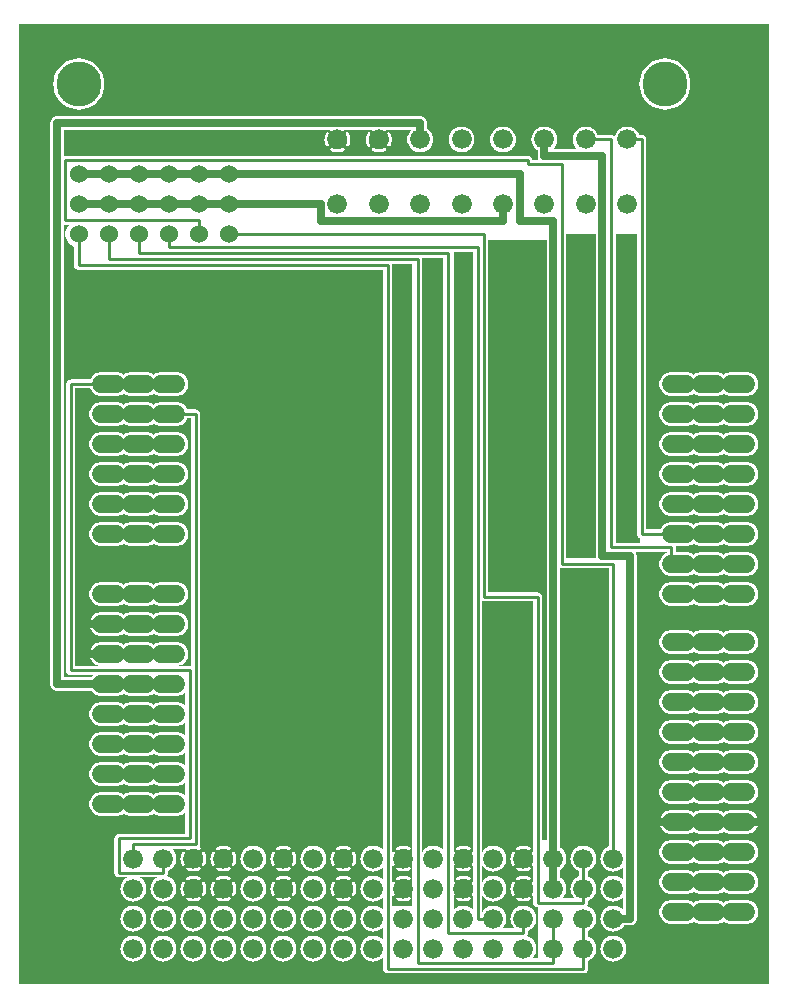
<source format=gbr>
G04 start of page 3 for group 1 idx 1 *
G04 Title: 4143shield, bottom *
G04 Creator: pcb 20110918 *
G04 CreationDate: Thu 22 May 2014 02:26:04 AM GMT UTC *
G04 For: ryan *
G04 Format: Gerber/RS-274X *
G04 PCB-Dimensions: 250000 320000 *
G04 PCB-Coordinate-Origin: lower left *
%MOIN*%
%FSLAX25Y25*%
%LNBOTTOM*%
%ADD27C,0.1250*%
%ADD26C,0.0400*%
%ADD25C,0.0460*%
%ADD24C,0.1500*%
%ADD23C,0.0600*%
%ADD22C,0.0660*%
%ADD21C,0.0250*%
%ADD20C,0.0100*%
%ADD19C,0.0001*%
G54D19*G36*
X182450Y250000D02*X192300D01*
Y142838D01*
X192293Y142750D01*
X192321Y142397D01*
X192404Y142053D01*
X192425Y142000D01*
X182450D01*
Y250000D01*
G37*
G36*
X199000D02*X206100D01*
Y150059D01*
X206095Y150000D01*
X206114Y149765D01*
X206169Y149535D01*
X206259Y149317D01*
X206383Y149116D01*
X206536Y148936D01*
X206716Y148783D01*
X206917Y148659D01*
X207000Y148625D01*
Y147000D01*
X199000D01*
Y250000D01*
G37*
G36*
X156500Y248000D02*X175950D01*
Y48000D01*
X174500D01*
Y128941D01*
X174505Y129000D01*
X174486Y129235D01*
X174431Y129465D01*
X174341Y129683D01*
X174217Y129884D01*
X174064Y130064D01*
X173884Y130217D01*
X173683Y130341D01*
X173465Y130431D01*
X173235Y130486D01*
X173000Y130505D01*
X172941Y130500D01*
X156500D01*
Y248000D01*
G37*
G36*
X173000Y25495D02*Y8500D01*
X170957D01*
X171250Y8750D01*
X171690Y9265D01*
X172043Y9842D01*
X172302Y10467D01*
X172460Y11125D01*
X172500Y11800D01*
X172460Y12475D01*
X172302Y13133D01*
X172043Y13758D01*
X171690Y14335D01*
X171250Y14850D01*
X170735Y15290D01*
X170158Y15643D01*
X169533Y15902D01*
X169286Y15962D01*
X169417Y16116D01*
X169541Y16317D01*
X169631Y16535D01*
X169686Y16765D01*
X169705Y17000D01*
X169700Y17059D01*
Y17767D01*
X170158Y17957D01*
X170735Y18310D01*
X171250Y18750D01*
X171690Y19265D01*
X172043Y19842D01*
X172302Y20467D01*
X172460Y21125D01*
X172500Y21800D01*
X172460Y22475D01*
X172302Y23133D01*
X172043Y23758D01*
X171690Y24335D01*
X171250Y24850D01*
X170735Y25290D01*
X170158Y25643D01*
X169533Y25902D01*
X168875Y26060D01*
X168202Y26113D01*
Y27500D01*
X168404D01*
X168811Y27539D01*
X169212Y27616D01*
X169604Y27731D01*
X169984Y27882D01*
X170347Y28069D01*
X170413Y28113D01*
X170471Y28168D01*
X170519Y28231D01*
X170557Y28300D01*
X170583Y28375D01*
X170598Y28453D01*
X170600Y28532D01*
X170590Y28611D01*
X170567Y28687D01*
X170533Y28759D01*
X170489Y28824D01*
X170434Y28882D01*
X170371Y28930D01*
X170302Y28968D01*
X170227Y28994D01*
X170149Y29009D01*
X170070Y29011D01*
X169991Y29001D01*
X169915Y28978D01*
X169844Y28943D01*
X169568Y28797D01*
X169277Y28681D01*
X168976Y28593D01*
X168668Y28533D01*
X168357Y28504D01*
X168202D01*
Y35096D01*
X168357D01*
X168668Y35067D01*
X168976Y35007D01*
X169277Y34919D01*
X169568Y34803D01*
X169846Y34660D01*
X169916Y34625D01*
X169992Y34603D01*
X170070Y34593D01*
X170149Y34595D01*
X170226Y34609D01*
X170300Y34636D01*
X170369Y34673D01*
X170432Y34721D01*
X170486Y34778D01*
X170530Y34843D01*
X170564Y34914D01*
X170586Y34990D01*
X170596Y35068D01*
X170594Y35147D01*
X170580Y35224D01*
X170553Y35298D01*
X170516Y35367D01*
X170468Y35430D01*
X170411Y35484D01*
X170345Y35527D01*
X169984Y35718D01*
X169604Y35869D01*
X169212Y35984D01*
X168811Y36061D01*
X168404Y36100D01*
X168202D01*
Y37500D01*
X168404D01*
X168811Y37539D01*
X169212Y37616D01*
X169604Y37731D01*
X169984Y37882D01*
X170347Y38069D01*
X170413Y38113D01*
X170471Y38168D01*
X170519Y38231D01*
X170557Y38300D01*
X170583Y38375D01*
X170598Y38453D01*
X170600Y38532D01*
X170590Y38611D01*
X170567Y38687D01*
X170533Y38759D01*
X170489Y38824D01*
X170434Y38882D01*
X170371Y38930D01*
X170302Y38968D01*
X170227Y38994D01*
X170149Y39009D01*
X170070Y39011D01*
X169991Y39001D01*
X169915Y38978D01*
X169844Y38943D01*
X169568Y38797D01*
X169277Y38681D01*
X168976Y38593D01*
X168668Y38533D01*
X168357Y38504D01*
X168202D01*
Y45096D01*
X168357D01*
X168668Y45067D01*
X168976Y45007D01*
X169277Y44919D01*
X169568Y44803D01*
X169846Y44660D01*
X169916Y44625D01*
X169992Y44603D01*
X170070Y44593D01*
X170149Y44595D01*
X170226Y44609D01*
X170300Y44636D01*
X170369Y44673D01*
X170432Y44721D01*
X170486Y44778D01*
X170530Y44843D01*
X170564Y44914D01*
X170586Y44990D01*
X170596Y45068D01*
X170594Y45147D01*
X170580Y45224D01*
X170553Y45298D01*
X170516Y45367D01*
X170468Y45430D01*
X170411Y45484D01*
X170345Y45527D01*
X169984Y45718D01*
X169604Y45869D01*
X169212Y45984D01*
X168811Y46061D01*
X168404Y46100D01*
X168202D01*
Y127500D01*
X171500D01*
Y44199D01*
X171468Y44200D01*
X171389Y44190D01*
X171313Y44167D01*
X171241Y44133D01*
X171176Y44089D01*
X171118Y44034D01*
X171070Y43971D01*
X171032Y43902D01*
X171006Y43827D01*
X170991Y43749D01*
X170989Y43670D01*
X170999Y43591D01*
X171022Y43515D01*
X171057Y43444D01*
X171203Y43168D01*
X171319Y42877D01*
X171407Y42576D01*
X171467Y42268D01*
X171496Y41957D01*
Y41643D01*
X171467Y41332D01*
X171407Y41024D01*
X171319Y40723D01*
X171203Y40432D01*
X171060Y40154D01*
X171025Y40084D01*
X171003Y40008D01*
X170993Y39930D01*
X170995Y39851D01*
X171009Y39774D01*
X171036Y39700D01*
X171073Y39631D01*
X171121Y39568D01*
X171178Y39514D01*
X171243Y39470D01*
X171314Y39436D01*
X171390Y39414D01*
X171468Y39404D01*
X171500Y39404D01*
Y34199D01*
X171468Y34200D01*
X171389Y34190D01*
X171313Y34167D01*
X171241Y34133D01*
X171176Y34089D01*
X171118Y34034D01*
X171070Y33971D01*
X171032Y33902D01*
X171006Y33827D01*
X170991Y33749D01*
X170989Y33670D01*
X170999Y33591D01*
X171022Y33515D01*
X171057Y33444D01*
X171203Y33168D01*
X171319Y32877D01*
X171407Y32576D01*
X171467Y32268D01*
X171496Y31957D01*
Y31643D01*
X171467Y31332D01*
X171407Y31024D01*
X171319Y30723D01*
X171203Y30432D01*
X171060Y30154D01*
X171025Y30084D01*
X171003Y30008D01*
X170993Y29930D01*
X170995Y29851D01*
X171009Y29774D01*
X171036Y29700D01*
X171073Y29631D01*
X171121Y29568D01*
X171178Y29514D01*
X171243Y29470D01*
X171314Y29436D01*
X171390Y29414D01*
X171468Y29404D01*
X171500Y29404D01*
Y27059D01*
X171495Y27000D01*
X171514Y26765D01*
X171569Y26535D01*
X171659Y26317D01*
X171783Y26116D01*
X171936Y25936D01*
X172116Y25783D01*
X172317Y25659D01*
X172535Y25569D01*
X172765Y25514D01*
X172765Y25514D01*
X173000Y25495D01*
G37*
G36*
X164656Y19354D02*X164710Y19265D01*
X165150Y18750D01*
X165443Y18500D01*
X164656D01*
Y19354D01*
G37*
G36*
X168202Y26113D02*X168200Y26113D01*
X167525Y26060D01*
X166867Y25902D01*
X166242Y25643D01*
X165665Y25290D01*
X165150Y24850D01*
X164710Y24335D01*
X164656Y24246D01*
Y29468D01*
X164700Y29443D01*
X164775Y29417D01*
X164853Y29402D01*
X164932Y29400D01*
X165011Y29410D01*
X165087Y29433D01*
X165159Y29467D01*
X165224Y29511D01*
X165282Y29566D01*
X165330Y29629D01*
X165368Y29698D01*
X165394Y29773D01*
X165409Y29851D01*
X165411Y29930D01*
X165401Y30009D01*
X165378Y30085D01*
X165343Y30156D01*
X165197Y30432D01*
X165081Y30723D01*
X164993Y31024D01*
X164933Y31332D01*
X164904Y31643D01*
Y31957D01*
X164933Y32268D01*
X164993Y32576D01*
X165081Y32877D01*
X165197Y33168D01*
X165340Y33446D01*
X165375Y33516D01*
X165397Y33592D01*
X165407Y33670D01*
X165405Y33749D01*
X165391Y33826D01*
X165364Y33900D01*
X165327Y33969D01*
X165279Y34032D01*
X165222Y34086D01*
X165157Y34130D01*
X165086Y34164D01*
X165010Y34186D01*
X164932Y34196D01*
X164853Y34194D01*
X164776Y34180D01*
X164702Y34153D01*
X164656Y34128D01*
Y39468D01*
X164700Y39443D01*
X164775Y39417D01*
X164853Y39402D01*
X164932Y39400D01*
X165011Y39410D01*
X165087Y39433D01*
X165159Y39467D01*
X165224Y39511D01*
X165282Y39566D01*
X165330Y39629D01*
X165368Y39698D01*
X165394Y39773D01*
X165409Y39851D01*
X165411Y39930D01*
X165401Y40009D01*
X165378Y40085D01*
X165343Y40156D01*
X165197Y40432D01*
X165081Y40723D01*
X164993Y41024D01*
X164933Y41332D01*
X164904Y41643D01*
Y41957D01*
X164933Y42268D01*
X164993Y42576D01*
X165081Y42877D01*
X165197Y43168D01*
X165340Y43446D01*
X165375Y43516D01*
X165397Y43592D01*
X165407Y43670D01*
X165405Y43749D01*
X165391Y43826D01*
X165364Y43900D01*
X165327Y43969D01*
X165279Y44032D01*
X165222Y44086D01*
X165157Y44130D01*
X165086Y44164D01*
X165010Y44186D01*
X164932Y44196D01*
X164853Y44194D01*
X164776Y44180D01*
X164702Y44153D01*
X164656Y44128D01*
Y127500D01*
X168202D01*
Y46100D01*
X167996D01*
X167589Y46061D01*
X167188Y45984D01*
X166796Y45869D01*
X166416Y45718D01*
X166053Y45531D01*
X165987Y45487D01*
X165929Y45432D01*
X165881Y45369D01*
X165843Y45300D01*
X165817Y45225D01*
X165802Y45147D01*
X165800Y45068D01*
X165810Y44989D01*
X165833Y44913D01*
X165867Y44841D01*
X165911Y44776D01*
X165966Y44718D01*
X166029Y44670D01*
X166098Y44632D01*
X166173Y44606D01*
X166251Y44591D01*
X166330Y44589D01*
X166409Y44599D01*
X166485Y44622D01*
X166556Y44657D01*
X166832Y44803D01*
X167123Y44919D01*
X167424Y45007D01*
X167732Y45067D01*
X168043Y45096D01*
X168202D01*
Y38504D01*
X168043D01*
X167732Y38533D01*
X167424Y38593D01*
X167123Y38681D01*
X166832Y38797D01*
X166554Y38940D01*
X166484Y38975D01*
X166408Y38997D01*
X166330Y39007D01*
X166251Y39005D01*
X166174Y38991D01*
X166100Y38964D01*
X166031Y38927D01*
X165968Y38879D01*
X165914Y38822D01*
X165870Y38757D01*
X165836Y38686D01*
X165814Y38610D01*
X165804Y38532D01*
X165806Y38453D01*
X165820Y38376D01*
X165847Y38302D01*
X165884Y38233D01*
X165932Y38170D01*
X165989Y38116D01*
X166055Y38073D01*
X166416Y37882D01*
X166796Y37731D01*
X167188Y37616D01*
X167589Y37539D01*
X167996Y37500D01*
X168202D01*
Y36100D01*
X167996D01*
X167589Y36061D01*
X167188Y35984D01*
X166796Y35869D01*
X166416Y35718D01*
X166053Y35531D01*
X165987Y35487D01*
X165929Y35432D01*
X165881Y35369D01*
X165843Y35300D01*
X165817Y35225D01*
X165802Y35147D01*
X165800Y35068D01*
X165810Y34989D01*
X165833Y34913D01*
X165867Y34841D01*
X165911Y34776D01*
X165966Y34718D01*
X166029Y34670D01*
X166098Y34632D01*
X166173Y34606D01*
X166251Y34591D01*
X166330Y34589D01*
X166409Y34599D01*
X166485Y34622D01*
X166556Y34657D01*
X166832Y34803D01*
X167123Y34919D01*
X167424Y35007D01*
X167732Y35067D01*
X168043Y35096D01*
X168202D01*
Y28504D01*
X168043D01*
X167732Y28533D01*
X167424Y28593D01*
X167123Y28681D01*
X166832Y28797D01*
X166554Y28940D01*
X166484Y28975D01*
X166408Y28997D01*
X166330Y29007D01*
X166251Y29005D01*
X166174Y28991D01*
X166100Y28964D01*
X166031Y28927D01*
X165968Y28879D01*
X165914Y28822D01*
X165870Y28757D01*
X165836Y28686D01*
X165814Y28610D01*
X165804Y28532D01*
X165806Y28453D01*
X165820Y28376D01*
X165847Y28302D01*
X165884Y28233D01*
X165932Y28170D01*
X165989Y28116D01*
X166055Y28073D01*
X166416Y27882D01*
X166796Y27731D01*
X167188Y27616D01*
X167589Y27539D01*
X167996Y27500D01*
X168202D01*
Y26113D01*
G37*
G36*
X164656Y24246D02*X164357Y23758D01*
X164098Y23133D01*
X163940Y22475D01*
X163887Y21800D01*
X163940Y21125D01*
X164098Y20467D01*
X164357Y19842D01*
X164656Y19354D01*
Y18500D01*
X160957D01*
X161250Y18750D01*
X161690Y19265D01*
X162043Y19842D01*
X162302Y20467D01*
X162460Y21125D01*
X162500Y21800D01*
X162460Y22475D01*
X162302Y23133D01*
X162043Y23758D01*
X161690Y24335D01*
X161250Y24850D01*
X160735Y25290D01*
X160158Y25643D01*
X159533Y25902D01*
X158875Y26060D01*
X158200Y26113D01*
X157525Y26060D01*
X156867Y25902D01*
X156242Y25643D01*
X155665Y25290D01*
X155150Y24850D01*
X154710Y24335D01*
X154500Y23992D01*
Y29608D01*
X154710Y29265D01*
X155150Y28750D01*
X155665Y28310D01*
X156242Y27957D01*
X156867Y27698D01*
X157525Y27540D01*
X158200Y27487D01*
X158875Y27540D01*
X159533Y27698D01*
X160158Y27957D01*
X160735Y28310D01*
X161250Y28750D01*
X161690Y29265D01*
X162043Y29842D01*
X162302Y30467D01*
X162460Y31125D01*
X162500Y31800D01*
X162460Y32475D01*
X162302Y33133D01*
X162043Y33758D01*
X161690Y34335D01*
X161250Y34850D01*
X160735Y35290D01*
X160158Y35643D01*
X159533Y35902D01*
X158875Y36060D01*
X158200Y36113D01*
X157525Y36060D01*
X156867Y35902D01*
X156242Y35643D01*
X155665Y35290D01*
X155150Y34850D01*
X154710Y34335D01*
X154500Y33992D01*
Y39608D01*
X154710Y39265D01*
X155150Y38750D01*
X155665Y38310D01*
X156242Y37957D01*
X156867Y37698D01*
X157525Y37540D01*
X158200Y37487D01*
X158875Y37540D01*
X159533Y37698D01*
X160158Y37957D01*
X160735Y38310D01*
X161250Y38750D01*
X161690Y39265D01*
X162043Y39842D01*
X162302Y40467D01*
X162460Y41125D01*
X162500Y41800D01*
X162460Y42475D01*
X162302Y43133D01*
X162043Y43758D01*
X161690Y44335D01*
X161250Y44850D01*
X160735Y45290D01*
X160158Y45643D01*
X159533Y45902D01*
X158875Y46060D01*
X158200Y46113D01*
X157525Y46060D01*
X156867Y45902D01*
X156242Y45643D01*
X155665Y45290D01*
X155150Y44850D01*
X154710Y44335D01*
X154500Y43992D01*
Y127584D01*
X154535Y127569D01*
X154765Y127514D01*
X155000Y127495D01*
X155059Y127500D01*
X164656D01*
Y44128D01*
X164633Y44116D01*
X164570Y44068D01*
X164516Y44011D01*
X164473Y43945D01*
X164282Y43584D01*
X164131Y43204D01*
X164016Y42812D01*
X163939Y42411D01*
X163900Y42004D01*
Y41596D01*
X163939Y41189D01*
X164016Y40788D01*
X164131Y40396D01*
X164282Y40016D01*
X164469Y39653D01*
X164513Y39587D01*
X164568Y39529D01*
X164631Y39481D01*
X164656Y39468D01*
Y34128D01*
X164633Y34116D01*
X164570Y34068D01*
X164516Y34011D01*
X164473Y33945D01*
X164282Y33584D01*
X164131Y33204D01*
X164016Y32812D01*
X163939Y32411D01*
X163900Y32004D01*
Y31596D01*
X163939Y31189D01*
X164016Y30788D01*
X164131Y30396D01*
X164282Y30016D01*
X164469Y29653D01*
X164513Y29587D01*
X164568Y29529D01*
X164631Y29481D01*
X164656Y29468D01*
Y24246D01*
G37*
G36*
X128202Y240000D02*X131000D01*
Y43797D01*
X130991Y43749D01*
X130989Y43670D01*
X130999Y43591D01*
X131000Y43588D01*
Y39987D01*
X130993Y39930D01*
X130995Y39851D01*
X131000Y39823D01*
Y33797D01*
X130991Y33749D01*
X130989Y33670D01*
X130999Y33591D01*
X131000Y33588D01*
Y29987D01*
X130993Y29930D01*
X130995Y29851D01*
X131000Y29823D01*
Y26000D01*
X129125D01*
X128875Y26060D01*
X128202Y26113D01*
Y27500D01*
X128404D01*
X128811Y27539D01*
X129212Y27616D01*
X129604Y27731D01*
X129984Y27882D01*
X130347Y28069D01*
X130413Y28113D01*
X130471Y28168D01*
X130519Y28231D01*
X130557Y28300D01*
X130583Y28375D01*
X130598Y28453D01*
X130600Y28532D01*
X130590Y28611D01*
X130567Y28687D01*
X130533Y28759D01*
X130489Y28824D01*
X130434Y28882D01*
X130371Y28930D01*
X130302Y28968D01*
X130227Y28994D01*
X130149Y29009D01*
X130070Y29011D01*
X129991Y29001D01*
X129915Y28978D01*
X129844Y28943D01*
X129568Y28797D01*
X129277Y28681D01*
X128976Y28593D01*
X128668Y28533D01*
X128357Y28504D01*
X128202D01*
Y35096D01*
X128357D01*
X128668Y35067D01*
X128976Y35007D01*
X129277Y34919D01*
X129568Y34803D01*
X129846Y34660D01*
X129916Y34625D01*
X129992Y34603D01*
X130070Y34593D01*
X130149Y34595D01*
X130226Y34609D01*
X130300Y34636D01*
X130369Y34673D01*
X130432Y34721D01*
X130486Y34778D01*
X130530Y34843D01*
X130564Y34914D01*
X130586Y34990D01*
X130596Y35068D01*
X130594Y35147D01*
X130580Y35224D01*
X130553Y35298D01*
X130516Y35367D01*
X130468Y35430D01*
X130411Y35484D01*
X130345Y35527D01*
X129984Y35718D01*
X129604Y35869D01*
X129212Y35984D01*
X128811Y36061D01*
X128404Y36100D01*
X128202D01*
Y37500D01*
X128404D01*
X128811Y37539D01*
X129212Y37616D01*
X129604Y37731D01*
X129984Y37882D01*
X130347Y38069D01*
X130413Y38113D01*
X130471Y38168D01*
X130519Y38231D01*
X130557Y38300D01*
X130583Y38375D01*
X130598Y38453D01*
X130600Y38532D01*
X130590Y38611D01*
X130567Y38687D01*
X130533Y38759D01*
X130489Y38824D01*
X130434Y38882D01*
X130371Y38930D01*
X130302Y38968D01*
X130227Y38994D01*
X130149Y39009D01*
X130070Y39011D01*
X129991Y39001D01*
X129915Y38978D01*
X129844Y38943D01*
X129568Y38797D01*
X129277Y38681D01*
X128976Y38593D01*
X128668Y38533D01*
X128357Y38504D01*
X128202D01*
Y45096D01*
X128357D01*
X128668Y45067D01*
X128976Y45007D01*
X129277Y44919D01*
X129568Y44803D01*
X129846Y44660D01*
X129916Y44625D01*
X129992Y44603D01*
X130070Y44593D01*
X130149Y44595D01*
X130226Y44609D01*
X130300Y44636D01*
X130369Y44673D01*
X130432Y44721D01*
X130486Y44778D01*
X130530Y44843D01*
X130564Y44914D01*
X130586Y44990D01*
X130596Y45068D01*
X130594Y45147D01*
X130580Y45224D01*
X130553Y45298D01*
X130516Y45367D01*
X130468Y45430D01*
X130411Y45484D01*
X130345Y45527D01*
X129984Y45718D01*
X129604Y45869D01*
X129212Y45984D01*
X128811Y46061D01*
X128404Y46100D01*
X128202D01*
Y240000D01*
G37*
G36*
X124416D02*X128202D01*
Y46100D01*
X127996D01*
X127589Y46061D01*
X127188Y45984D01*
X126796Y45869D01*
X126416Y45718D01*
X126053Y45531D01*
X125987Y45487D01*
X125929Y45432D01*
X125881Y45369D01*
X125843Y45300D01*
X125817Y45225D01*
X125802Y45147D01*
X125800Y45068D01*
X125810Y44989D01*
X125833Y44913D01*
X125867Y44841D01*
X125911Y44776D01*
X125966Y44718D01*
X126029Y44670D01*
X126098Y44632D01*
X126173Y44606D01*
X126251Y44591D01*
X126330Y44589D01*
X126409Y44599D01*
X126485Y44622D01*
X126556Y44657D01*
X126832Y44803D01*
X127123Y44919D01*
X127424Y45007D01*
X127732Y45067D01*
X128043Y45096D01*
X128202D01*
Y38504D01*
X128043D01*
X127732Y38533D01*
X127424Y38593D01*
X127123Y38681D01*
X126832Y38797D01*
X126554Y38940D01*
X126484Y38975D01*
X126408Y38997D01*
X126330Y39007D01*
X126251Y39005D01*
X126174Y38991D01*
X126100Y38964D01*
X126031Y38927D01*
X125968Y38879D01*
X125914Y38822D01*
X125870Y38757D01*
X125836Y38686D01*
X125814Y38610D01*
X125804Y38532D01*
X125806Y38453D01*
X125820Y38376D01*
X125847Y38302D01*
X125884Y38233D01*
X125932Y38170D01*
X125989Y38116D01*
X126055Y38073D01*
X126416Y37882D01*
X126796Y37731D01*
X127188Y37616D01*
X127589Y37539D01*
X127996Y37500D01*
X128202D01*
Y36100D01*
X127996D01*
X127589Y36061D01*
X127188Y35984D01*
X126796Y35869D01*
X126416Y35718D01*
X126053Y35531D01*
X125987Y35487D01*
X125929Y35432D01*
X125881Y35369D01*
X125843Y35300D01*
X125817Y35225D01*
X125802Y35147D01*
X125800Y35068D01*
X125810Y34989D01*
X125833Y34913D01*
X125867Y34841D01*
X125911Y34776D01*
X125966Y34718D01*
X126029Y34670D01*
X126098Y34632D01*
X126173Y34606D01*
X126251Y34591D01*
X126330Y34589D01*
X126409Y34599D01*
X126485Y34622D01*
X126556Y34657D01*
X126832Y34803D01*
X127123Y34919D01*
X127424Y35007D01*
X127732Y35067D01*
X128043Y35096D01*
X128202D01*
Y28504D01*
X128043D01*
X127732Y28533D01*
X127424Y28593D01*
X127123Y28681D01*
X126832Y28797D01*
X126554Y28940D01*
X126484Y28975D01*
X126408Y28997D01*
X126330Y29007D01*
X126251Y29005D01*
X126174Y28991D01*
X126100Y28964D01*
X126031Y28927D01*
X125968Y28879D01*
X125914Y28822D01*
X125870Y28757D01*
X125836Y28686D01*
X125814Y28610D01*
X125804Y28532D01*
X125806Y28453D01*
X125820Y28376D01*
X125847Y28302D01*
X125884Y28233D01*
X125932Y28170D01*
X125989Y28116D01*
X126055Y28073D01*
X126416Y27882D01*
X126796Y27731D01*
X127188Y27616D01*
X127589Y27539D01*
X127996Y27500D01*
X128202D01*
Y26113D01*
X128200Y26113D01*
X127525Y26060D01*
X127275Y26000D01*
X124500D01*
Y29607D01*
X124513Y29587D01*
X124568Y29529D01*
X124631Y29481D01*
X124700Y29443D01*
X124775Y29417D01*
X124853Y29402D01*
X124932Y29400D01*
X125011Y29410D01*
X125087Y29433D01*
X125159Y29467D01*
X125224Y29511D01*
X125282Y29566D01*
X125330Y29629D01*
X125368Y29698D01*
X125394Y29773D01*
X125409Y29851D01*
X125411Y29930D01*
X125401Y30009D01*
X125378Y30085D01*
X125343Y30156D01*
X125197Y30432D01*
X125081Y30723D01*
X124993Y31024D01*
X124933Y31332D01*
X124904Y31643D01*
Y31957D01*
X124933Y32268D01*
X124993Y32576D01*
X125081Y32877D01*
X125197Y33168D01*
X125340Y33446D01*
X125375Y33516D01*
X125397Y33592D01*
X125407Y33670D01*
X125405Y33749D01*
X125391Y33826D01*
X125364Y33900D01*
X125327Y33969D01*
X125279Y34032D01*
X125222Y34086D01*
X125157Y34130D01*
X125086Y34164D01*
X125010Y34186D01*
X124932Y34196D01*
X124853Y34194D01*
X124776Y34180D01*
X124702Y34153D01*
X124633Y34116D01*
X124570Y34068D01*
X124516Y34011D01*
X124500Y33986D01*
Y39607D01*
X124513Y39587D01*
X124568Y39529D01*
X124631Y39481D01*
X124700Y39443D01*
X124775Y39417D01*
X124853Y39402D01*
X124932Y39400D01*
X125011Y39410D01*
X125087Y39433D01*
X125159Y39467D01*
X125224Y39511D01*
X125282Y39566D01*
X125330Y39629D01*
X125368Y39698D01*
X125394Y39773D01*
X125409Y39851D01*
X125411Y39930D01*
X125401Y40009D01*
X125378Y40085D01*
X125343Y40156D01*
X125197Y40432D01*
X125081Y40723D01*
X124993Y41024D01*
X124933Y41332D01*
X124904Y41643D01*
Y41957D01*
X124933Y42268D01*
X124993Y42576D01*
X125081Y42877D01*
X125197Y43168D01*
X125340Y43446D01*
X125375Y43516D01*
X125397Y43592D01*
X125407Y43670D01*
X125405Y43749D01*
X125391Y43826D01*
X125364Y43900D01*
X125327Y43969D01*
X125279Y44032D01*
X125222Y44086D01*
X125157Y44130D01*
X125086Y44164D01*
X125010Y44186D01*
X124932Y44196D01*
X124853Y44194D01*
X124776Y44180D01*
X124702Y44153D01*
X124633Y44116D01*
X124570Y44068D01*
X124516Y44011D01*
X124500Y43986D01*
Y239441D01*
X124505Y239500D01*
X124486Y239735D01*
X124431Y239965D01*
X124416Y240000D01*
G37*
G36*
X134500Y43992D02*Y241441D01*
X134505Y241500D01*
X134486Y241735D01*
X134431Y241965D01*
X134416Y242000D01*
X141500D01*
Y44557D01*
X141250Y44850D01*
X140735Y45290D01*
X140158Y45643D01*
X139533Y45902D01*
X138875Y46060D01*
X138200Y46113D01*
X137525Y46060D01*
X136867Y45902D01*
X136242Y45643D01*
X135665Y45290D01*
X135150Y44850D01*
X134710Y44335D01*
X134500Y43992D01*
G37*
G36*
X148202Y244000D02*X151500D01*
Y44199D01*
X151468Y44200D01*
X151389Y44190D01*
X151313Y44167D01*
X151241Y44133D01*
X151176Y44089D01*
X151118Y44034D01*
X151070Y43971D01*
X151032Y43902D01*
X151006Y43827D01*
X150991Y43749D01*
X150989Y43670D01*
X150999Y43591D01*
X151022Y43515D01*
X151057Y43444D01*
X151203Y43168D01*
X151319Y42877D01*
X151407Y42576D01*
X151467Y42268D01*
X151496Y41957D01*
Y41643D01*
X151467Y41332D01*
X151407Y41024D01*
X151319Y40723D01*
X151203Y40432D01*
X151060Y40154D01*
X151025Y40084D01*
X151003Y40008D01*
X150993Y39930D01*
X150995Y39851D01*
X151009Y39774D01*
X151036Y39700D01*
X151073Y39631D01*
X151121Y39568D01*
X151178Y39514D01*
X151243Y39470D01*
X151314Y39436D01*
X151390Y39414D01*
X151468Y39404D01*
X151500Y39404D01*
Y34199D01*
X151468Y34200D01*
X151389Y34190D01*
X151313Y34167D01*
X151241Y34133D01*
X151176Y34089D01*
X151118Y34034D01*
X151070Y33971D01*
X151032Y33902D01*
X151006Y33827D01*
X150991Y33749D01*
X150989Y33670D01*
X150999Y33591D01*
X151022Y33515D01*
X151057Y33444D01*
X151203Y33168D01*
X151319Y32877D01*
X151407Y32576D01*
X151467Y32268D01*
X151496Y31957D01*
Y31643D01*
X151467Y31332D01*
X151407Y31024D01*
X151319Y30723D01*
X151203Y30432D01*
X151060Y30154D01*
X151025Y30084D01*
X151003Y30008D01*
X150993Y29930D01*
X150995Y29851D01*
X151009Y29774D01*
X151036Y29700D01*
X151073Y29631D01*
X151121Y29568D01*
X151178Y29514D01*
X151243Y29470D01*
X151314Y29436D01*
X151390Y29414D01*
X151468Y29404D01*
X151500Y29404D01*
Y24557D01*
X151250Y24850D01*
X150735Y25290D01*
X150158Y25643D01*
X149533Y25902D01*
X148875Y26060D01*
X148202Y26113D01*
Y27500D01*
X148404D01*
X148811Y27539D01*
X149212Y27616D01*
X149604Y27731D01*
X149984Y27882D01*
X150347Y28069D01*
X150413Y28113D01*
X150471Y28168D01*
X150519Y28231D01*
X150557Y28300D01*
X150583Y28375D01*
X150598Y28453D01*
X150600Y28532D01*
X150590Y28611D01*
X150567Y28687D01*
X150533Y28759D01*
X150489Y28824D01*
X150434Y28882D01*
X150371Y28930D01*
X150302Y28968D01*
X150227Y28994D01*
X150149Y29009D01*
X150070Y29011D01*
X149991Y29001D01*
X149915Y28978D01*
X149844Y28943D01*
X149568Y28797D01*
X149277Y28681D01*
X148976Y28593D01*
X148668Y28533D01*
X148357Y28504D01*
X148202D01*
Y35096D01*
X148357D01*
X148668Y35067D01*
X148976Y35007D01*
X149277Y34919D01*
X149568Y34803D01*
X149846Y34660D01*
X149916Y34625D01*
X149992Y34603D01*
X150070Y34593D01*
X150149Y34595D01*
X150226Y34609D01*
X150300Y34636D01*
X150369Y34673D01*
X150432Y34721D01*
X150486Y34778D01*
X150530Y34843D01*
X150564Y34914D01*
X150586Y34990D01*
X150596Y35068D01*
X150594Y35147D01*
X150580Y35224D01*
X150553Y35298D01*
X150516Y35367D01*
X150468Y35430D01*
X150411Y35484D01*
X150345Y35527D01*
X149984Y35718D01*
X149604Y35869D01*
X149212Y35984D01*
X148811Y36061D01*
X148404Y36100D01*
X148202D01*
Y37500D01*
X148404D01*
X148811Y37539D01*
X149212Y37616D01*
X149604Y37731D01*
X149984Y37882D01*
X150347Y38069D01*
X150413Y38113D01*
X150471Y38168D01*
X150519Y38231D01*
X150557Y38300D01*
X150583Y38375D01*
X150598Y38453D01*
X150600Y38532D01*
X150590Y38611D01*
X150567Y38687D01*
X150533Y38759D01*
X150489Y38824D01*
X150434Y38882D01*
X150371Y38930D01*
X150302Y38968D01*
X150227Y38994D01*
X150149Y39009D01*
X150070Y39011D01*
X149991Y39001D01*
X149915Y38978D01*
X149844Y38943D01*
X149568Y38797D01*
X149277Y38681D01*
X148976Y38593D01*
X148668Y38533D01*
X148357Y38504D01*
X148202D01*
Y45096D01*
X148357D01*
X148668Y45067D01*
X148976Y45007D01*
X149277Y44919D01*
X149568Y44803D01*
X149846Y44660D01*
X149916Y44625D01*
X149992Y44603D01*
X150070Y44593D01*
X150149Y44595D01*
X150226Y44609D01*
X150300Y44636D01*
X150369Y44673D01*
X150432Y44721D01*
X150486Y44778D01*
X150530Y44843D01*
X150564Y44914D01*
X150586Y44990D01*
X150596Y45068D01*
X150594Y45147D01*
X150580Y45224D01*
X150553Y45298D01*
X150516Y45367D01*
X150468Y45430D01*
X150411Y45484D01*
X150345Y45527D01*
X149984Y45718D01*
X149604Y45869D01*
X149212Y45984D01*
X148811Y46061D01*
X148404Y46100D01*
X148202D01*
Y244000D01*
G37*
G36*
X145000D02*X148202D01*
Y46100D01*
X147996D01*
X147589Y46061D01*
X147188Y45984D01*
X146796Y45869D01*
X146416Y45718D01*
X146053Y45531D01*
X145987Y45487D01*
X145929Y45432D01*
X145881Y45369D01*
X145843Y45300D01*
X145817Y45225D01*
X145802Y45147D01*
X145800Y45068D01*
X145810Y44989D01*
X145833Y44913D01*
X145867Y44841D01*
X145911Y44776D01*
X145966Y44718D01*
X146029Y44670D01*
X146098Y44632D01*
X146173Y44606D01*
X146251Y44591D01*
X146330Y44589D01*
X146409Y44599D01*
X146485Y44622D01*
X146556Y44657D01*
X146832Y44803D01*
X147123Y44919D01*
X147424Y45007D01*
X147732Y45067D01*
X148043Y45096D01*
X148202D01*
Y38504D01*
X148043D01*
X147732Y38533D01*
X147424Y38593D01*
X147123Y38681D01*
X146832Y38797D01*
X146554Y38940D01*
X146484Y38975D01*
X146408Y38997D01*
X146330Y39007D01*
X146251Y39005D01*
X146174Y38991D01*
X146100Y38964D01*
X146031Y38927D01*
X145968Y38879D01*
X145914Y38822D01*
X145870Y38757D01*
X145836Y38686D01*
X145814Y38610D01*
X145804Y38532D01*
X145806Y38453D01*
X145820Y38376D01*
X145847Y38302D01*
X145884Y38233D01*
X145932Y38170D01*
X145989Y38116D01*
X146055Y38073D01*
X146416Y37882D01*
X146796Y37731D01*
X147188Y37616D01*
X147589Y37539D01*
X147996Y37500D01*
X148202D01*
Y36100D01*
X147996D01*
X147589Y36061D01*
X147188Y35984D01*
X146796Y35869D01*
X146416Y35718D01*
X146053Y35531D01*
X145987Y35487D01*
X145929Y35432D01*
X145881Y35369D01*
X145843Y35300D01*
X145817Y35225D01*
X145802Y35147D01*
X145800Y35068D01*
X145810Y34989D01*
X145833Y34913D01*
X145867Y34841D01*
X145911Y34776D01*
X145966Y34718D01*
X146029Y34670D01*
X146098Y34632D01*
X146173Y34606D01*
X146251Y34591D01*
X146330Y34589D01*
X146409Y34599D01*
X146485Y34622D01*
X146556Y34657D01*
X146832Y34803D01*
X147123Y34919D01*
X147424Y35007D01*
X147732Y35067D01*
X148043Y35096D01*
X148202D01*
Y28504D01*
X148043D01*
X147732Y28533D01*
X147424Y28593D01*
X147123Y28681D01*
X146832Y28797D01*
X146554Y28940D01*
X146484Y28975D01*
X146408Y28997D01*
X146330Y29007D01*
X146251Y29005D01*
X146174Y28991D01*
X146100Y28964D01*
X146031Y28927D01*
X145968Y28879D01*
X145914Y28822D01*
X145870Y28757D01*
X145836Y28686D01*
X145814Y28610D01*
X145804Y28532D01*
X145806Y28453D01*
X145820Y28376D01*
X145847Y28302D01*
X145884Y28233D01*
X145932Y28170D01*
X145989Y28116D01*
X146055Y28073D01*
X146416Y27882D01*
X146796Y27731D01*
X147188Y27616D01*
X147589Y27539D01*
X147996Y27500D01*
X148202D01*
Y26113D01*
X148200Y26113D01*
X147525Y26060D01*
X146867Y25902D01*
X146242Y25643D01*
X145665Y25290D01*
X145150Y24850D01*
X145000Y24674D01*
Y29409D01*
X145011Y29410D01*
X145087Y29433D01*
X145159Y29467D01*
X145224Y29511D01*
X145282Y29566D01*
X145330Y29629D01*
X145368Y29698D01*
X145394Y29773D01*
X145409Y29851D01*
X145411Y29930D01*
X145401Y30009D01*
X145378Y30085D01*
X145343Y30156D01*
X145197Y30432D01*
X145081Y30723D01*
X145000Y30998D01*
Y32602D01*
X145081Y32877D01*
X145197Y33168D01*
X145340Y33446D01*
X145375Y33516D01*
X145397Y33592D01*
X145407Y33670D01*
X145405Y33749D01*
X145391Y33826D01*
X145364Y33900D01*
X145327Y33969D01*
X145279Y34032D01*
X145222Y34086D01*
X145157Y34130D01*
X145086Y34164D01*
X145010Y34186D01*
X145000Y34188D01*
Y39409D01*
X145011Y39410D01*
X145087Y39433D01*
X145159Y39467D01*
X145224Y39511D01*
X145282Y39566D01*
X145330Y39629D01*
X145368Y39698D01*
X145394Y39773D01*
X145409Y39851D01*
X145411Y39930D01*
X145401Y40009D01*
X145378Y40085D01*
X145343Y40156D01*
X145197Y40432D01*
X145081Y40723D01*
X145000Y40998D01*
Y42602D01*
X145081Y42877D01*
X145197Y43168D01*
X145340Y43446D01*
X145375Y43516D01*
X145397Y43592D01*
X145407Y43670D01*
X145405Y43749D01*
X145391Y43826D01*
X145364Y43900D01*
X145327Y43969D01*
X145279Y44032D01*
X145222Y44086D01*
X145157Y44130D01*
X145086Y44164D01*
X145010Y44186D01*
X145000Y44188D01*
Y244000D01*
G37*
G36*
X230000Y320000D02*X250000D01*
Y0D01*
X230000D01*
Y19988D01*
X230157Y20000D01*
X232500D01*
X233128Y20037D01*
X233740Y20184D01*
X234322Y20425D01*
X234858Y20754D01*
X235000Y20875D01*
X235142Y20754D01*
X235678Y20425D01*
X236260Y20184D01*
X236872Y20037D01*
X237500Y20000D01*
X239843D01*
X240000Y19988D01*
X240157Y20000D01*
X242500D01*
X243128Y20037D01*
X243740Y20184D01*
X244322Y20425D01*
X244858Y20754D01*
X245337Y21163D01*
X245746Y21642D01*
X246075Y22178D01*
X246316Y22760D01*
X246463Y23372D01*
X246512Y24000D01*
X246463Y24628D01*
X246316Y25240D01*
X246075Y25822D01*
X245746Y26358D01*
X245337Y26837D01*
X244858Y27246D01*
X244322Y27575D01*
X243740Y27816D01*
X243128Y27963D01*
X242500Y28000D01*
X240157D01*
X240000Y28012D01*
X239843Y28000D01*
X237500D01*
X236872Y27963D01*
X236260Y27816D01*
X235678Y27575D01*
X235142Y27246D01*
X235000Y27125D01*
X234858Y27246D01*
X234322Y27575D01*
X233740Y27816D01*
X233128Y27963D01*
X232500Y28000D01*
X230157D01*
X230000Y28012D01*
Y29988D01*
X230157Y30000D01*
X232500D01*
X233128Y30037D01*
X233740Y30184D01*
X234322Y30425D01*
X234858Y30754D01*
X235000Y30875D01*
X235142Y30754D01*
X235678Y30425D01*
X236260Y30184D01*
X236872Y30037D01*
X237500Y30000D01*
X239843D01*
X240000Y29988D01*
X240157Y30000D01*
X242500D01*
X243128Y30037D01*
X243740Y30184D01*
X244322Y30425D01*
X244858Y30754D01*
X245337Y31163D01*
X245746Y31642D01*
X246075Y32178D01*
X246316Y32760D01*
X246463Y33372D01*
X246512Y34000D01*
X246463Y34628D01*
X246316Y35240D01*
X246075Y35822D01*
X245746Y36358D01*
X245337Y36837D01*
X244858Y37246D01*
X244322Y37575D01*
X243740Y37816D01*
X243128Y37963D01*
X242500Y38000D01*
X240157D01*
X240000Y38012D01*
X239843Y38000D01*
X237500D01*
X236872Y37963D01*
X236260Y37816D01*
X235678Y37575D01*
X235142Y37246D01*
X235000Y37125D01*
X234858Y37246D01*
X234322Y37575D01*
X233740Y37816D01*
X233128Y37963D01*
X232500Y38000D01*
X230157D01*
X230000Y38012D01*
Y39988D01*
X230157Y40000D01*
X232500D01*
X233128Y40037D01*
X233740Y40184D01*
X234322Y40425D01*
X234858Y40754D01*
X235000Y40875D01*
X235142Y40754D01*
X235678Y40425D01*
X236260Y40184D01*
X236872Y40037D01*
X237500Y40000D01*
X239843D01*
X240000Y39988D01*
X240157Y40000D01*
X242500D01*
X243128Y40037D01*
X243740Y40184D01*
X244322Y40425D01*
X244858Y40754D01*
X245337Y41163D01*
X245746Y41642D01*
X246075Y42178D01*
X246316Y42760D01*
X246463Y43372D01*
X246512Y44000D01*
X246463Y44628D01*
X246316Y45240D01*
X246075Y45822D01*
X245746Y46358D01*
X245337Y46837D01*
X244858Y47246D01*
X244322Y47575D01*
X243740Y47816D01*
X243128Y47963D01*
X242500Y48000D01*
X240157D01*
X240000Y48012D01*
X239843Y48000D01*
X237500D01*
X236872Y47963D01*
X236260Y47816D01*
X235678Y47575D01*
X235142Y47246D01*
X235000Y47125D01*
X234858Y47246D01*
X234322Y47575D01*
X233740Y47816D01*
X233128Y47963D01*
X232500Y48000D01*
X230157D01*
X230000Y48012D01*
Y49988D01*
X230157Y50000D01*
X232500D01*
X233128Y50037D01*
X233740Y50184D01*
X234322Y50425D01*
X234858Y50754D01*
X235000Y50875D01*
X235142Y50754D01*
X235678Y50425D01*
X236260Y50184D01*
X236872Y50037D01*
X237500Y50000D01*
X239843D01*
X240000Y49988D01*
X240157Y50000D01*
X242500D01*
X243128Y50037D01*
X243740Y50184D01*
X244322Y50425D01*
X244858Y50754D01*
X245337Y51163D01*
X245746Y51642D01*
X246075Y52178D01*
X246316Y52760D01*
X246463Y53372D01*
X246512Y54000D01*
X246463Y54628D01*
X246316Y55240D01*
X246075Y55822D01*
X245746Y56358D01*
X245337Y56837D01*
X244858Y57246D01*
X244322Y57575D01*
X243740Y57816D01*
X243128Y57963D01*
X242500Y58000D01*
X240157D01*
X240000Y58012D01*
X239843Y58000D01*
X237500D01*
X236872Y57963D01*
X236260Y57816D01*
X235678Y57575D01*
X235142Y57246D01*
X235000Y57125D01*
X234858Y57246D01*
X234322Y57575D01*
X233740Y57816D01*
X233128Y57963D01*
X232500Y58000D01*
X230157D01*
X230000Y58012D01*
Y59988D01*
X230157Y60000D01*
X232500D01*
X233128Y60037D01*
X233740Y60184D01*
X234322Y60425D01*
X234858Y60754D01*
X235000Y60875D01*
X235142Y60754D01*
X235678Y60425D01*
X236260Y60184D01*
X236872Y60037D01*
X237500Y60000D01*
X239843D01*
X240000Y59988D01*
X240157Y60000D01*
X242500D01*
X243128Y60037D01*
X243740Y60184D01*
X244322Y60425D01*
X244858Y60754D01*
X245337Y61163D01*
X245746Y61642D01*
X246075Y62178D01*
X246316Y62760D01*
X246463Y63372D01*
X246512Y64000D01*
X246463Y64628D01*
X246316Y65240D01*
X246075Y65822D01*
X245746Y66358D01*
X245337Y66837D01*
X244858Y67246D01*
X244322Y67575D01*
X243740Y67816D01*
X243128Y67963D01*
X242500Y68000D01*
X240157D01*
X240000Y68012D01*
X239843Y68000D01*
X237500D01*
X236872Y67963D01*
X236260Y67816D01*
X235678Y67575D01*
X235142Y67246D01*
X235000Y67125D01*
X234858Y67246D01*
X234322Y67575D01*
X233740Y67816D01*
X233128Y67963D01*
X232500Y68000D01*
X230157D01*
X230000Y68012D01*
Y69988D01*
X230157Y70000D01*
X232500D01*
X233128Y70037D01*
X233740Y70184D01*
X234322Y70425D01*
X234858Y70754D01*
X235000Y70875D01*
X235142Y70754D01*
X235678Y70425D01*
X236260Y70184D01*
X236872Y70037D01*
X237500Y70000D01*
X239843D01*
X240000Y69988D01*
X240157Y70000D01*
X242500D01*
X243128Y70037D01*
X243740Y70184D01*
X244322Y70425D01*
X244858Y70754D01*
X245337Y71163D01*
X245746Y71642D01*
X246075Y72178D01*
X246316Y72760D01*
X246463Y73372D01*
X246512Y74000D01*
X246463Y74628D01*
X246316Y75240D01*
X246075Y75822D01*
X245746Y76358D01*
X245337Y76837D01*
X244858Y77246D01*
X244322Y77575D01*
X243740Y77816D01*
X243128Y77963D01*
X242500Y78000D01*
X240157D01*
X240000Y78012D01*
X239843Y78000D01*
X237500D01*
X236872Y77963D01*
X236260Y77816D01*
X235678Y77575D01*
X235142Y77246D01*
X235000Y77125D01*
X234858Y77246D01*
X234322Y77575D01*
X233740Y77816D01*
X233128Y77963D01*
X232500Y78000D01*
X230157D01*
X230000Y78012D01*
Y79988D01*
X230157Y80000D01*
X232500D01*
X233128Y80037D01*
X233740Y80184D01*
X234322Y80425D01*
X234858Y80754D01*
X235000Y80875D01*
X235142Y80754D01*
X235678Y80425D01*
X236260Y80184D01*
X236872Y80037D01*
X237500Y80000D01*
X239843D01*
X240000Y79988D01*
X240157Y80000D01*
X242500D01*
X243128Y80037D01*
X243740Y80184D01*
X244322Y80425D01*
X244858Y80754D01*
X245337Y81163D01*
X245746Y81642D01*
X246075Y82178D01*
X246316Y82760D01*
X246463Y83372D01*
X246512Y84000D01*
X246463Y84628D01*
X246316Y85240D01*
X246075Y85822D01*
X245746Y86358D01*
X245337Y86837D01*
X244858Y87246D01*
X244322Y87575D01*
X243740Y87816D01*
X243128Y87963D01*
X242500Y88000D01*
X240157D01*
X240000Y88012D01*
X239843Y88000D01*
X237500D01*
X236872Y87963D01*
X236260Y87816D01*
X235678Y87575D01*
X235142Y87246D01*
X235000Y87125D01*
X234858Y87246D01*
X234322Y87575D01*
X233740Y87816D01*
X233128Y87963D01*
X232500Y88000D01*
X230157D01*
X230000Y88012D01*
Y89988D01*
X230157Y90000D01*
X232500D01*
X233128Y90037D01*
X233740Y90184D01*
X234322Y90425D01*
X234858Y90754D01*
X235000Y90875D01*
X235142Y90754D01*
X235678Y90425D01*
X236260Y90184D01*
X236872Y90037D01*
X237500Y90000D01*
X239843D01*
X240000Y89988D01*
X240157Y90000D01*
X242500D01*
X243128Y90037D01*
X243740Y90184D01*
X244322Y90425D01*
X244858Y90754D01*
X245337Y91163D01*
X245746Y91642D01*
X246075Y92178D01*
X246316Y92760D01*
X246463Y93372D01*
X246512Y94000D01*
X246463Y94628D01*
X246316Y95240D01*
X246075Y95822D01*
X245746Y96358D01*
X245337Y96837D01*
X244858Y97246D01*
X244322Y97575D01*
X243740Y97816D01*
X243128Y97963D01*
X242500Y98000D01*
X240157D01*
X240000Y98012D01*
X239843Y98000D01*
X237500D01*
X236872Y97963D01*
X236260Y97816D01*
X235678Y97575D01*
X235142Y97246D01*
X235000Y97125D01*
X234858Y97246D01*
X234322Y97575D01*
X233740Y97816D01*
X233128Y97963D01*
X232500Y98000D01*
X230157D01*
X230000Y98012D01*
Y99988D01*
X230157Y100000D01*
X232500D01*
X233128Y100037D01*
X233740Y100184D01*
X234322Y100425D01*
X234858Y100754D01*
X235000Y100875D01*
X235142Y100754D01*
X235678Y100425D01*
X236260Y100184D01*
X236872Y100037D01*
X237500Y100000D01*
X239843D01*
X240000Y99988D01*
X240157Y100000D01*
X242500D01*
X243128Y100037D01*
X243740Y100184D01*
X244322Y100425D01*
X244858Y100754D01*
X245337Y101163D01*
X245746Y101642D01*
X246075Y102178D01*
X246316Y102760D01*
X246463Y103372D01*
X246512Y104000D01*
X246463Y104628D01*
X246316Y105240D01*
X246075Y105822D01*
X245746Y106358D01*
X245337Y106837D01*
X244858Y107246D01*
X244322Y107575D01*
X243740Y107816D01*
X243128Y107963D01*
X242500Y108000D01*
X240157D01*
X240000Y108012D01*
X239843Y108000D01*
X237500D01*
X236872Y107963D01*
X236260Y107816D01*
X235678Y107575D01*
X235142Y107246D01*
X235000Y107125D01*
X234858Y107246D01*
X234322Y107575D01*
X233740Y107816D01*
X233128Y107963D01*
X232500Y108000D01*
X230157D01*
X230000Y108012D01*
Y109988D01*
X230157Y110000D01*
X232500D01*
X233128Y110037D01*
X233740Y110184D01*
X234322Y110425D01*
X234858Y110754D01*
X235000Y110875D01*
X235142Y110754D01*
X235678Y110425D01*
X236260Y110184D01*
X236872Y110037D01*
X237500Y110000D01*
X239843D01*
X240000Y109988D01*
X240157Y110000D01*
X242500D01*
X243128Y110037D01*
X243740Y110184D01*
X244322Y110425D01*
X244858Y110754D01*
X245337Y111163D01*
X245746Y111642D01*
X246075Y112178D01*
X246316Y112760D01*
X246463Y113372D01*
X246512Y114000D01*
X246463Y114628D01*
X246316Y115240D01*
X246075Y115822D01*
X245746Y116358D01*
X245337Y116837D01*
X244858Y117246D01*
X244322Y117575D01*
X243740Y117816D01*
X243128Y117963D01*
X242500Y118000D01*
X240157D01*
X240000Y118012D01*
X239843Y118000D01*
X237500D01*
X236872Y117963D01*
X236260Y117816D01*
X235678Y117575D01*
X235142Y117246D01*
X235000Y117125D01*
X234858Y117246D01*
X234322Y117575D01*
X233740Y117816D01*
X233128Y117963D01*
X232500Y118000D01*
X230157D01*
X230000Y118012D01*
Y125988D01*
X230157Y126000D01*
X232500D01*
X233128Y126037D01*
X233740Y126184D01*
X234322Y126425D01*
X234858Y126754D01*
X235000Y126875D01*
X235142Y126754D01*
X235678Y126425D01*
X236260Y126184D01*
X236872Y126037D01*
X237500Y126000D01*
X239843D01*
X240000Y125988D01*
X240157Y126000D01*
X242500D01*
X243128Y126037D01*
X243740Y126184D01*
X244322Y126425D01*
X244858Y126754D01*
X245337Y127163D01*
X245746Y127642D01*
X246075Y128178D01*
X246316Y128760D01*
X246463Y129372D01*
X246512Y130000D01*
X246463Y130628D01*
X246316Y131240D01*
X246075Y131822D01*
X245746Y132358D01*
X245337Y132837D01*
X244858Y133246D01*
X244322Y133575D01*
X243740Y133816D01*
X243128Y133963D01*
X242500Y134000D01*
X240157D01*
X240000Y134012D01*
X239843Y134000D01*
X237500D01*
X236872Y133963D01*
X236260Y133816D01*
X235678Y133575D01*
X235142Y133246D01*
X235000Y133125D01*
X234858Y133246D01*
X234322Y133575D01*
X233740Y133816D01*
X233128Y133963D01*
X232500Y134000D01*
X230157D01*
X230000Y134012D01*
Y135988D01*
X230157Y136000D01*
X232500D01*
X233128Y136037D01*
X233740Y136184D01*
X234322Y136425D01*
X234858Y136754D01*
X235000Y136875D01*
X235142Y136754D01*
X235678Y136425D01*
X236260Y136184D01*
X236872Y136037D01*
X237500Y136000D01*
X239843D01*
X240000Y135988D01*
X240157Y136000D01*
X242500D01*
X243128Y136037D01*
X243740Y136184D01*
X244322Y136425D01*
X244858Y136754D01*
X245337Y137163D01*
X245746Y137642D01*
X246075Y138178D01*
X246316Y138760D01*
X246463Y139372D01*
X246512Y140000D01*
X246463Y140628D01*
X246316Y141240D01*
X246075Y141822D01*
X245746Y142358D01*
X245337Y142837D01*
X244858Y143246D01*
X244322Y143575D01*
X243740Y143816D01*
X243128Y143963D01*
X242500Y144000D01*
X240157D01*
X240000Y144012D01*
X239843Y144000D01*
X237500D01*
X236872Y143963D01*
X236260Y143816D01*
X235678Y143575D01*
X235142Y143246D01*
X235000Y143125D01*
X234858Y143246D01*
X234322Y143575D01*
X233740Y143816D01*
X233128Y143963D01*
X232500Y144000D01*
X230157D01*
X230000Y144012D01*
Y145988D01*
X230157Y146000D01*
X232500D01*
X233128Y146037D01*
X233740Y146184D01*
X234322Y146425D01*
X234858Y146754D01*
X235000Y146875D01*
X235142Y146754D01*
X235678Y146425D01*
X236260Y146184D01*
X236872Y146037D01*
X237500Y146000D01*
X239843D01*
X240000Y145988D01*
X240157Y146000D01*
X242500D01*
X243128Y146037D01*
X243740Y146184D01*
X244322Y146425D01*
X244858Y146754D01*
X245337Y147163D01*
X245746Y147642D01*
X246075Y148178D01*
X246316Y148760D01*
X246463Y149372D01*
X246512Y150000D01*
X246463Y150628D01*
X246316Y151240D01*
X246075Y151822D01*
X245746Y152358D01*
X245337Y152837D01*
X244858Y153246D01*
X244322Y153575D01*
X243740Y153816D01*
X243128Y153963D01*
X242500Y154000D01*
X240157D01*
X240000Y154012D01*
X239843Y154000D01*
X237500D01*
X236872Y153963D01*
X236260Y153816D01*
X235678Y153575D01*
X235142Y153246D01*
X235000Y153125D01*
X234858Y153246D01*
X234322Y153575D01*
X233740Y153816D01*
X233128Y153963D01*
X232500Y154000D01*
X230157D01*
X230000Y154012D01*
Y155988D01*
X230157Y156000D01*
X232500D01*
X233128Y156037D01*
X233740Y156184D01*
X234322Y156425D01*
X234858Y156754D01*
X235000Y156875D01*
X235142Y156754D01*
X235678Y156425D01*
X236260Y156184D01*
X236872Y156037D01*
X237500Y156000D01*
X239843D01*
X240000Y155988D01*
X240157Y156000D01*
X242500D01*
X243128Y156037D01*
X243740Y156184D01*
X244322Y156425D01*
X244858Y156754D01*
X245337Y157163D01*
X245746Y157642D01*
X246075Y158178D01*
X246316Y158760D01*
X246463Y159372D01*
X246512Y160000D01*
X246463Y160628D01*
X246316Y161240D01*
X246075Y161822D01*
X245746Y162358D01*
X245337Y162837D01*
X244858Y163246D01*
X244322Y163575D01*
X243740Y163816D01*
X243128Y163963D01*
X242500Y164000D01*
X240157D01*
X240000Y164012D01*
X239843Y164000D01*
X237500D01*
X236872Y163963D01*
X236260Y163816D01*
X235678Y163575D01*
X235142Y163246D01*
X235000Y163125D01*
X234858Y163246D01*
X234322Y163575D01*
X233740Y163816D01*
X233128Y163963D01*
X232500Y164000D01*
X230157D01*
X230000Y164012D01*
Y165988D01*
X230157Y166000D01*
X232500D01*
X233128Y166037D01*
X233740Y166184D01*
X234322Y166425D01*
X234858Y166754D01*
X235000Y166875D01*
X235142Y166754D01*
X235678Y166425D01*
X236260Y166184D01*
X236872Y166037D01*
X237500Y166000D01*
X239843D01*
X240000Y165988D01*
X240157Y166000D01*
X242500D01*
X243128Y166037D01*
X243740Y166184D01*
X244322Y166425D01*
X244858Y166754D01*
X245337Y167163D01*
X245746Y167642D01*
X246075Y168178D01*
X246316Y168760D01*
X246463Y169372D01*
X246512Y170000D01*
X246463Y170628D01*
X246316Y171240D01*
X246075Y171822D01*
X245746Y172358D01*
X245337Y172837D01*
X244858Y173246D01*
X244322Y173575D01*
X243740Y173816D01*
X243128Y173963D01*
X242500Y174000D01*
X240157D01*
X240000Y174012D01*
X239843Y174000D01*
X237500D01*
X236872Y173963D01*
X236260Y173816D01*
X235678Y173575D01*
X235142Y173246D01*
X235000Y173125D01*
X234858Y173246D01*
X234322Y173575D01*
X233740Y173816D01*
X233128Y173963D01*
X232500Y174000D01*
X230157D01*
X230000Y174012D01*
Y175988D01*
X230157Y176000D01*
X232500D01*
X233128Y176037D01*
X233740Y176184D01*
X234322Y176425D01*
X234858Y176754D01*
X235000Y176875D01*
X235142Y176754D01*
X235678Y176425D01*
X236260Y176184D01*
X236872Y176037D01*
X237500Y176000D01*
X239843D01*
X240000Y175988D01*
X240157Y176000D01*
X242500D01*
X243128Y176037D01*
X243740Y176184D01*
X244322Y176425D01*
X244858Y176754D01*
X245337Y177163D01*
X245746Y177642D01*
X246075Y178178D01*
X246316Y178760D01*
X246463Y179372D01*
X246512Y180000D01*
X246463Y180628D01*
X246316Y181240D01*
X246075Y181822D01*
X245746Y182358D01*
X245337Y182837D01*
X244858Y183246D01*
X244322Y183575D01*
X243740Y183816D01*
X243128Y183963D01*
X242500Y184000D01*
X240157D01*
X240000Y184012D01*
X239843Y184000D01*
X237500D01*
X236872Y183963D01*
X236260Y183816D01*
X235678Y183575D01*
X235142Y183246D01*
X235000Y183125D01*
X234858Y183246D01*
X234322Y183575D01*
X233740Y183816D01*
X233128Y183963D01*
X232500Y184000D01*
X230157D01*
X230000Y184012D01*
Y185988D01*
X230157Y186000D01*
X232500D01*
X233128Y186037D01*
X233740Y186184D01*
X234322Y186425D01*
X234858Y186754D01*
X235000Y186875D01*
X235142Y186754D01*
X235678Y186425D01*
X236260Y186184D01*
X236872Y186037D01*
X237500Y186000D01*
X239843D01*
X240000Y185988D01*
X240157Y186000D01*
X242500D01*
X243128Y186037D01*
X243740Y186184D01*
X244322Y186425D01*
X244858Y186754D01*
X245337Y187163D01*
X245746Y187642D01*
X246075Y188178D01*
X246316Y188760D01*
X246463Y189372D01*
X246512Y190000D01*
X246463Y190628D01*
X246316Y191240D01*
X246075Y191822D01*
X245746Y192358D01*
X245337Y192837D01*
X244858Y193246D01*
X244322Y193575D01*
X243740Y193816D01*
X243128Y193963D01*
X242500Y194000D01*
X240157D01*
X240000Y194012D01*
X239843Y194000D01*
X237500D01*
X236872Y193963D01*
X236260Y193816D01*
X235678Y193575D01*
X235142Y193246D01*
X235000Y193125D01*
X234858Y193246D01*
X234322Y193575D01*
X233740Y193816D01*
X233128Y193963D01*
X232500Y194000D01*
X230157D01*
X230000Y194012D01*
Y195988D01*
X230157Y196000D01*
X232500D01*
X233128Y196037D01*
X233740Y196184D01*
X234322Y196425D01*
X234858Y196754D01*
X235000Y196875D01*
X235142Y196754D01*
X235678Y196425D01*
X236260Y196184D01*
X236872Y196037D01*
X237500Y196000D01*
X239843D01*
X240000Y195988D01*
X240157Y196000D01*
X242500D01*
X243128Y196037D01*
X243740Y196184D01*
X244322Y196425D01*
X244858Y196754D01*
X245337Y197163D01*
X245746Y197642D01*
X246075Y198178D01*
X246316Y198760D01*
X246463Y199372D01*
X246512Y200000D01*
X246463Y200628D01*
X246316Y201240D01*
X246075Y201822D01*
X245746Y202358D01*
X245337Y202837D01*
X244858Y203246D01*
X244322Y203575D01*
X243740Y203816D01*
X243128Y203963D01*
X242500Y204000D01*
X240157D01*
X240000Y204012D01*
X239843Y204000D01*
X237500D01*
X236872Y203963D01*
X236260Y203816D01*
X235678Y203575D01*
X235142Y203246D01*
X235000Y203125D01*
X234858Y203246D01*
X234322Y203575D01*
X233740Y203816D01*
X233128Y203963D01*
X232500Y204000D01*
X230157D01*
X230000Y204012D01*
Y320000D01*
G37*
G36*
Y144012D02*X230000D01*
X229843Y144000D01*
X227500D01*
X226872Y143963D01*
X226260Y143816D01*
X225678Y143575D01*
X225142Y143246D01*
X225000Y143125D01*
X224858Y143246D01*
X224322Y143575D01*
X223740Y143816D01*
X223128Y143963D01*
X222500Y144000D01*
X220157D01*
X220000Y144012D01*
X219843Y144000D01*
X219000D01*
Y145441D01*
X219005Y145500D01*
X218986Y145735D01*
X218986Y145735D01*
X218931Y145965D01*
X218916Y146000D01*
X219843D01*
X220000Y145988D01*
X220157Y146000D01*
X222500D01*
X223128Y146037D01*
X223740Y146184D01*
X224322Y146425D01*
X224858Y146754D01*
X225000Y146875D01*
X225142Y146754D01*
X225678Y146425D01*
X226260Y146184D01*
X226872Y146037D01*
X227500Y146000D01*
X229843D01*
X230000Y145988D01*
X230000D01*
Y144012D01*
G37*
G36*
X40000Y185988D02*X40157Y186000D01*
X42500D01*
X43128Y186037D01*
X43740Y186184D01*
X44322Y186425D01*
X44858Y186754D01*
X45000Y186875D01*
X45142Y186754D01*
X45678Y186425D01*
X46260Y186184D01*
X46872Y186037D01*
X47500Y186000D01*
X49843D01*
X50000Y185988D01*
X50157Y186000D01*
X52500D01*
X53128Y186037D01*
X53740Y186184D01*
X54322Y186425D01*
X54858Y186754D01*
X55337Y187163D01*
X55746Y187642D01*
X56075Y188178D01*
X56208Y188500D01*
X57500D01*
Y105916D01*
X57465Y105931D01*
X57235Y105986D01*
X57000Y106005D01*
X56941Y106000D01*
X52500D01*
X53128Y106037D01*
X53740Y106184D01*
X54322Y106425D01*
X54858Y106754D01*
X55337Y107163D01*
X55746Y107642D01*
X56075Y108178D01*
X56316Y108760D01*
X56463Y109372D01*
X56512Y110000D01*
X56463Y110628D01*
X56316Y111240D01*
X56075Y111822D01*
X55746Y112358D01*
X55337Y112837D01*
X54858Y113246D01*
X54322Y113575D01*
X53740Y113816D01*
X53128Y113963D01*
X52500Y114000D01*
X50157D01*
X50000Y114012D01*
X49843Y114000D01*
X47500D01*
X46872Y113963D01*
X46260Y113816D01*
X45678Y113575D01*
X45142Y113246D01*
X45000Y113125D01*
X44858Y113246D01*
X44322Y113575D01*
X43740Y113816D01*
X43128Y113963D01*
X42500Y114000D01*
X40157D01*
X40000Y114012D01*
Y115988D01*
X40157Y116000D01*
X42500D01*
X43128Y116037D01*
X43740Y116184D01*
X44322Y116425D01*
X44858Y116754D01*
X45000Y116875D01*
X45142Y116754D01*
X45678Y116425D01*
X46260Y116184D01*
X46872Y116037D01*
X47500Y116000D01*
X49843D01*
X50000Y115988D01*
X50157Y116000D01*
X52500D01*
X53128Y116037D01*
X53740Y116184D01*
X54322Y116425D01*
X54858Y116754D01*
X55337Y117163D01*
X55746Y117642D01*
X56075Y118178D01*
X56316Y118760D01*
X56463Y119372D01*
X56512Y120000D01*
X56463Y120628D01*
X56316Y121240D01*
X56075Y121822D01*
X55746Y122358D01*
X55337Y122837D01*
X54858Y123246D01*
X54322Y123575D01*
X53740Y123816D01*
X53128Y123963D01*
X52500Y124000D01*
X50157D01*
X50000Y124012D01*
X49843Y124000D01*
X47500D01*
X46872Y123963D01*
X46260Y123816D01*
X45678Y123575D01*
X45142Y123246D01*
X45000Y123125D01*
X44858Y123246D01*
X44322Y123575D01*
X43740Y123816D01*
X43128Y123963D01*
X42500Y124000D01*
X40157D01*
X40000Y124012D01*
Y125988D01*
X40157Y126000D01*
X42500D01*
X43128Y126037D01*
X43740Y126184D01*
X44322Y126425D01*
X44858Y126754D01*
X45000Y126875D01*
X45142Y126754D01*
X45678Y126425D01*
X46260Y126184D01*
X46872Y126037D01*
X47500Y126000D01*
X49843D01*
X50000Y125988D01*
X50157Y126000D01*
X52500D01*
X53128Y126037D01*
X53740Y126184D01*
X54322Y126425D01*
X54858Y126754D01*
X55337Y127163D01*
X55746Y127642D01*
X56075Y128178D01*
X56316Y128760D01*
X56463Y129372D01*
X56512Y130000D01*
X56463Y130628D01*
X56316Y131240D01*
X56075Y131822D01*
X55746Y132358D01*
X55337Y132837D01*
X54858Y133246D01*
X54322Y133575D01*
X53740Y133816D01*
X53128Y133963D01*
X52500Y134000D01*
X50157D01*
X50000Y134012D01*
X49843Y134000D01*
X47500D01*
X46872Y133963D01*
X46260Y133816D01*
X45678Y133575D01*
X45142Y133246D01*
X45000Y133125D01*
X44858Y133246D01*
X44322Y133575D01*
X43740Y133816D01*
X43128Y133963D01*
X42500Y134000D01*
X40157D01*
X40000Y134012D01*
Y145988D01*
X40157Y146000D01*
X42500D01*
X43128Y146037D01*
X43740Y146184D01*
X44322Y146425D01*
X44858Y146754D01*
X45000Y146875D01*
X45142Y146754D01*
X45678Y146425D01*
X46260Y146184D01*
X46872Y146037D01*
X47500Y146000D01*
X49843D01*
X50000Y145988D01*
X50157Y146000D01*
X52500D01*
X53128Y146037D01*
X53740Y146184D01*
X54322Y146425D01*
X54858Y146754D01*
X55337Y147163D01*
X55746Y147642D01*
X56075Y148178D01*
X56316Y148760D01*
X56463Y149372D01*
X56512Y150000D01*
X56463Y150628D01*
X56316Y151240D01*
X56075Y151822D01*
X55746Y152358D01*
X55337Y152837D01*
X54858Y153246D01*
X54322Y153575D01*
X53740Y153816D01*
X53128Y153963D01*
X52500Y154000D01*
X50157D01*
X50000Y154012D01*
X49843Y154000D01*
X47500D01*
X46872Y153963D01*
X46260Y153816D01*
X45678Y153575D01*
X45142Y153246D01*
X45000Y153125D01*
X44858Y153246D01*
X44322Y153575D01*
X43740Y153816D01*
X43128Y153963D01*
X42500Y154000D01*
X40157D01*
X40000Y154012D01*
Y155988D01*
X40157Y156000D01*
X42500D01*
X43128Y156037D01*
X43740Y156184D01*
X44322Y156425D01*
X44858Y156754D01*
X45000Y156875D01*
X45142Y156754D01*
X45678Y156425D01*
X46260Y156184D01*
X46872Y156037D01*
X47500Y156000D01*
X49843D01*
X50000Y155988D01*
X50157Y156000D01*
X52500D01*
X53128Y156037D01*
X53740Y156184D01*
X54322Y156425D01*
X54858Y156754D01*
X55337Y157163D01*
X55746Y157642D01*
X56075Y158178D01*
X56316Y158760D01*
X56463Y159372D01*
X56512Y160000D01*
X56463Y160628D01*
X56316Y161240D01*
X56075Y161822D01*
X55746Y162358D01*
X55337Y162837D01*
X54858Y163246D01*
X54322Y163575D01*
X53740Y163816D01*
X53128Y163963D01*
X52500Y164000D01*
X50157D01*
X50000Y164012D01*
X49843Y164000D01*
X47500D01*
X46872Y163963D01*
X46260Y163816D01*
X45678Y163575D01*
X45142Y163246D01*
X45000Y163125D01*
X44858Y163246D01*
X44322Y163575D01*
X43740Y163816D01*
X43128Y163963D01*
X42500Y164000D01*
X40157D01*
X40000Y164012D01*
Y165988D01*
X40157Y166000D01*
X42500D01*
X43128Y166037D01*
X43740Y166184D01*
X44322Y166425D01*
X44858Y166754D01*
X45000Y166875D01*
X45142Y166754D01*
X45678Y166425D01*
X46260Y166184D01*
X46872Y166037D01*
X47500Y166000D01*
X49843D01*
X50000Y165988D01*
X50157Y166000D01*
X52500D01*
X53128Y166037D01*
X53740Y166184D01*
X54322Y166425D01*
X54858Y166754D01*
X55337Y167163D01*
X55746Y167642D01*
X56075Y168178D01*
X56316Y168760D01*
X56463Y169372D01*
X56512Y170000D01*
X56463Y170628D01*
X56316Y171240D01*
X56075Y171822D01*
X55746Y172358D01*
X55337Y172837D01*
X54858Y173246D01*
X54322Y173575D01*
X53740Y173816D01*
X53128Y173963D01*
X52500Y174000D01*
X50157D01*
X50000Y174012D01*
X49843Y174000D01*
X47500D01*
X46872Y173963D01*
X46260Y173816D01*
X45678Y173575D01*
X45142Y173246D01*
X45000Y173125D01*
X44858Y173246D01*
X44322Y173575D01*
X43740Y173816D01*
X43128Y173963D01*
X42500Y174000D01*
X40157D01*
X40000Y174012D01*
Y175988D01*
X40157Y176000D01*
X42500D01*
X43128Y176037D01*
X43740Y176184D01*
X44322Y176425D01*
X44858Y176754D01*
X45000Y176875D01*
X45142Y176754D01*
X45678Y176425D01*
X46260Y176184D01*
X46872Y176037D01*
X47500Y176000D01*
X49843D01*
X50000Y175988D01*
X50157Y176000D01*
X52500D01*
X53128Y176037D01*
X53740Y176184D01*
X54322Y176425D01*
X54858Y176754D01*
X55337Y177163D01*
X55746Y177642D01*
X56075Y178178D01*
X56316Y178760D01*
X56463Y179372D01*
X56512Y180000D01*
X56463Y180628D01*
X56316Y181240D01*
X56075Y181822D01*
X55746Y182358D01*
X55337Y182837D01*
X54858Y183246D01*
X54322Y183575D01*
X53740Y183816D01*
X53128Y183963D01*
X52500Y184000D01*
X50157D01*
X50000Y184012D01*
X49843Y184000D01*
X47500D01*
X46872Y183963D01*
X46260Y183816D01*
X45678Y183575D01*
X45142Y183246D01*
X45000Y183125D01*
X44858Y183246D01*
X44322Y183575D01*
X43740Y183816D01*
X43128Y183963D01*
X42500Y184000D01*
X40157D01*
X40000Y184012D01*
Y185988D01*
G37*
G36*
X198193Y17487D02*X198200Y17487D01*
X198875Y17540D01*
X199533Y17698D01*
X200158Y17957D01*
X200735Y18310D01*
X201250Y18750D01*
X201690Y19265D01*
X201864Y19550D01*
X203662D01*
X203750Y19543D01*
X204103Y19571D01*
X204103Y19571D01*
X204447Y19654D01*
X204775Y19789D01*
X205077Y19974D01*
X205346Y20204D01*
X205576Y20473D01*
X205761Y20775D01*
X205896Y21103D01*
X205979Y21447D01*
X206007Y21800D01*
X206000Y21888D01*
Y142662D01*
X206007Y142750D01*
X205979Y143103D01*
X205896Y143447D01*
X205761Y143775D01*
X205623Y144000D01*
X216000D01*
Y143708D01*
X215678Y143575D01*
X215142Y143246D01*
X214663Y142837D01*
X214254Y142358D01*
X213925Y141822D01*
X213684Y141240D01*
X213537Y140628D01*
X213488Y140000D01*
X213537Y139372D01*
X213684Y138760D01*
X213925Y138178D01*
X214254Y137642D01*
X214663Y137163D01*
X215142Y136754D01*
X215678Y136425D01*
X216260Y136184D01*
X216872Y136037D01*
X217500Y136000D01*
X219843D01*
X220000Y135988D01*
X220157Y136000D01*
X222500D01*
X223128Y136037D01*
X223740Y136184D01*
X224322Y136425D01*
X224858Y136754D01*
X225000Y136875D01*
X225142Y136754D01*
X225678Y136425D01*
X226260Y136184D01*
X226872Y136037D01*
X227500Y136000D01*
X229843D01*
X230000Y135988D01*
X230000D01*
Y134012D01*
X230000D01*
X229843Y134000D01*
X227500D01*
X226872Y133963D01*
X226260Y133816D01*
X225678Y133575D01*
X225142Y133246D01*
X225000Y133125D01*
X224858Y133246D01*
X224322Y133575D01*
X223740Y133816D01*
X223128Y133963D01*
X222500Y134000D01*
X220157D01*
X220000Y134012D01*
X219843Y134000D01*
X217500D01*
X216872Y133963D01*
X216260Y133816D01*
X215678Y133575D01*
X215142Y133246D01*
X214663Y132837D01*
X214254Y132358D01*
X213925Y131822D01*
X213684Y131240D01*
X213537Y130628D01*
X213488Y130000D01*
X213537Y129372D01*
X213684Y128760D01*
X213925Y128178D01*
X214254Y127642D01*
X214663Y127163D01*
X215142Y126754D01*
X215678Y126425D01*
X216260Y126184D01*
X216872Y126037D01*
X217500Y126000D01*
X219843D01*
X220000Y125988D01*
X220157Y126000D01*
X222500D01*
X223128Y126037D01*
X223740Y126184D01*
X224322Y126425D01*
X224858Y126754D01*
X225000Y126875D01*
X225142Y126754D01*
X225678Y126425D01*
X226260Y126184D01*
X226872Y126037D01*
X227500Y126000D01*
X229843D01*
X230000Y125988D01*
X230000D01*
Y118012D01*
X230000D01*
X229843Y118000D01*
X227500D01*
X226872Y117963D01*
X226260Y117816D01*
X225678Y117575D01*
X225142Y117246D01*
X225000Y117125D01*
X224858Y117246D01*
X224322Y117575D01*
X223740Y117816D01*
X223128Y117963D01*
X222500Y118000D01*
X220157D01*
X220000Y118012D01*
X219843Y118000D01*
X217500D01*
X216872Y117963D01*
X216260Y117816D01*
X215678Y117575D01*
X215142Y117246D01*
X214663Y116837D01*
X214254Y116358D01*
X213925Y115822D01*
X213684Y115240D01*
X213537Y114628D01*
X213488Y114000D01*
X213537Y113372D01*
X213684Y112760D01*
X213925Y112178D01*
X214254Y111642D01*
X214663Y111163D01*
X215142Y110754D01*
X215678Y110425D01*
X216260Y110184D01*
X216872Y110037D01*
X217500Y110000D01*
X219843D01*
X220000Y109988D01*
X220157Y110000D01*
X222500D01*
X223128Y110037D01*
X223740Y110184D01*
X224322Y110425D01*
X224858Y110754D01*
X225000Y110875D01*
X225142Y110754D01*
X225678Y110425D01*
X226260Y110184D01*
X226872Y110037D01*
X227500Y110000D01*
X229843D01*
X230000Y109988D01*
X230000D01*
Y108012D01*
X230000D01*
X229843Y108000D01*
X227500D01*
X226872Y107963D01*
X226260Y107816D01*
X225678Y107575D01*
X225142Y107246D01*
X225000Y107125D01*
X224858Y107246D01*
X224322Y107575D01*
X223740Y107816D01*
X223128Y107963D01*
X222500Y108000D01*
X220157D01*
X220000Y108012D01*
X219843Y108000D01*
X217500D01*
X216872Y107963D01*
X216260Y107816D01*
X215678Y107575D01*
X215142Y107246D01*
X214663Y106837D01*
X214254Y106358D01*
X213925Y105822D01*
X213684Y105240D01*
X213537Y104628D01*
X213488Y104000D01*
X213537Y103372D01*
X213684Y102760D01*
X213925Y102178D01*
X214254Y101642D01*
X214663Y101163D01*
X215142Y100754D01*
X215678Y100425D01*
X216260Y100184D01*
X216872Y100037D01*
X217500Y100000D01*
X219843D01*
X220000Y99988D01*
X220157Y100000D01*
X222500D01*
X223128Y100037D01*
X223740Y100184D01*
X224322Y100425D01*
X224858Y100754D01*
X225000Y100875D01*
X225142Y100754D01*
X225678Y100425D01*
X226260Y100184D01*
X226872Y100037D01*
X227500Y100000D01*
X229843D01*
X230000Y99988D01*
X230000D01*
Y98012D01*
X230000D01*
X229843Y98000D01*
X227500D01*
X226872Y97963D01*
X226260Y97816D01*
X225678Y97575D01*
X225142Y97246D01*
X225000Y97125D01*
X224858Y97246D01*
X224322Y97575D01*
X223740Y97816D01*
X223128Y97963D01*
X222500Y98000D01*
X220157D01*
X220000Y98012D01*
X219843Y98000D01*
X217500D01*
X216872Y97963D01*
X216260Y97816D01*
X215678Y97575D01*
X215142Y97246D01*
X214663Y96837D01*
X214254Y96358D01*
X213925Y95822D01*
X213684Y95240D01*
X213537Y94628D01*
X213488Y94000D01*
X213537Y93372D01*
X213684Y92760D01*
X213925Y92178D01*
X214254Y91642D01*
X214663Y91163D01*
X215142Y90754D01*
X215678Y90425D01*
X216260Y90184D01*
X216872Y90037D01*
X217500Y90000D01*
X219843D01*
X220000Y89988D01*
X220157Y90000D01*
X222500D01*
X223128Y90037D01*
X223740Y90184D01*
X224322Y90425D01*
X224858Y90754D01*
X225000Y90875D01*
X225142Y90754D01*
X225678Y90425D01*
X226260Y90184D01*
X226872Y90037D01*
X227500Y90000D01*
X229843D01*
X230000Y89988D01*
X230000D01*
Y88012D01*
X230000D01*
X229843Y88000D01*
X227500D01*
X226872Y87963D01*
X226260Y87816D01*
X225678Y87575D01*
X225142Y87246D01*
X225000Y87125D01*
X224858Y87246D01*
X224322Y87575D01*
X223740Y87816D01*
X223128Y87963D01*
X222500Y88000D01*
X220157D01*
X220000Y88012D01*
X219843Y88000D01*
X217500D01*
X216872Y87963D01*
X216260Y87816D01*
X215678Y87575D01*
X215142Y87246D01*
X214663Y86837D01*
X214254Y86358D01*
X213925Y85822D01*
X213684Y85240D01*
X213537Y84628D01*
X213488Y84000D01*
X213537Y83372D01*
X213684Y82760D01*
X213925Y82178D01*
X214254Y81642D01*
X214663Y81163D01*
X215142Y80754D01*
X215678Y80425D01*
X216260Y80184D01*
X216872Y80037D01*
X217500Y80000D01*
X219843D01*
X220000Y79988D01*
X220157Y80000D01*
X222500D01*
X223128Y80037D01*
X223740Y80184D01*
X224322Y80425D01*
X224858Y80754D01*
X225000Y80875D01*
X225142Y80754D01*
X225678Y80425D01*
X226260Y80184D01*
X226872Y80037D01*
X227500Y80000D01*
X229843D01*
X230000Y79988D01*
X230000D01*
Y78012D01*
X230000D01*
X229843Y78000D01*
X227500D01*
X226872Y77963D01*
X226260Y77816D01*
X225678Y77575D01*
X225142Y77246D01*
X225000Y77125D01*
X224858Y77246D01*
X224322Y77575D01*
X223740Y77816D01*
X223128Y77963D01*
X222500Y78000D01*
X220157D01*
X220000Y78012D01*
X219843Y78000D01*
X217500D01*
X216872Y77963D01*
X216260Y77816D01*
X215678Y77575D01*
X215142Y77246D01*
X214663Y76837D01*
X214254Y76358D01*
X213925Y75822D01*
X213684Y75240D01*
X213537Y74628D01*
X213488Y74000D01*
X213537Y73372D01*
X213684Y72760D01*
X213925Y72178D01*
X214254Y71642D01*
X214663Y71163D01*
X215142Y70754D01*
X215678Y70425D01*
X216260Y70184D01*
X216872Y70037D01*
X217500Y70000D01*
X219843D01*
X220000Y69988D01*
X220157Y70000D01*
X222500D01*
X223128Y70037D01*
X223740Y70184D01*
X224322Y70425D01*
X224858Y70754D01*
X225000Y70875D01*
X225142Y70754D01*
X225678Y70425D01*
X226260Y70184D01*
X226872Y70037D01*
X227500Y70000D01*
X229843D01*
X230000Y69988D01*
X230000D01*
Y68012D01*
X230000D01*
X229843Y68000D01*
X227500D01*
X226872Y67963D01*
X226260Y67816D01*
X225678Y67575D01*
X225142Y67246D01*
X225000Y67125D01*
X224858Y67246D01*
X224322Y67575D01*
X223740Y67816D01*
X223128Y67963D01*
X222500Y68000D01*
X220157D01*
X220000Y68012D01*
X219843Y68000D01*
X217500D01*
X216872Y67963D01*
X216260Y67816D01*
X215678Y67575D01*
X215142Y67246D01*
X214663Y66837D01*
X214254Y66358D01*
X213925Y65822D01*
X213684Y65240D01*
X213537Y64628D01*
X213488Y64000D01*
X213537Y63372D01*
X213684Y62760D01*
X213925Y62178D01*
X214254Y61642D01*
X214663Y61163D01*
X215142Y60754D01*
X215678Y60425D01*
X216260Y60184D01*
X216872Y60037D01*
X217500Y60000D01*
X219843D01*
X220000Y59988D01*
X220157Y60000D01*
X222500D01*
X223128Y60037D01*
X223740Y60184D01*
X224322Y60425D01*
X224858Y60754D01*
X225000Y60875D01*
X225142Y60754D01*
X225678Y60425D01*
X226260Y60184D01*
X226872Y60037D01*
X227500Y60000D01*
X229843D01*
X230000Y59988D01*
X230000D01*
Y58012D01*
X230000D01*
X229843Y58000D01*
X227500D01*
X226872Y57963D01*
X226260Y57816D01*
X225678Y57575D01*
X225142Y57246D01*
X225000Y57125D01*
X224858Y57246D01*
X224322Y57575D01*
X223740Y57816D01*
X223128Y57963D01*
X222500Y58000D01*
X220157D01*
X220000Y58012D01*
X219843Y58000D01*
X217500D01*
X216872Y57963D01*
X216260Y57816D01*
X215678Y57575D01*
X215142Y57246D01*
X214663Y56837D01*
X214254Y56358D01*
X213925Y55822D01*
X213684Y55240D01*
X213537Y54628D01*
X213488Y54000D01*
X213537Y53372D01*
X213684Y52760D01*
X213925Y52178D01*
X214254Y51642D01*
X214663Y51163D01*
X215142Y50754D01*
X215678Y50425D01*
X216260Y50184D01*
X216872Y50037D01*
X217500Y50000D01*
X219843D01*
X220000Y49988D01*
X220157Y50000D01*
X222500D01*
X223128Y50037D01*
X223740Y50184D01*
X224322Y50425D01*
X224858Y50754D01*
X225000Y50875D01*
X225142Y50754D01*
X225678Y50425D01*
X226260Y50184D01*
X226872Y50037D01*
X227500Y50000D01*
X229843D01*
X230000Y49988D01*
X230000D01*
Y48012D01*
X230000D01*
X229843Y48000D01*
X227500D01*
X226872Y47963D01*
X226260Y47816D01*
X225678Y47575D01*
X225142Y47246D01*
X225000Y47125D01*
X224858Y47246D01*
X224322Y47575D01*
X223740Y47816D01*
X223128Y47963D01*
X222500Y48000D01*
X220157D01*
X220000Y48012D01*
X219843Y48000D01*
X217500D01*
X216872Y47963D01*
X216260Y47816D01*
X215678Y47575D01*
X215142Y47246D01*
X214663Y46837D01*
X214254Y46358D01*
X213925Y45822D01*
X213684Y45240D01*
X213537Y44628D01*
X213488Y44000D01*
X213537Y43372D01*
X213684Y42760D01*
X213925Y42178D01*
X214254Y41642D01*
X214663Y41163D01*
X215142Y40754D01*
X215678Y40425D01*
X216260Y40184D01*
X216872Y40037D01*
X217500Y40000D01*
X219843D01*
X220000Y39988D01*
X220157Y40000D01*
X222500D01*
X223128Y40037D01*
X223740Y40184D01*
X224322Y40425D01*
X224858Y40754D01*
X225000Y40875D01*
X225142Y40754D01*
X225678Y40425D01*
X226260Y40184D01*
X226872Y40037D01*
X227500Y40000D01*
X229843D01*
X230000Y39988D01*
X230000D01*
Y38012D01*
X230000D01*
X229843Y38000D01*
X227500D01*
X226872Y37963D01*
X226260Y37816D01*
X225678Y37575D01*
X225142Y37246D01*
X225000Y37125D01*
X224858Y37246D01*
X224322Y37575D01*
X223740Y37816D01*
X223128Y37963D01*
X222500Y38000D01*
X220157D01*
X220000Y38012D01*
X219843Y38000D01*
X217500D01*
X216872Y37963D01*
X216260Y37816D01*
X215678Y37575D01*
X215142Y37246D01*
X214663Y36837D01*
X214254Y36358D01*
X213925Y35822D01*
X213684Y35240D01*
X213537Y34628D01*
X213488Y34000D01*
X213537Y33372D01*
X213684Y32760D01*
X213925Y32178D01*
X214254Y31642D01*
X214663Y31163D01*
X215142Y30754D01*
X215678Y30425D01*
X216260Y30184D01*
X216872Y30037D01*
X217500Y30000D01*
X219843D01*
X220000Y29988D01*
X220157Y30000D01*
X222500D01*
X223128Y30037D01*
X223740Y30184D01*
X224322Y30425D01*
X224858Y30754D01*
X225000Y30875D01*
X225142Y30754D01*
X225678Y30425D01*
X226260Y30184D01*
X226872Y30037D01*
X227500Y30000D01*
X229843D01*
X230000Y29988D01*
X230000D01*
Y28012D01*
X230000D01*
X229843Y28000D01*
X227500D01*
X226872Y27963D01*
X226260Y27816D01*
X225678Y27575D01*
X225142Y27246D01*
X225000Y27125D01*
X224858Y27246D01*
X224322Y27575D01*
X223740Y27816D01*
X223128Y27963D01*
X222500Y28000D01*
X220157D01*
X220000Y28012D01*
X219843Y28000D01*
X217500D01*
X216872Y27963D01*
X216260Y27816D01*
X215678Y27575D01*
X215142Y27246D01*
X214663Y26837D01*
X214254Y26358D01*
X213925Y25822D01*
X213684Y25240D01*
X213537Y24628D01*
X213488Y24000D01*
X213537Y23372D01*
X213684Y22760D01*
X213925Y22178D01*
X214254Y21642D01*
X214663Y21163D01*
X215142Y20754D01*
X215678Y20425D01*
X216260Y20184D01*
X216872Y20037D01*
X217500Y20000D01*
X219843D01*
X220000Y19988D01*
X220157Y20000D01*
X222500D01*
X223128Y20037D01*
X223740Y20184D01*
X224322Y20425D01*
X224858Y20754D01*
X225000Y20875D01*
X225142Y20754D01*
X225678Y20425D01*
X226260Y20184D01*
X226872Y20037D01*
X227500Y20000D01*
X229843D01*
X230000Y19988D01*
X230000D01*
Y0D01*
X198193D01*
Y7487D01*
X198200Y7487D01*
X198875Y7540D01*
X199533Y7698D01*
X200158Y7957D01*
X200735Y8310D01*
X201250Y8750D01*
X201690Y9265D01*
X202043Y9842D01*
X202302Y10467D01*
X202460Y11125D01*
X202500Y11800D01*
X202460Y12475D01*
X202302Y13133D01*
X202043Y13758D01*
X201690Y14335D01*
X201250Y14850D01*
X200735Y15290D01*
X200158Y15643D01*
X199533Y15902D01*
X198875Y16060D01*
X198200Y16113D01*
X198193Y16113D01*
Y17487D01*
G37*
G36*
Y27487D02*X198200Y27487D01*
X198875Y27540D01*
X199533Y27698D01*
X200158Y27957D01*
X200735Y28310D01*
X201250Y28750D01*
X201500Y29043D01*
Y24557D01*
X201250Y24850D01*
X200735Y25290D01*
X200158Y25643D01*
X199533Y25902D01*
X198875Y26060D01*
X198200Y26113D01*
X198193Y26113D01*
Y27487D01*
G37*
G36*
Y37487D02*X198200Y37487D01*
X198875Y37540D01*
X199533Y37698D01*
X200158Y37957D01*
X200735Y38310D01*
X201250Y38750D01*
X201500Y39043D01*
Y34557D01*
X201250Y34850D01*
X200735Y35290D01*
X200158Y35643D01*
X199533Y35902D01*
X198875Y36060D01*
X198200Y36113D01*
X198193Y36113D01*
Y37487D01*
G37*
G36*
X111744Y238000D02*X121500D01*
Y44557D01*
X121250Y44850D01*
X120735Y45290D01*
X120158Y45643D01*
X119533Y45902D01*
X118875Y46060D01*
X118200Y46113D01*
X117525Y46060D01*
X116867Y45902D01*
X116242Y45643D01*
X115665Y45290D01*
X115150Y44850D01*
X114710Y44335D01*
X114357Y43758D01*
X114098Y43133D01*
X113940Y42475D01*
X113887Y41800D01*
X113940Y41125D01*
X114098Y40467D01*
X114357Y39842D01*
X114710Y39265D01*
X115150Y38750D01*
X115665Y38310D01*
X116242Y37957D01*
X116867Y37698D01*
X117525Y37540D01*
X118200Y37487D01*
X118875Y37540D01*
X119533Y37698D01*
X120158Y37957D01*
X120735Y38310D01*
X121250Y38750D01*
X121500Y39043D01*
Y34557D01*
X121250Y34850D01*
X120735Y35290D01*
X120158Y35643D01*
X119533Y35902D01*
X118875Y36060D01*
X118200Y36113D01*
X117525Y36060D01*
X116867Y35902D01*
X116242Y35643D01*
X115665Y35290D01*
X115150Y34850D01*
X114710Y34335D01*
X114357Y33758D01*
X114098Y33133D01*
X113940Y32475D01*
X113887Y31800D01*
X113940Y31125D01*
X114098Y30467D01*
X114357Y29842D01*
X114710Y29265D01*
X115150Y28750D01*
X115665Y28310D01*
X116242Y27957D01*
X116867Y27698D01*
X117525Y27540D01*
X118200Y27487D01*
X118875Y27540D01*
X119533Y27698D01*
X120158Y27957D01*
X120735Y28310D01*
X121250Y28750D01*
X121500Y29043D01*
Y24557D01*
X121250Y24850D01*
X120735Y25290D01*
X120158Y25643D01*
X119533Y25902D01*
X118875Y26060D01*
X118200Y26113D01*
X117525Y26060D01*
X116867Y25902D01*
X116242Y25643D01*
X115665Y25290D01*
X115150Y24850D01*
X114710Y24335D01*
X114357Y23758D01*
X114098Y23133D01*
X113940Y22475D01*
X113887Y21800D01*
X113940Y21125D01*
X114098Y20467D01*
X114357Y19842D01*
X114710Y19265D01*
X115150Y18750D01*
X115665Y18310D01*
X116242Y17957D01*
X116867Y17698D01*
X117525Y17540D01*
X118200Y17487D01*
X118875Y17540D01*
X119533Y17698D01*
X120158Y17957D01*
X120735Y18310D01*
X121250Y18750D01*
X121500Y19043D01*
Y14557D01*
X121250Y14850D01*
X120735Y15290D01*
X120158Y15643D01*
X119533Y15902D01*
X118875Y16060D01*
X118200Y16113D01*
X117525Y16060D01*
X116867Y15902D01*
X116242Y15643D01*
X115665Y15290D01*
X115150Y14850D01*
X114710Y14335D01*
X114357Y13758D01*
X114098Y13133D01*
X113940Y12475D01*
X113887Y11800D01*
X113940Y11125D01*
X114098Y10467D01*
X114357Y9842D01*
X114710Y9265D01*
X115150Y8750D01*
X115665Y8310D01*
X116242Y7957D01*
X116867Y7698D01*
X117525Y7540D01*
X118200Y7487D01*
X118875Y7540D01*
X119533Y7698D01*
X120158Y7957D01*
X120735Y8310D01*
X121250Y8750D01*
X121500Y9043D01*
Y5059D01*
X121495Y5000D01*
X121514Y4765D01*
X121514Y4765D01*
X121569Y4535D01*
X121659Y4317D01*
X121783Y4116D01*
X121936Y3936D01*
X122116Y3783D01*
X122317Y3659D01*
X122535Y3569D01*
X122765Y3514D01*
X123000Y3495D01*
X123059Y3500D01*
X188141D01*
X188200Y3495D01*
X188435Y3514D01*
X188435Y3514D01*
X188665Y3569D01*
X188883Y3659D01*
X189084Y3783D01*
X189264Y3936D01*
X189417Y4116D01*
X189541Y4317D01*
X189631Y4535D01*
X189686Y4765D01*
X189705Y5000D01*
X189700Y5059D01*
Y7767D01*
X190158Y7957D01*
X190735Y8310D01*
X191250Y8750D01*
X191690Y9265D01*
X192043Y9842D01*
X192302Y10467D01*
X192460Y11125D01*
X192500Y11800D01*
X192460Y12475D01*
X192302Y13133D01*
X192043Y13758D01*
X191690Y14335D01*
X191250Y14850D01*
X190735Y15290D01*
X190158Y15643D01*
X189700Y15833D01*
Y17767D01*
X190158Y17957D01*
X190735Y18310D01*
X191250Y18750D01*
X191690Y19265D01*
X192043Y19842D01*
X192302Y20467D01*
X192460Y21125D01*
X192500Y21800D01*
X192460Y22475D01*
X192302Y23133D01*
X192043Y23758D01*
X191690Y24335D01*
X191250Y24850D01*
X190735Y25290D01*
X190158Y25643D01*
X189533Y25902D01*
X189286Y25962D01*
X189417Y26116D01*
X189541Y26317D01*
X189631Y26535D01*
X189686Y26765D01*
X189705Y27000D01*
X189700Y27059D01*
Y27767D01*
X190158Y27957D01*
X190735Y28310D01*
X191250Y28750D01*
X191690Y29265D01*
X192043Y29842D01*
X192302Y30467D01*
X192460Y31125D01*
X192500Y31800D01*
X192460Y32475D01*
X192302Y33133D01*
X192043Y33758D01*
X191690Y34335D01*
X191250Y34850D01*
X190735Y35290D01*
X190158Y35643D01*
X189700Y35833D01*
Y37767D01*
X190158Y37957D01*
X190735Y38310D01*
X191250Y38750D01*
X191690Y39265D01*
X192043Y39842D01*
X192302Y40467D01*
X192460Y41125D01*
X192500Y41800D01*
X192460Y42475D01*
X192302Y43133D01*
X192043Y43758D01*
X191690Y44335D01*
X191250Y44850D01*
X190735Y45290D01*
X190158Y45643D01*
X189533Y45902D01*
X188875Y46060D01*
X188200Y46113D01*
X187525Y46060D01*
X186867Y45902D01*
X186242Y45643D01*
X185665Y45290D01*
X185150Y44850D01*
X184710Y44335D01*
X184357Y43758D01*
X184098Y43133D01*
X183940Y42475D01*
X183887Y41800D01*
X183940Y41125D01*
X184098Y40467D01*
X184357Y39842D01*
X184710Y39265D01*
X185150Y38750D01*
X185665Y38310D01*
X186242Y37957D01*
X186700Y37767D01*
Y35833D01*
X186242Y35643D01*
X185665Y35290D01*
X185150Y34850D01*
X184710Y34335D01*
X184357Y33758D01*
X184098Y33133D01*
X183940Y32475D01*
X183887Y31800D01*
X183940Y31125D01*
X184098Y30467D01*
X184357Y29842D01*
X184710Y29265D01*
X185150Y28750D01*
X185443Y28500D01*
X180957D01*
X181250Y28750D01*
X181690Y29265D01*
X182043Y29842D01*
X182302Y30467D01*
X182460Y31125D01*
X182500Y31800D01*
X182460Y32475D01*
X182302Y33133D01*
X182043Y33758D01*
X181690Y34335D01*
X181250Y34850D01*
X180735Y35290D01*
X180450Y35464D01*
Y38136D01*
X180735Y38310D01*
X181250Y38750D01*
X181690Y39265D01*
X182043Y39842D01*
X182302Y40467D01*
X182460Y41125D01*
X182500Y41800D01*
X182460Y42475D01*
X182302Y43133D01*
X182043Y43758D01*
X181690Y44335D01*
X181250Y44850D01*
X180735Y45290D01*
X180450Y45464D01*
Y138584D01*
X180485Y138569D01*
X180715Y138514D01*
X180950Y138495D01*
X181009Y138500D01*
X196700D01*
Y45833D01*
X196242Y45643D01*
X195665Y45290D01*
X195150Y44850D01*
X194710Y44335D01*
X194357Y43758D01*
X194098Y43133D01*
X193940Y42475D01*
X193887Y41800D01*
X193940Y41125D01*
X194098Y40467D01*
X194357Y39842D01*
X194710Y39265D01*
X195150Y38750D01*
X195665Y38310D01*
X196242Y37957D01*
X196867Y37698D01*
X197525Y37540D01*
X198193Y37487D01*
Y36113D01*
X197525Y36060D01*
X196867Y35902D01*
X196242Y35643D01*
X195665Y35290D01*
X195150Y34850D01*
X194710Y34335D01*
X194357Y33758D01*
X194098Y33133D01*
X193940Y32475D01*
X193887Y31800D01*
X193940Y31125D01*
X194098Y30467D01*
X194357Y29842D01*
X194710Y29265D01*
X195150Y28750D01*
X195665Y28310D01*
X196242Y27957D01*
X196867Y27698D01*
X197525Y27540D01*
X198193Y27487D01*
Y26113D01*
X197525Y26060D01*
X196867Y25902D01*
X196242Y25643D01*
X195665Y25290D01*
X195150Y24850D01*
X194710Y24335D01*
X194357Y23758D01*
X194098Y23133D01*
X193940Y22475D01*
X193887Y21800D01*
X193940Y21125D01*
X194098Y20467D01*
X194357Y19842D01*
X194710Y19265D01*
X195150Y18750D01*
X195665Y18310D01*
X196242Y17957D01*
X196867Y17698D01*
X197525Y17540D01*
X198193Y17487D01*
Y16113D01*
X197525Y16060D01*
X196867Y15902D01*
X196242Y15643D01*
X195665Y15290D01*
X195150Y14850D01*
X194710Y14335D01*
X194357Y13758D01*
X194098Y13133D01*
X193940Y12475D01*
X193887Y11800D01*
X193940Y11125D01*
X194098Y10467D01*
X194357Y9842D01*
X194710Y9265D01*
X195150Y8750D01*
X195665Y8310D01*
X196242Y7957D01*
X196867Y7698D01*
X197525Y7540D01*
X198193Y7487D01*
Y0D01*
X111744D01*
Y9354D01*
X112043Y9842D01*
X112302Y10467D01*
X112460Y11125D01*
X112500Y11800D01*
X112460Y12475D01*
X112302Y13133D01*
X112043Y13758D01*
X111744Y14246D01*
Y19354D01*
X112043Y19842D01*
X112302Y20467D01*
X112460Y21125D01*
X112500Y21800D01*
X112460Y22475D01*
X112302Y23133D01*
X112043Y23758D01*
X111744Y24246D01*
Y29472D01*
X111767Y29484D01*
X111830Y29532D01*
X111884Y29589D01*
X111927Y29655D01*
X112118Y30016D01*
X112269Y30396D01*
X112384Y30788D01*
X112461Y31189D01*
X112500Y31596D01*
Y32004D01*
X112461Y32411D01*
X112384Y32812D01*
X112269Y33204D01*
X112118Y33584D01*
X111931Y33947D01*
X111887Y34013D01*
X111832Y34071D01*
X111769Y34119D01*
X111744Y34132D01*
Y39472D01*
X111767Y39484D01*
X111830Y39532D01*
X111884Y39589D01*
X111927Y39655D01*
X112118Y40016D01*
X112269Y40396D01*
X112384Y40788D01*
X112461Y41189D01*
X112500Y41596D01*
Y42004D01*
X112461Y42411D01*
X112384Y42812D01*
X112269Y43204D01*
X112118Y43584D01*
X111931Y43947D01*
X111887Y44013D01*
X111832Y44071D01*
X111769Y44119D01*
X111744Y44132D01*
Y238000D01*
G37*
G36*
Y14246D02*X111690Y14335D01*
X111250Y14850D01*
X110735Y15290D01*
X110158Y15643D01*
X109533Y15902D01*
X108875Y16060D01*
X108202Y16113D01*
Y17487D01*
X108875Y17540D01*
X109533Y17698D01*
X110158Y17957D01*
X110735Y18310D01*
X111250Y18750D01*
X111690Y19265D01*
X111744Y19354D01*
Y14246D01*
G37*
G36*
Y0D02*X108202D01*
Y7487D01*
X108875Y7540D01*
X109533Y7698D01*
X110158Y7957D01*
X110735Y8310D01*
X111250Y8750D01*
X111690Y9265D01*
X111744Y9354D01*
Y0D01*
G37*
G36*
X108202Y238000D02*X111744D01*
Y44132D01*
X111700Y44157D01*
X111625Y44183D01*
X111547Y44198D01*
X111468Y44200D01*
X111389Y44190D01*
X111313Y44167D01*
X111241Y44133D01*
X111176Y44089D01*
X111118Y44034D01*
X111070Y43971D01*
X111032Y43902D01*
X111006Y43827D01*
X110991Y43749D01*
X110989Y43670D01*
X110999Y43591D01*
X111022Y43515D01*
X111057Y43444D01*
X111203Y43168D01*
X111319Y42877D01*
X111407Y42576D01*
X111467Y42268D01*
X111496Y41957D01*
Y41643D01*
X111467Y41332D01*
X111407Y41024D01*
X111319Y40723D01*
X111203Y40432D01*
X111060Y40154D01*
X111025Y40084D01*
X111003Y40008D01*
X110993Y39930D01*
X110995Y39851D01*
X111009Y39774D01*
X111036Y39700D01*
X111073Y39631D01*
X111121Y39568D01*
X111178Y39514D01*
X111243Y39470D01*
X111314Y39436D01*
X111390Y39414D01*
X111468Y39404D01*
X111547Y39406D01*
X111624Y39420D01*
X111698Y39447D01*
X111744Y39472D01*
Y34132D01*
X111700Y34157D01*
X111625Y34183D01*
X111547Y34198D01*
X111468Y34200D01*
X111389Y34190D01*
X111313Y34167D01*
X111241Y34133D01*
X111176Y34089D01*
X111118Y34034D01*
X111070Y33971D01*
X111032Y33902D01*
X111006Y33827D01*
X110991Y33749D01*
X110989Y33670D01*
X110999Y33591D01*
X111022Y33515D01*
X111057Y33444D01*
X111203Y33168D01*
X111319Y32877D01*
X111407Y32576D01*
X111467Y32268D01*
X111496Y31957D01*
Y31643D01*
X111467Y31332D01*
X111407Y31024D01*
X111319Y30723D01*
X111203Y30432D01*
X111060Y30154D01*
X111025Y30084D01*
X111003Y30008D01*
X110993Y29930D01*
X110995Y29851D01*
X111009Y29774D01*
X111036Y29700D01*
X111073Y29631D01*
X111121Y29568D01*
X111178Y29514D01*
X111243Y29470D01*
X111314Y29436D01*
X111390Y29414D01*
X111468Y29404D01*
X111547Y29406D01*
X111624Y29420D01*
X111698Y29447D01*
X111744Y29472D01*
Y24246D01*
X111690Y24335D01*
X111250Y24850D01*
X110735Y25290D01*
X110158Y25643D01*
X109533Y25902D01*
X108875Y26060D01*
X108202Y26113D01*
Y27500D01*
X108404D01*
X108811Y27539D01*
X109212Y27616D01*
X109604Y27731D01*
X109984Y27882D01*
X110347Y28069D01*
X110413Y28113D01*
X110471Y28168D01*
X110519Y28231D01*
X110557Y28300D01*
X110583Y28375D01*
X110598Y28453D01*
X110600Y28532D01*
X110590Y28611D01*
X110567Y28687D01*
X110533Y28759D01*
X110489Y28824D01*
X110434Y28882D01*
X110371Y28930D01*
X110302Y28968D01*
X110227Y28994D01*
X110149Y29009D01*
X110070Y29011D01*
X109991Y29001D01*
X109915Y28978D01*
X109844Y28943D01*
X109568Y28797D01*
X109277Y28681D01*
X108976Y28593D01*
X108668Y28533D01*
X108357Y28504D01*
X108202D01*
Y35096D01*
X108357D01*
X108668Y35067D01*
X108976Y35007D01*
X109277Y34919D01*
X109568Y34803D01*
X109846Y34660D01*
X109916Y34625D01*
X109992Y34603D01*
X110070Y34593D01*
X110149Y34595D01*
X110226Y34609D01*
X110300Y34636D01*
X110369Y34673D01*
X110432Y34721D01*
X110486Y34778D01*
X110530Y34843D01*
X110564Y34914D01*
X110586Y34990D01*
X110596Y35068D01*
X110594Y35147D01*
X110580Y35224D01*
X110553Y35298D01*
X110516Y35367D01*
X110468Y35430D01*
X110411Y35484D01*
X110345Y35527D01*
X109984Y35718D01*
X109604Y35869D01*
X109212Y35984D01*
X108811Y36061D01*
X108404Y36100D01*
X108202D01*
Y37500D01*
X108404D01*
X108811Y37539D01*
X109212Y37616D01*
X109604Y37731D01*
X109984Y37882D01*
X110347Y38069D01*
X110413Y38113D01*
X110471Y38168D01*
X110519Y38231D01*
X110557Y38300D01*
X110583Y38375D01*
X110598Y38453D01*
X110600Y38532D01*
X110590Y38611D01*
X110567Y38687D01*
X110533Y38759D01*
X110489Y38824D01*
X110434Y38882D01*
X110371Y38930D01*
X110302Y38968D01*
X110227Y38994D01*
X110149Y39009D01*
X110070Y39011D01*
X109991Y39001D01*
X109915Y38978D01*
X109844Y38943D01*
X109568Y38797D01*
X109277Y38681D01*
X108976Y38593D01*
X108668Y38533D01*
X108357Y38504D01*
X108202D01*
Y45096D01*
X108357D01*
X108668Y45067D01*
X108976Y45007D01*
X109277Y44919D01*
X109568Y44803D01*
X109846Y44660D01*
X109916Y44625D01*
X109992Y44603D01*
X110070Y44593D01*
X110149Y44595D01*
X110226Y44609D01*
X110300Y44636D01*
X110369Y44673D01*
X110432Y44721D01*
X110486Y44778D01*
X110530Y44843D01*
X110564Y44914D01*
X110586Y44990D01*
X110596Y45068D01*
X110594Y45147D01*
X110580Y45224D01*
X110553Y45298D01*
X110516Y45367D01*
X110468Y45430D01*
X110411Y45484D01*
X110345Y45527D01*
X109984Y45718D01*
X109604Y45869D01*
X109212Y45984D01*
X108811Y46061D01*
X108404Y46100D01*
X108202D01*
Y238000D01*
G37*
G36*
X104656Y9354D02*X104710Y9265D01*
X105150Y8750D01*
X105665Y8310D01*
X106242Y7957D01*
X106867Y7698D01*
X107525Y7540D01*
X108200Y7487D01*
X108202Y7487D01*
Y0D01*
X104656D01*
Y9354D01*
G37*
G36*
Y19354D02*X104710Y19265D01*
X105150Y18750D01*
X105665Y18310D01*
X106242Y17957D01*
X106867Y17698D01*
X107525Y17540D01*
X108200Y17487D01*
X108202Y17487D01*
Y16113D01*
X108200Y16113D01*
X107525Y16060D01*
X106867Y15902D01*
X106242Y15643D01*
X105665Y15290D01*
X105150Y14850D01*
X104710Y14335D01*
X104656Y14246D01*
Y19354D01*
G37*
G36*
Y238000D02*X108202D01*
Y46100D01*
X107996D01*
X107589Y46061D01*
X107188Y45984D01*
X106796Y45869D01*
X106416Y45718D01*
X106053Y45531D01*
X105987Y45487D01*
X105929Y45432D01*
X105881Y45369D01*
X105843Y45300D01*
X105817Y45225D01*
X105802Y45147D01*
X105800Y45068D01*
X105810Y44989D01*
X105833Y44913D01*
X105867Y44841D01*
X105911Y44776D01*
X105966Y44718D01*
X106029Y44670D01*
X106098Y44632D01*
X106173Y44606D01*
X106251Y44591D01*
X106330Y44589D01*
X106409Y44599D01*
X106485Y44622D01*
X106556Y44657D01*
X106832Y44803D01*
X107123Y44919D01*
X107424Y45007D01*
X107732Y45067D01*
X108043Y45096D01*
X108202D01*
Y38504D01*
X108043D01*
X107732Y38533D01*
X107424Y38593D01*
X107123Y38681D01*
X106832Y38797D01*
X106554Y38940D01*
X106484Y38975D01*
X106408Y38997D01*
X106330Y39007D01*
X106251Y39005D01*
X106174Y38991D01*
X106100Y38964D01*
X106031Y38927D01*
X105968Y38879D01*
X105914Y38822D01*
X105870Y38757D01*
X105836Y38686D01*
X105814Y38610D01*
X105804Y38532D01*
X105806Y38453D01*
X105820Y38376D01*
X105847Y38302D01*
X105884Y38233D01*
X105932Y38170D01*
X105989Y38116D01*
X106055Y38073D01*
X106416Y37882D01*
X106796Y37731D01*
X107188Y37616D01*
X107589Y37539D01*
X107996Y37500D01*
X108202D01*
Y36100D01*
X107996D01*
X107589Y36061D01*
X107188Y35984D01*
X106796Y35869D01*
X106416Y35718D01*
X106053Y35531D01*
X105987Y35487D01*
X105929Y35432D01*
X105881Y35369D01*
X105843Y35300D01*
X105817Y35225D01*
X105802Y35147D01*
X105800Y35068D01*
X105810Y34989D01*
X105833Y34913D01*
X105867Y34841D01*
X105911Y34776D01*
X105966Y34718D01*
X106029Y34670D01*
X106098Y34632D01*
X106173Y34606D01*
X106251Y34591D01*
X106330Y34589D01*
X106409Y34599D01*
X106485Y34622D01*
X106556Y34657D01*
X106832Y34803D01*
X107123Y34919D01*
X107424Y35007D01*
X107732Y35067D01*
X108043Y35096D01*
X108202D01*
Y28504D01*
X108043D01*
X107732Y28533D01*
X107424Y28593D01*
X107123Y28681D01*
X106832Y28797D01*
X106554Y28940D01*
X106484Y28975D01*
X106408Y28997D01*
X106330Y29007D01*
X106251Y29005D01*
X106174Y28991D01*
X106100Y28964D01*
X106031Y28927D01*
X105968Y28879D01*
X105914Y28822D01*
X105870Y28757D01*
X105836Y28686D01*
X105814Y28610D01*
X105804Y28532D01*
X105806Y28453D01*
X105820Y28376D01*
X105847Y28302D01*
X105884Y28233D01*
X105932Y28170D01*
X105989Y28116D01*
X106055Y28073D01*
X106416Y27882D01*
X106796Y27731D01*
X107188Y27616D01*
X107589Y27539D01*
X107996Y27500D01*
X108202D01*
Y26113D01*
X108200Y26113D01*
X107525Y26060D01*
X106867Y25902D01*
X106242Y25643D01*
X105665Y25290D01*
X105150Y24850D01*
X104710Y24335D01*
X104656Y24246D01*
Y29468D01*
X104700Y29443D01*
X104775Y29417D01*
X104853Y29402D01*
X104932Y29400D01*
X105011Y29410D01*
X105087Y29433D01*
X105159Y29467D01*
X105224Y29511D01*
X105282Y29566D01*
X105330Y29629D01*
X105368Y29698D01*
X105394Y29773D01*
X105409Y29851D01*
X105411Y29930D01*
X105401Y30009D01*
X105378Y30085D01*
X105343Y30156D01*
X105197Y30432D01*
X105081Y30723D01*
X104993Y31024D01*
X104933Y31332D01*
X104904Y31643D01*
Y31957D01*
X104933Y32268D01*
X104993Y32576D01*
X105081Y32877D01*
X105197Y33168D01*
X105340Y33446D01*
X105375Y33516D01*
X105397Y33592D01*
X105407Y33670D01*
X105405Y33749D01*
X105391Y33826D01*
X105364Y33900D01*
X105327Y33969D01*
X105279Y34032D01*
X105222Y34086D01*
X105157Y34130D01*
X105086Y34164D01*
X105010Y34186D01*
X104932Y34196D01*
X104853Y34194D01*
X104776Y34180D01*
X104702Y34153D01*
X104656Y34128D01*
Y39468D01*
X104700Y39443D01*
X104775Y39417D01*
X104853Y39402D01*
X104932Y39400D01*
X105011Y39410D01*
X105087Y39433D01*
X105159Y39467D01*
X105224Y39511D01*
X105282Y39566D01*
X105330Y39629D01*
X105368Y39698D01*
X105394Y39773D01*
X105409Y39851D01*
X105411Y39930D01*
X105401Y40009D01*
X105378Y40085D01*
X105343Y40156D01*
X105197Y40432D01*
X105081Y40723D01*
X104993Y41024D01*
X104933Y41332D01*
X104904Y41643D01*
Y41957D01*
X104933Y42268D01*
X104993Y42576D01*
X105081Y42877D01*
X105197Y43168D01*
X105340Y43446D01*
X105375Y43516D01*
X105397Y43592D01*
X105407Y43670D01*
X105405Y43749D01*
X105391Y43826D01*
X105364Y43900D01*
X105327Y43969D01*
X105279Y44032D01*
X105222Y44086D01*
X105157Y44130D01*
X105086Y44164D01*
X105010Y44186D01*
X104932Y44196D01*
X104853Y44194D01*
X104776Y44180D01*
X104702Y44153D01*
X104656Y44128D01*
Y238000D01*
G37*
G36*
X98193D02*X104656D01*
Y44128D01*
X104633Y44116D01*
X104570Y44068D01*
X104516Y44011D01*
X104473Y43945D01*
X104282Y43584D01*
X104131Y43204D01*
X104016Y42812D01*
X103939Y42411D01*
X103900Y42004D01*
Y41596D01*
X103939Y41189D01*
X104016Y40788D01*
X104131Y40396D01*
X104282Y40016D01*
X104469Y39653D01*
X104513Y39587D01*
X104568Y39529D01*
X104631Y39481D01*
X104656Y39468D01*
Y34128D01*
X104633Y34116D01*
X104570Y34068D01*
X104516Y34011D01*
X104473Y33945D01*
X104282Y33584D01*
X104131Y33204D01*
X104016Y32812D01*
X103939Y32411D01*
X103900Y32004D01*
Y31596D01*
X103939Y31189D01*
X104016Y30788D01*
X104131Y30396D01*
X104282Y30016D01*
X104469Y29653D01*
X104513Y29587D01*
X104568Y29529D01*
X104631Y29481D01*
X104656Y29468D01*
Y24246D01*
X104357Y23758D01*
X104098Y23133D01*
X103940Y22475D01*
X103887Y21800D01*
X103940Y21125D01*
X104098Y20467D01*
X104357Y19842D01*
X104656Y19354D01*
Y14246D01*
X104357Y13758D01*
X104098Y13133D01*
X103940Y12475D01*
X103887Y11800D01*
X103940Y11125D01*
X104098Y10467D01*
X104357Y9842D01*
X104656Y9354D01*
Y0D01*
X98193D01*
Y7487D01*
X98200Y7487D01*
X98875Y7540D01*
X99533Y7698D01*
X100158Y7957D01*
X100735Y8310D01*
X101250Y8750D01*
X101690Y9265D01*
X102043Y9842D01*
X102302Y10467D01*
X102460Y11125D01*
X102500Y11800D01*
X102460Y12475D01*
X102302Y13133D01*
X102043Y13758D01*
X101690Y14335D01*
X101250Y14850D01*
X100735Y15290D01*
X100158Y15643D01*
X99533Y15902D01*
X98875Y16060D01*
X98200Y16113D01*
X98193Y16113D01*
Y17487D01*
X98200Y17487D01*
X98875Y17540D01*
X99533Y17698D01*
X100158Y17957D01*
X100735Y18310D01*
X101250Y18750D01*
X101690Y19265D01*
X102043Y19842D01*
X102302Y20467D01*
X102460Y21125D01*
X102500Y21800D01*
X102460Y22475D01*
X102302Y23133D01*
X102043Y23758D01*
X101690Y24335D01*
X101250Y24850D01*
X100735Y25290D01*
X100158Y25643D01*
X99533Y25902D01*
X98875Y26060D01*
X98200Y26113D01*
X98193Y26113D01*
Y27487D01*
X98200Y27487D01*
X98875Y27540D01*
X99533Y27698D01*
X100158Y27957D01*
X100735Y28310D01*
X101250Y28750D01*
X101690Y29265D01*
X102043Y29842D01*
X102302Y30467D01*
X102460Y31125D01*
X102500Y31800D01*
X102460Y32475D01*
X102302Y33133D01*
X102043Y33758D01*
X101690Y34335D01*
X101250Y34850D01*
X100735Y35290D01*
X100158Y35643D01*
X99533Y35902D01*
X98875Y36060D01*
X98200Y36113D01*
X98193Y36113D01*
Y37487D01*
X98200Y37487D01*
X98875Y37540D01*
X99533Y37698D01*
X100158Y37957D01*
X100735Y38310D01*
X101250Y38750D01*
X101690Y39265D01*
X102043Y39842D01*
X102302Y40467D01*
X102460Y41125D01*
X102500Y41800D01*
X102460Y42475D01*
X102302Y43133D01*
X102043Y43758D01*
X101690Y44335D01*
X101250Y44850D01*
X100735Y45290D01*
X100158Y45643D01*
X99533Y45902D01*
X98875Y46060D01*
X98200Y46113D01*
X98193Y46113D01*
Y238000D01*
G37*
G36*
X91744D02*X98193D01*
Y46113D01*
X97525Y46060D01*
X96867Y45902D01*
X96242Y45643D01*
X95665Y45290D01*
X95150Y44850D01*
X94710Y44335D01*
X94357Y43758D01*
X94098Y43133D01*
X93940Y42475D01*
X93887Y41800D01*
X93940Y41125D01*
X94098Y40467D01*
X94357Y39842D01*
X94710Y39265D01*
X95150Y38750D01*
X95665Y38310D01*
X96242Y37957D01*
X96867Y37698D01*
X97525Y37540D01*
X98193Y37487D01*
Y36113D01*
X97525Y36060D01*
X96867Y35902D01*
X96242Y35643D01*
X95665Y35290D01*
X95150Y34850D01*
X94710Y34335D01*
X94357Y33758D01*
X94098Y33133D01*
X93940Y32475D01*
X93887Y31800D01*
X93940Y31125D01*
X94098Y30467D01*
X94357Y29842D01*
X94710Y29265D01*
X95150Y28750D01*
X95665Y28310D01*
X96242Y27957D01*
X96867Y27698D01*
X97525Y27540D01*
X98193Y27487D01*
Y26113D01*
X97525Y26060D01*
X96867Y25902D01*
X96242Y25643D01*
X95665Y25290D01*
X95150Y24850D01*
X94710Y24335D01*
X94357Y23758D01*
X94098Y23133D01*
X93940Y22475D01*
X93887Y21800D01*
X93940Y21125D01*
X94098Y20467D01*
X94357Y19842D01*
X94710Y19265D01*
X95150Y18750D01*
X95665Y18310D01*
X96242Y17957D01*
X96867Y17698D01*
X97525Y17540D01*
X98193Y17487D01*
Y16113D01*
X97525Y16060D01*
X96867Y15902D01*
X96242Y15643D01*
X95665Y15290D01*
X95150Y14850D01*
X94710Y14335D01*
X94357Y13758D01*
X94098Y13133D01*
X93940Y12475D01*
X93887Y11800D01*
X93940Y11125D01*
X94098Y10467D01*
X94357Y9842D01*
X94710Y9265D01*
X95150Y8750D01*
X95665Y8310D01*
X96242Y7957D01*
X96867Y7698D01*
X97525Y7540D01*
X98193Y7487D01*
Y0D01*
X91744D01*
Y9354D01*
X92043Y9842D01*
X92302Y10467D01*
X92460Y11125D01*
X92500Y11800D01*
X92460Y12475D01*
X92302Y13133D01*
X92043Y13758D01*
X91744Y14246D01*
Y19354D01*
X92043Y19842D01*
X92302Y20467D01*
X92460Y21125D01*
X92500Y21800D01*
X92460Y22475D01*
X92302Y23133D01*
X92043Y23758D01*
X91744Y24246D01*
Y29472D01*
X91767Y29484D01*
X91830Y29532D01*
X91884Y29589D01*
X91927Y29655D01*
X92118Y30016D01*
X92269Y30396D01*
X92384Y30788D01*
X92461Y31189D01*
X92500Y31596D01*
Y32004D01*
X92461Y32411D01*
X92384Y32812D01*
X92269Y33204D01*
X92118Y33584D01*
X91931Y33947D01*
X91887Y34013D01*
X91832Y34071D01*
X91769Y34119D01*
X91744Y34132D01*
Y39472D01*
X91767Y39484D01*
X91830Y39532D01*
X91884Y39589D01*
X91927Y39655D01*
X92118Y40016D01*
X92269Y40396D01*
X92384Y40788D01*
X92461Y41189D01*
X92500Y41596D01*
Y42004D01*
X92461Y42411D01*
X92384Y42812D01*
X92269Y43204D01*
X92118Y43584D01*
X91931Y43947D01*
X91887Y44013D01*
X91832Y44071D01*
X91769Y44119D01*
X91744Y44132D01*
Y238000D01*
G37*
G36*
Y14246D02*X91690Y14335D01*
X91250Y14850D01*
X90735Y15290D01*
X90158Y15643D01*
X89533Y15902D01*
X88875Y16060D01*
X88202Y16113D01*
Y17487D01*
X88875Y17540D01*
X89533Y17698D01*
X90158Y17957D01*
X90735Y18310D01*
X91250Y18750D01*
X91690Y19265D01*
X91744Y19354D01*
Y14246D01*
G37*
G36*
Y0D02*X88202D01*
Y7487D01*
X88875Y7540D01*
X89533Y7698D01*
X90158Y7957D01*
X90735Y8310D01*
X91250Y8750D01*
X91690Y9265D01*
X91744Y9354D01*
Y0D01*
G37*
G36*
X88202Y238000D02*X91744D01*
Y44132D01*
X91700Y44157D01*
X91625Y44183D01*
X91547Y44198D01*
X91468Y44200D01*
X91389Y44190D01*
X91313Y44167D01*
X91241Y44133D01*
X91176Y44089D01*
X91118Y44034D01*
X91070Y43971D01*
X91032Y43902D01*
X91006Y43827D01*
X90991Y43749D01*
X90989Y43670D01*
X90999Y43591D01*
X91022Y43515D01*
X91057Y43444D01*
X91203Y43168D01*
X91319Y42877D01*
X91407Y42576D01*
X91467Y42268D01*
X91496Y41957D01*
Y41643D01*
X91467Y41332D01*
X91407Y41024D01*
X91319Y40723D01*
X91203Y40432D01*
X91060Y40154D01*
X91025Y40084D01*
X91003Y40008D01*
X90993Y39930D01*
X90995Y39851D01*
X91009Y39774D01*
X91036Y39700D01*
X91073Y39631D01*
X91121Y39568D01*
X91178Y39514D01*
X91243Y39470D01*
X91314Y39436D01*
X91390Y39414D01*
X91468Y39404D01*
X91547Y39406D01*
X91624Y39420D01*
X91698Y39447D01*
X91744Y39472D01*
Y34132D01*
X91700Y34157D01*
X91625Y34183D01*
X91547Y34198D01*
X91468Y34200D01*
X91389Y34190D01*
X91313Y34167D01*
X91241Y34133D01*
X91176Y34089D01*
X91118Y34034D01*
X91070Y33971D01*
X91032Y33902D01*
X91006Y33827D01*
X90991Y33749D01*
X90989Y33670D01*
X90999Y33591D01*
X91022Y33515D01*
X91057Y33444D01*
X91203Y33168D01*
X91319Y32877D01*
X91407Y32576D01*
X91467Y32268D01*
X91496Y31957D01*
Y31643D01*
X91467Y31332D01*
X91407Y31024D01*
X91319Y30723D01*
X91203Y30432D01*
X91060Y30154D01*
X91025Y30084D01*
X91003Y30008D01*
X90993Y29930D01*
X90995Y29851D01*
X91009Y29774D01*
X91036Y29700D01*
X91073Y29631D01*
X91121Y29568D01*
X91178Y29514D01*
X91243Y29470D01*
X91314Y29436D01*
X91390Y29414D01*
X91468Y29404D01*
X91547Y29406D01*
X91624Y29420D01*
X91698Y29447D01*
X91744Y29472D01*
Y24246D01*
X91690Y24335D01*
X91250Y24850D01*
X90735Y25290D01*
X90158Y25643D01*
X89533Y25902D01*
X88875Y26060D01*
X88202Y26113D01*
Y27500D01*
X88404D01*
X88811Y27539D01*
X89212Y27616D01*
X89604Y27731D01*
X89984Y27882D01*
X90347Y28069D01*
X90413Y28113D01*
X90471Y28168D01*
X90519Y28231D01*
X90557Y28300D01*
X90583Y28375D01*
X90598Y28453D01*
X90600Y28532D01*
X90590Y28611D01*
X90567Y28687D01*
X90533Y28759D01*
X90489Y28824D01*
X90434Y28882D01*
X90371Y28930D01*
X90302Y28968D01*
X90227Y28994D01*
X90149Y29009D01*
X90070Y29011D01*
X89991Y29001D01*
X89915Y28978D01*
X89844Y28943D01*
X89568Y28797D01*
X89277Y28681D01*
X88976Y28593D01*
X88668Y28533D01*
X88357Y28504D01*
X88202D01*
Y35096D01*
X88357D01*
X88668Y35067D01*
X88976Y35007D01*
X89277Y34919D01*
X89568Y34803D01*
X89846Y34660D01*
X89916Y34625D01*
X89992Y34603D01*
X90070Y34593D01*
X90149Y34595D01*
X90226Y34609D01*
X90300Y34636D01*
X90369Y34673D01*
X90432Y34721D01*
X90486Y34778D01*
X90530Y34843D01*
X90564Y34914D01*
X90586Y34990D01*
X90596Y35068D01*
X90594Y35147D01*
X90580Y35224D01*
X90553Y35298D01*
X90516Y35367D01*
X90468Y35430D01*
X90411Y35484D01*
X90345Y35527D01*
X89984Y35718D01*
X89604Y35869D01*
X89212Y35984D01*
X88811Y36061D01*
X88404Y36100D01*
X88202D01*
Y37500D01*
X88404D01*
X88811Y37539D01*
X89212Y37616D01*
X89604Y37731D01*
X89984Y37882D01*
X90347Y38069D01*
X90413Y38113D01*
X90471Y38168D01*
X90519Y38231D01*
X90557Y38300D01*
X90583Y38375D01*
X90598Y38453D01*
X90600Y38532D01*
X90590Y38611D01*
X90567Y38687D01*
X90533Y38759D01*
X90489Y38824D01*
X90434Y38882D01*
X90371Y38930D01*
X90302Y38968D01*
X90227Y38994D01*
X90149Y39009D01*
X90070Y39011D01*
X89991Y39001D01*
X89915Y38978D01*
X89844Y38943D01*
X89568Y38797D01*
X89277Y38681D01*
X88976Y38593D01*
X88668Y38533D01*
X88357Y38504D01*
X88202D01*
Y45096D01*
X88357D01*
X88668Y45067D01*
X88976Y45007D01*
X89277Y44919D01*
X89568Y44803D01*
X89846Y44660D01*
X89916Y44625D01*
X89992Y44603D01*
X90070Y44593D01*
X90149Y44595D01*
X90226Y44609D01*
X90300Y44636D01*
X90369Y44673D01*
X90432Y44721D01*
X90486Y44778D01*
X90530Y44843D01*
X90564Y44914D01*
X90586Y44990D01*
X90596Y45068D01*
X90594Y45147D01*
X90580Y45224D01*
X90553Y45298D01*
X90516Y45367D01*
X90468Y45430D01*
X90411Y45484D01*
X90345Y45527D01*
X89984Y45718D01*
X89604Y45869D01*
X89212Y45984D01*
X88811Y46061D01*
X88404Y46100D01*
X88202D01*
Y238000D01*
G37*
G36*
X84656Y9354D02*X84710Y9265D01*
X85150Y8750D01*
X85665Y8310D01*
X86242Y7957D01*
X86867Y7698D01*
X87525Y7540D01*
X88200Y7487D01*
X88202Y7487D01*
Y0D01*
X84656D01*
Y9354D01*
G37*
G36*
Y19354D02*X84710Y19265D01*
X85150Y18750D01*
X85665Y18310D01*
X86242Y17957D01*
X86867Y17698D01*
X87525Y17540D01*
X88200Y17487D01*
X88202Y17487D01*
Y16113D01*
X88200Y16113D01*
X87525Y16060D01*
X86867Y15902D01*
X86242Y15643D01*
X85665Y15290D01*
X85150Y14850D01*
X84710Y14335D01*
X84656Y14246D01*
Y19354D01*
G37*
G36*
Y238000D02*X88202D01*
Y46100D01*
X87996D01*
X87589Y46061D01*
X87188Y45984D01*
X86796Y45869D01*
X86416Y45718D01*
X86053Y45531D01*
X85987Y45487D01*
X85929Y45432D01*
X85881Y45369D01*
X85843Y45300D01*
X85817Y45225D01*
X85802Y45147D01*
X85800Y45068D01*
X85810Y44989D01*
X85833Y44913D01*
X85867Y44841D01*
X85911Y44776D01*
X85966Y44718D01*
X86029Y44670D01*
X86098Y44632D01*
X86173Y44606D01*
X86251Y44591D01*
X86330Y44589D01*
X86409Y44599D01*
X86485Y44622D01*
X86556Y44657D01*
X86832Y44803D01*
X87123Y44919D01*
X87424Y45007D01*
X87732Y45067D01*
X88043Y45096D01*
X88202D01*
Y38504D01*
X88043D01*
X87732Y38533D01*
X87424Y38593D01*
X87123Y38681D01*
X86832Y38797D01*
X86554Y38940D01*
X86484Y38975D01*
X86408Y38997D01*
X86330Y39007D01*
X86251Y39005D01*
X86174Y38991D01*
X86100Y38964D01*
X86031Y38927D01*
X85968Y38879D01*
X85914Y38822D01*
X85870Y38757D01*
X85836Y38686D01*
X85814Y38610D01*
X85804Y38532D01*
X85806Y38453D01*
X85820Y38376D01*
X85847Y38302D01*
X85884Y38233D01*
X85932Y38170D01*
X85989Y38116D01*
X86055Y38073D01*
X86416Y37882D01*
X86796Y37731D01*
X87188Y37616D01*
X87589Y37539D01*
X87996Y37500D01*
X88202D01*
Y36100D01*
X87996D01*
X87589Y36061D01*
X87188Y35984D01*
X86796Y35869D01*
X86416Y35718D01*
X86053Y35531D01*
X85987Y35487D01*
X85929Y35432D01*
X85881Y35369D01*
X85843Y35300D01*
X85817Y35225D01*
X85802Y35147D01*
X85800Y35068D01*
X85810Y34989D01*
X85833Y34913D01*
X85867Y34841D01*
X85911Y34776D01*
X85966Y34718D01*
X86029Y34670D01*
X86098Y34632D01*
X86173Y34606D01*
X86251Y34591D01*
X86330Y34589D01*
X86409Y34599D01*
X86485Y34622D01*
X86556Y34657D01*
X86832Y34803D01*
X87123Y34919D01*
X87424Y35007D01*
X87732Y35067D01*
X88043Y35096D01*
X88202D01*
Y28504D01*
X88043D01*
X87732Y28533D01*
X87424Y28593D01*
X87123Y28681D01*
X86832Y28797D01*
X86554Y28940D01*
X86484Y28975D01*
X86408Y28997D01*
X86330Y29007D01*
X86251Y29005D01*
X86174Y28991D01*
X86100Y28964D01*
X86031Y28927D01*
X85968Y28879D01*
X85914Y28822D01*
X85870Y28757D01*
X85836Y28686D01*
X85814Y28610D01*
X85804Y28532D01*
X85806Y28453D01*
X85820Y28376D01*
X85847Y28302D01*
X85884Y28233D01*
X85932Y28170D01*
X85989Y28116D01*
X86055Y28073D01*
X86416Y27882D01*
X86796Y27731D01*
X87188Y27616D01*
X87589Y27539D01*
X87996Y27500D01*
X88202D01*
Y26113D01*
X88200Y26113D01*
X87525Y26060D01*
X86867Y25902D01*
X86242Y25643D01*
X85665Y25290D01*
X85150Y24850D01*
X84710Y24335D01*
X84656Y24246D01*
Y29468D01*
X84700Y29443D01*
X84775Y29417D01*
X84853Y29402D01*
X84932Y29400D01*
X85011Y29410D01*
X85087Y29433D01*
X85159Y29467D01*
X85224Y29511D01*
X85282Y29566D01*
X85330Y29629D01*
X85368Y29698D01*
X85394Y29773D01*
X85409Y29851D01*
X85411Y29930D01*
X85401Y30009D01*
X85378Y30085D01*
X85343Y30156D01*
X85197Y30432D01*
X85081Y30723D01*
X84993Y31024D01*
X84933Y31332D01*
X84904Y31643D01*
Y31957D01*
X84933Y32268D01*
X84993Y32576D01*
X85081Y32877D01*
X85197Y33168D01*
X85340Y33446D01*
X85375Y33516D01*
X85397Y33592D01*
X85407Y33670D01*
X85405Y33749D01*
X85391Y33826D01*
X85364Y33900D01*
X85327Y33969D01*
X85279Y34032D01*
X85222Y34086D01*
X85157Y34130D01*
X85086Y34164D01*
X85010Y34186D01*
X84932Y34196D01*
X84853Y34194D01*
X84776Y34180D01*
X84702Y34153D01*
X84656Y34128D01*
Y39468D01*
X84700Y39443D01*
X84775Y39417D01*
X84853Y39402D01*
X84932Y39400D01*
X85011Y39410D01*
X85087Y39433D01*
X85159Y39467D01*
X85224Y39511D01*
X85282Y39566D01*
X85330Y39629D01*
X85368Y39698D01*
X85394Y39773D01*
X85409Y39851D01*
X85411Y39930D01*
X85401Y40009D01*
X85378Y40085D01*
X85343Y40156D01*
X85197Y40432D01*
X85081Y40723D01*
X84993Y41024D01*
X84933Y41332D01*
X84904Y41643D01*
Y41957D01*
X84933Y42268D01*
X84993Y42576D01*
X85081Y42877D01*
X85197Y43168D01*
X85340Y43446D01*
X85375Y43516D01*
X85397Y43592D01*
X85407Y43670D01*
X85405Y43749D01*
X85391Y43826D01*
X85364Y43900D01*
X85327Y43969D01*
X85279Y44032D01*
X85222Y44086D01*
X85157Y44130D01*
X85086Y44164D01*
X85010Y44186D01*
X84932Y44196D01*
X84853Y44194D01*
X84776Y44180D01*
X84702Y44153D01*
X84656Y44128D01*
Y238000D01*
G37*
G36*
X78193D02*X84656D01*
Y44128D01*
X84633Y44116D01*
X84570Y44068D01*
X84516Y44011D01*
X84473Y43945D01*
X84282Y43584D01*
X84131Y43204D01*
X84016Y42812D01*
X83939Y42411D01*
X83900Y42004D01*
Y41596D01*
X83939Y41189D01*
X84016Y40788D01*
X84131Y40396D01*
X84282Y40016D01*
X84469Y39653D01*
X84513Y39587D01*
X84568Y39529D01*
X84631Y39481D01*
X84656Y39468D01*
Y34128D01*
X84633Y34116D01*
X84570Y34068D01*
X84516Y34011D01*
X84473Y33945D01*
X84282Y33584D01*
X84131Y33204D01*
X84016Y32812D01*
X83939Y32411D01*
X83900Y32004D01*
Y31596D01*
X83939Y31189D01*
X84016Y30788D01*
X84131Y30396D01*
X84282Y30016D01*
X84469Y29653D01*
X84513Y29587D01*
X84568Y29529D01*
X84631Y29481D01*
X84656Y29468D01*
Y24246D01*
X84357Y23758D01*
X84098Y23133D01*
X83940Y22475D01*
X83887Y21800D01*
X83940Y21125D01*
X84098Y20467D01*
X84357Y19842D01*
X84656Y19354D01*
Y14246D01*
X84357Y13758D01*
X84098Y13133D01*
X83940Y12475D01*
X83887Y11800D01*
X83940Y11125D01*
X84098Y10467D01*
X84357Y9842D01*
X84656Y9354D01*
Y0D01*
X78193D01*
Y7487D01*
X78200Y7487D01*
X78875Y7540D01*
X79533Y7698D01*
X80158Y7957D01*
X80735Y8310D01*
X81250Y8750D01*
X81690Y9265D01*
X82043Y9842D01*
X82302Y10467D01*
X82460Y11125D01*
X82500Y11800D01*
X82460Y12475D01*
X82302Y13133D01*
X82043Y13758D01*
X81690Y14335D01*
X81250Y14850D01*
X80735Y15290D01*
X80158Y15643D01*
X79533Y15902D01*
X78875Y16060D01*
X78200Y16113D01*
X78193Y16113D01*
Y17487D01*
X78200Y17487D01*
X78875Y17540D01*
X79533Y17698D01*
X80158Y17957D01*
X80735Y18310D01*
X81250Y18750D01*
X81690Y19265D01*
X82043Y19842D01*
X82302Y20467D01*
X82460Y21125D01*
X82500Y21800D01*
X82460Y22475D01*
X82302Y23133D01*
X82043Y23758D01*
X81690Y24335D01*
X81250Y24850D01*
X80735Y25290D01*
X80158Y25643D01*
X79533Y25902D01*
X78875Y26060D01*
X78200Y26113D01*
X78193Y26113D01*
Y27487D01*
X78200Y27487D01*
X78875Y27540D01*
X79533Y27698D01*
X80158Y27957D01*
X80735Y28310D01*
X81250Y28750D01*
X81690Y29265D01*
X82043Y29842D01*
X82302Y30467D01*
X82460Y31125D01*
X82500Y31800D01*
X82460Y32475D01*
X82302Y33133D01*
X82043Y33758D01*
X81690Y34335D01*
X81250Y34850D01*
X80735Y35290D01*
X80158Y35643D01*
X79533Y35902D01*
X78875Y36060D01*
X78200Y36113D01*
X78193Y36113D01*
Y37487D01*
X78200Y37487D01*
X78875Y37540D01*
X79533Y37698D01*
X80158Y37957D01*
X80735Y38310D01*
X81250Y38750D01*
X81690Y39265D01*
X82043Y39842D01*
X82302Y40467D01*
X82460Y41125D01*
X82500Y41800D01*
X82460Y42475D01*
X82302Y43133D01*
X82043Y43758D01*
X81690Y44335D01*
X81250Y44850D01*
X80735Y45290D01*
X80158Y45643D01*
X79533Y45902D01*
X78875Y46060D01*
X78200Y46113D01*
X78193Y46113D01*
Y238000D01*
G37*
G36*
X71744D02*X78193D01*
Y46113D01*
X77525Y46060D01*
X76867Y45902D01*
X76242Y45643D01*
X75665Y45290D01*
X75150Y44850D01*
X74710Y44335D01*
X74357Y43758D01*
X74098Y43133D01*
X73940Y42475D01*
X73887Y41800D01*
X73940Y41125D01*
X74098Y40467D01*
X74357Y39842D01*
X74710Y39265D01*
X75150Y38750D01*
X75665Y38310D01*
X76242Y37957D01*
X76867Y37698D01*
X77525Y37540D01*
X78193Y37487D01*
Y36113D01*
X77525Y36060D01*
X76867Y35902D01*
X76242Y35643D01*
X75665Y35290D01*
X75150Y34850D01*
X74710Y34335D01*
X74357Y33758D01*
X74098Y33133D01*
X73940Y32475D01*
X73887Y31800D01*
X73940Y31125D01*
X74098Y30467D01*
X74357Y29842D01*
X74710Y29265D01*
X75150Y28750D01*
X75665Y28310D01*
X76242Y27957D01*
X76867Y27698D01*
X77525Y27540D01*
X78193Y27487D01*
Y26113D01*
X77525Y26060D01*
X76867Y25902D01*
X76242Y25643D01*
X75665Y25290D01*
X75150Y24850D01*
X74710Y24335D01*
X74357Y23758D01*
X74098Y23133D01*
X73940Y22475D01*
X73887Y21800D01*
X73940Y21125D01*
X74098Y20467D01*
X74357Y19842D01*
X74710Y19265D01*
X75150Y18750D01*
X75665Y18310D01*
X76242Y17957D01*
X76867Y17698D01*
X77525Y17540D01*
X78193Y17487D01*
Y16113D01*
X77525Y16060D01*
X76867Y15902D01*
X76242Y15643D01*
X75665Y15290D01*
X75150Y14850D01*
X74710Y14335D01*
X74357Y13758D01*
X74098Y13133D01*
X73940Y12475D01*
X73887Y11800D01*
X73940Y11125D01*
X74098Y10467D01*
X74357Y9842D01*
X74710Y9265D01*
X75150Y8750D01*
X75665Y8310D01*
X76242Y7957D01*
X76867Y7698D01*
X77525Y7540D01*
X78193Y7487D01*
Y0D01*
X71744D01*
Y9354D01*
X72043Y9842D01*
X72302Y10467D01*
X72460Y11125D01*
X72500Y11800D01*
X72460Y12475D01*
X72302Y13133D01*
X72043Y13758D01*
X71744Y14246D01*
Y19354D01*
X72043Y19842D01*
X72302Y20467D01*
X72460Y21125D01*
X72500Y21800D01*
X72460Y22475D01*
X72302Y23133D01*
X72043Y23758D01*
X71744Y24246D01*
Y29472D01*
X71767Y29484D01*
X71830Y29532D01*
X71884Y29589D01*
X71927Y29655D01*
X72118Y30016D01*
X72269Y30396D01*
X72384Y30788D01*
X72461Y31189D01*
X72500Y31596D01*
Y32004D01*
X72461Y32411D01*
X72384Y32812D01*
X72269Y33204D01*
X72118Y33584D01*
X71931Y33947D01*
X71887Y34013D01*
X71832Y34071D01*
X71769Y34119D01*
X71744Y34132D01*
Y39472D01*
X71767Y39484D01*
X71830Y39532D01*
X71884Y39589D01*
X71927Y39655D01*
X72118Y40016D01*
X72269Y40396D01*
X72384Y40788D01*
X72461Y41189D01*
X72500Y41596D01*
Y42004D01*
X72461Y42411D01*
X72384Y42812D01*
X72269Y43204D01*
X72118Y43584D01*
X71931Y43947D01*
X71887Y44013D01*
X71832Y44071D01*
X71769Y44119D01*
X71744Y44132D01*
Y238000D01*
G37*
G36*
Y14246D02*X71690Y14335D01*
X71250Y14850D01*
X70735Y15290D01*
X70158Y15643D01*
X69533Y15902D01*
X68875Y16060D01*
X68202Y16113D01*
Y17487D01*
X68875Y17540D01*
X69533Y17698D01*
X70158Y17957D01*
X70735Y18310D01*
X71250Y18750D01*
X71690Y19265D01*
X71744Y19354D01*
Y14246D01*
G37*
G36*
Y0D02*X68202D01*
Y7487D01*
X68875Y7540D01*
X69533Y7698D01*
X70158Y7957D01*
X70735Y8310D01*
X71250Y8750D01*
X71690Y9265D01*
X71744Y9354D01*
Y0D01*
G37*
G36*
X68202Y238000D02*X71744D01*
Y44132D01*
X71700Y44157D01*
X71625Y44183D01*
X71547Y44198D01*
X71468Y44200D01*
X71389Y44190D01*
X71313Y44167D01*
X71241Y44133D01*
X71176Y44089D01*
X71118Y44034D01*
X71070Y43971D01*
X71032Y43902D01*
X71006Y43827D01*
X70991Y43749D01*
X70989Y43670D01*
X70999Y43591D01*
X71022Y43515D01*
X71057Y43444D01*
X71203Y43168D01*
X71319Y42877D01*
X71407Y42576D01*
X71467Y42268D01*
X71496Y41957D01*
Y41643D01*
X71467Y41332D01*
X71407Y41024D01*
X71319Y40723D01*
X71203Y40432D01*
X71060Y40154D01*
X71025Y40084D01*
X71003Y40008D01*
X70993Y39930D01*
X70995Y39851D01*
X71009Y39774D01*
X71036Y39700D01*
X71073Y39631D01*
X71121Y39568D01*
X71178Y39514D01*
X71243Y39470D01*
X71314Y39436D01*
X71390Y39414D01*
X71468Y39404D01*
X71547Y39406D01*
X71624Y39420D01*
X71698Y39447D01*
X71744Y39472D01*
Y34132D01*
X71700Y34157D01*
X71625Y34183D01*
X71547Y34198D01*
X71468Y34200D01*
X71389Y34190D01*
X71313Y34167D01*
X71241Y34133D01*
X71176Y34089D01*
X71118Y34034D01*
X71070Y33971D01*
X71032Y33902D01*
X71006Y33827D01*
X70991Y33749D01*
X70989Y33670D01*
X70999Y33591D01*
X71022Y33515D01*
X71057Y33444D01*
X71203Y33168D01*
X71319Y32877D01*
X71407Y32576D01*
X71467Y32268D01*
X71496Y31957D01*
Y31643D01*
X71467Y31332D01*
X71407Y31024D01*
X71319Y30723D01*
X71203Y30432D01*
X71060Y30154D01*
X71025Y30084D01*
X71003Y30008D01*
X70993Y29930D01*
X70995Y29851D01*
X71009Y29774D01*
X71036Y29700D01*
X71073Y29631D01*
X71121Y29568D01*
X71178Y29514D01*
X71243Y29470D01*
X71314Y29436D01*
X71390Y29414D01*
X71468Y29404D01*
X71547Y29406D01*
X71624Y29420D01*
X71698Y29447D01*
X71744Y29472D01*
Y24246D01*
X71690Y24335D01*
X71250Y24850D01*
X70735Y25290D01*
X70158Y25643D01*
X69533Y25902D01*
X68875Y26060D01*
X68202Y26113D01*
Y27500D01*
X68404D01*
X68811Y27539D01*
X69212Y27616D01*
X69604Y27731D01*
X69984Y27882D01*
X70347Y28069D01*
X70413Y28113D01*
X70471Y28168D01*
X70519Y28231D01*
X70557Y28300D01*
X70583Y28375D01*
X70598Y28453D01*
X70600Y28532D01*
X70590Y28611D01*
X70567Y28687D01*
X70533Y28759D01*
X70489Y28824D01*
X70434Y28882D01*
X70371Y28930D01*
X70302Y28968D01*
X70227Y28994D01*
X70149Y29009D01*
X70070Y29011D01*
X69991Y29001D01*
X69915Y28978D01*
X69844Y28943D01*
X69568Y28797D01*
X69277Y28681D01*
X68976Y28593D01*
X68668Y28533D01*
X68357Y28504D01*
X68202D01*
Y35096D01*
X68357D01*
X68668Y35067D01*
X68976Y35007D01*
X69277Y34919D01*
X69568Y34803D01*
X69846Y34660D01*
X69916Y34625D01*
X69992Y34603D01*
X70070Y34593D01*
X70149Y34595D01*
X70226Y34609D01*
X70300Y34636D01*
X70369Y34673D01*
X70432Y34721D01*
X70486Y34778D01*
X70530Y34843D01*
X70564Y34914D01*
X70586Y34990D01*
X70596Y35068D01*
X70594Y35147D01*
X70580Y35224D01*
X70553Y35298D01*
X70516Y35367D01*
X70468Y35430D01*
X70411Y35484D01*
X70345Y35527D01*
X69984Y35718D01*
X69604Y35869D01*
X69212Y35984D01*
X68811Y36061D01*
X68404Y36100D01*
X68202D01*
Y37500D01*
X68404D01*
X68811Y37539D01*
X69212Y37616D01*
X69604Y37731D01*
X69984Y37882D01*
X70347Y38069D01*
X70413Y38113D01*
X70471Y38168D01*
X70519Y38231D01*
X70557Y38300D01*
X70583Y38375D01*
X70598Y38453D01*
X70600Y38532D01*
X70590Y38611D01*
X70567Y38687D01*
X70533Y38759D01*
X70489Y38824D01*
X70434Y38882D01*
X70371Y38930D01*
X70302Y38968D01*
X70227Y38994D01*
X70149Y39009D01*
X70070Y39011D01*
X69991Y39001D01*
X69915Y38978D01*
X69844Y38943D01*
X69568Y38797D01*
X69277Y38681D01*
X68976Y38593D01*
X68668Y38533D01*
X68357Y38504D01*
X68202D01*
Y45096D01*
X68357D01*
X68668Y45067D01*
X68976Y45007D01*
X69277Y44919D01*
X69568Y44803D01*
X69846Y44660D01*
X69916Y44625D01*
X69992Y44603D01*
X70070Y44593D01*
X70149Y44595D01*
X70226Y44609D01*
X70300Y44636D01*
X70369Y44673D01*
X70432Y44721D01*
X70486Y44778D01*
X70530Y44843D01*
X70564Y44914D01*
X70586Y44990D01*
X70596Y45068D01*
X70594Y45147D01*
X70580Y45224D01*
X70553Y45298D01*
X70516Y45367D01*
X70468Y45430D01*
X70411Y45484D01*
X70345Y45527D01*
X69984Y45718D01*
X69604Y45869D01*
X69212Y45984D01*
X68811Y46061D01*
X68404Y46100D01*
X68202D01*
Y238000D01*
G37*
G36*
X64656Y9354D02*X64710Y9265D01*
X65150Y8750D01*
X65665Y8310D01*
X66242Y7957D01*
X66867Y7698D01*
X67525Y7540D01*
X68200Y7487D01*
X68202Y7487D01*
Y0D01*
X64656D01*
Y9354D01*
G37*
G36*
Y19354D02*X64710Y19265D01*
X65150Y18750D01*
X65665Y18310D01*
X66242Y17957D01*
X66867Y17698D01*
X67525Y17540D01*
X68200Y17487D01*
X68202Y17487D01*
Y16113D01*
X68200Y16113D01*
X67525Y16060D01*
X66867Y15902D01*
X66242Y15643D01*
X65665Y15290D01*
X65150Y14850D01*
X64710Y14335D01*
X64656Y14246D01*
Y19354D01*
G37*
G36*
Y238000D02*X68202D01*
Y46100D01*
X67996D01*
X67589Y46061D01*
X67188Y45984D01*
X66796Y45869D01*
X66416Y45718D01*
X66053Y45531D01*
X65987Y45487D01*
X65929Y45432D01*
X65881Y45369D01*
X65843Y45300D01*
X65817Y45225D01*
X65802Y45147D01*
X65800Y45068D01*
X65810Y44989D01*
X65833Y44913D01*
X65867Y44841D01*
X65911Y44776D01*
X65966Y44718D01*
X66029Y44670D01*
X66098Y44632D01*
X66173Y44606D01*
X66251Y44591D01*
X66330Y44589D01*
X66409Y44599D01*
X66485Y44622D01*
X66556Y44657D01*
X66832Y44803D01*
X67123Y44919D01*
X67424Y45007D01*
X67732Y45067D01*
X68043Y45096D01*
X68202D01*
Y38504D01*
X68043D01*
X67732Y38533D01*
X67424Y38593D01*
X67123Y38681D01*
X66832Y38797D01*
X66554Y38940D01*
X66484Y38975D01*
X66408Y38997D01*
X66330Y39007D01*
X66251Y39005D01*
X66174Y38991D01*
X66100Y38964D01*
X66031Y38927D01*
X65968Y38879D01*
X65914Y38822D01*
X65870Y38757D01*
X65836Y38686D01*
X65814Y38610D01*
X65804Y38532D01*
X65806Y38453D01*
X65820Y38376D01*
X65847Y38302D01*
X65884Y38233D01*
X65932Y38170D01*
X65989Y38116D01*
X66055Y38073D01*
X66416Y37882D01*
X66796Y37731D01*
X67188Y37616D01*
X67589Y37539D01*
X67996Y37500D01*
X68202D01*
Y36100D01*
X67996D01*
X67589Y36061D01*
X67188Y35984D01*
X66796Y35869D01*
X66416Y35718D01*
X66053Y35531D01*
X65987Y35487D01*
X65929Y35432D01*
X65881Y35369D01*
X65843Y35300D01*
X65817Y35225D01*
X65802Y35147D01*
X65800Y35068D01*
X65810Y34989D01*
X65833Y34913D01*
X65867Y34841D01*
X65911Y34776D01*
X65966Y34718D01*
X66029Y34670D01*
X66098Y34632D01*
X66173Y34606D01*
X66251Y34591D01*
X66330Y34589D01*
X66409Y34599D01*
X66485Y34622D01*
X66556Y34657D01*
X66832Y34803D01*
X67123Y34919D01*
X67424Y35007D01*
X67732Y35067D01*
X68043Y35096D01*
X68202D01*
Y28504D01*
X68043D01*
X67732Y28533D01*
X67424Y28593D01*
X67123Y28681D01*
X66832Y28797D01*
X66554Y28940D01*
X66484Y28975D01*
X66408Y28997D01*
X66330Y29007D01*
X66251Y29005D01*
X66174Y28991D01*
X66100Y28964D01*
X66031Y28927D01*
X65968Y28879D01*
X65914Y28822D01*
X65870Y28757D01*
X65836Y28686D01*
X65814Y28610D01*
X65804Y28532D01*
X65806Y28453D01*
X65820Y28376D01*
X65847Y28302D01*
X65884Y28233D01*
X65932Y28170D01*
X65989Y28116D01*
X66055Y28073D01*
X66416Y27882D01*
X66796Y27731D01*
X67188Y27616D01*
X67589Y27539D01*
X67996Y27500D01*
X68202D01*
Y26113D01*
X68200Y26113D01*
X67525Y26060D01*
X66867Y25902D01*
X66242Y25643D01*
X65665Y25290D01*
X65150Y24850D01*
X64710Y24335D01*
X64656Y24246D01*
Y29468D01*
X64700Y29443D01*
X64775Y29417D01*
X64853Y29402D01*
X64932Y29400D01*
X65011Y29410D01*
X65087Y29433D01*
X65159Y29467D01*
X65224Y29511D01*
X65282Y29566D01*
X65330Y29629D01*
X65368Y29698D01*
X65394Y29773D01*
X65409Y29851D01*
X65411Y29930D01*
X65401Y30009D01*
X65378Y30085D01*
X65343Y30156D01*
X65197Y30432D01*
X65081Y30723D01*
X64993Y31024D01*
X64933Y31332D01*
X64904Y31643D01*
Y31957D01*
X64933Y32268D01*
X64993Y32576D01*
X65081Y32877D01*
X65197Y33168D01*
X65340Y33446D01*
X65375Y33516D01*
X65397Y33592D01*
X65407Y33670D01*
X65405Y33749D01*
X65391Y33826D01*
X65364Y33900D01*
X65327Y33969D01*
X65279Y34032D01*
X65222Y34086D01*
X65157Y34130D01*
X65086Y34164D01*
X65010Y34186D01*
X64932Y34196D01*
X64853Y34194D01*
X64776Y34180D01*
X64702Y34153D01*
X64656Y34128D01*
Y39468D01*
X64700Y39443D01*
X64775Y39417D01*
X64853Y39402D01*
X64932Y39400D01*
X65011Y39410D01*
X65087Y39433D01*
X65159Y39467D01*
X65224Y39511D01*
X65282Y39566D01*
X65330Y39629D01*
X65368Y39698D01*
X65394Y39773D01*
X65409Y39851D01*
X65411Y39930D01*
X65401Y40009D01*
X65378Y40085D01*
X65343Y40156D01*
X65197Y40432D01*
X65081Y40723D01*
X64993Y41024D01*
X64933Y41332D01*
X64904Y41643D01*
Y41957D01*
X64933Y42268D01*
X64993Y42576D01*
X65081Y42877D01*
X65197Y43168D01*
X65340Y43446D01*
X65375Y43516D01*
X65397Y43592D01*
X65407Y43670D01*
X65405Y43749D01*
X65391Y43826D01*
X65364Y43900D01*
X65327Y43969D01*
X65279Y44032D01*
X65222Y44086D01*
X65157Y44130D01*
X65086Y44164D01*
X65010Y44186D01*
X64932Y44196D01*
X64853Y44194D01*
X64776Y44180D01*
X64702Y44153D01*
X64656Y44128D01*
Y238000D01*
G37*
G36*
X61744D02*X64656D01*
Y44128D01*
X64633Y44116D01*
X64570Y44068D01*
X64516Y44011D01*
X64473Y43945D01*
X64282Y43584D01*
X64131Y43204D01*
X64016Y42812D01*
X63939Y42411D01*
X63900Y42004D01*
Y41596D01*
X63939Y41189D01*
X64016Y40788D01*
X64131Y40396D01*
X64282Y40016D01*
X64469Y39653D01*
X64513Y39587D01*
X64568Y39529D01*
X64631Y39481D01*
X64656Y39468D01*
Y34128D01*
X64633Y34116D01*
X64570Y34068D01*
X64516Y34011D01*
X64473Y33945D01*
X64282Y33584D01*
X64131Y33204D01*
X64016Y32812D01*
X63939Y32411D01*
X63900Y32004D01*
Y31596D01*
X63939Y31189D01*
X64016Y30788D01*
X64131Y30396D01*
X64282Y30016D01*
X64469Y29653D01*
X64513Y29587D01*
X64568Y29529D01*
X64631Y29481D01*
X64656Y29468D01*
Y24246D01*
X64357Y23758D01*
X64098Y23133D01*
X63940Y22475D01*
X63887Y21800D01*
X63940Y21125D01*
X64098Y20467D01*
X64357Y19842D01*
X64656Y19354D01*
Y14246D01*
X64357Y13758D01*
X64098Y13133D01*
X63940Y12475D01*
X63887Y11800D01*
X63940Y11125D01*
X64098Y10467D01*
X64357Y9842D01*
X64656Y9354D01*
Y0D01*
X61744D01*
Y9354D01*
X62043Y9842D01*
X62302Y10467D01*
X62460Y11125D01*
X62500Y11800D01*
X62460Y12475D01*
X62302Y13133D01*
X62043Y13758D01*
X61744Y14246D01*
Y19354D01*
X62043Y19842D01*
X62302Y20467D01*
X62460Y21125D01*
X62500Y21800D01*
X62460Y22475D01*
X62302Y23133D01*
X62043Y23758D01*
X61744Y24246D01*
Y29472D01*
X61767Y29484D01*
X61830Y29532D01*
X61884Y29589D01*
X61927Y29655D01*
X62118Y30016D01*
X62269Y30396D01*
X62384Y30788D01*
X62461Y31189D01*
X62500Y31596D01*
Y32004D01*
X62461Y32411D01*
X62384Y32812D01*
X62269Y33204D01*
X62118Y33584D01*
X61931Y33947D01*
X61887Y34013D01*
X61832Y34071D01*
X61769Y34119D01*
X61744Y34132D01*
Y39472D01*
X61767Y39484D01*
X61830Y39532D01*
X61884Y39589D01*
X61927Y39655D01*
X62118Y40016D01*
X62269Y40396D01*
X62384Y40788D01*
X62461Y41189D01*
X62500Y41596D01*
Y42004D01*
X62461Y42411D01*
X62384Y42812D01*
X62269Y43204D01*
X62118Y43584D01*
X61931Y43947D01*
X61887Y44013D01*
X61832Y44071D01*
X61769Y44119D01*
X61744Y44132D01*
Y238000D01*
G37*
G36*
Y14246D02*X61690Y14335D01*
X61250Y14850D01*
X60735Y15290D01*
X60158Y15643D01*
X59533Y15902D01*
X58875Y16060D01*
X58202Y16113D01*
Y17487D01*
X58875Y17540D01*
X59533Y17698D01*
X60158Y17957D01*
X60735Y18310D01*
X61250Y18750D01*
X61690Y19265D01*
X61744Y19354D01*
Y14246D01*
G37*
G36*
Y0D02*X58202D01*
Y7487D01*
X58875Y7540D01*
X59533Y7698D01*
X60158Y7957D01*
X60735Y8310D01*
X61250Y8750D01*
X61690Y9265D01*
X61744Y9354D01*
Y0D01*
G37*
G36*
X58202Y45096D02*X58357D01*
X58668Y45067D01*
X58976Y45007D01*
X59277Y44919D01*
X59568Y44803D01*
X59846Y44660D01*
X59916Y44625D01*
X59992Y44603D01*
X60070Y44593D01*
X60149Y44595D01*
X60226Y44609D01*
X60300Y44636D01*
X60369Y44673D01*
X60432Y44721D01*
X60486Y44778D01*
X60530Y44843D01*
X60564Y44914D01*
X60586Y44990D01*
X60596Y45068D01*
X60594Y45147D01*
X60580Y45224D01*
X60553Y45298D01*
X60516Y45367D01*
X60468Y45430D01*
X60411Y45484D01*
X60345Y45527D01*
X60146Y45632D01*
X60217Y45716D01*
X60341Y45917D01*
X60431Y46135D01*
X60486Y46365D01*
X60505Y46600D01*
X60500Y46659D01*
Y189941D01*
X60505Y190000D01*
X60486Y190235D01*
X60431Y190465D01*
X60341Y190683D01*
X60217Y190884D01*
X60064Y191064D01*
X59884Y191217D01*
X59683Y191341D01*
X59465Y191431D01*
X59235Y191486D01*
X59000Y191505D01*
X58941Y191500D01*
X58202D01*
Y238000D01*
X61744D01*
Y44132D01*
X61700Y44157D01*
X61625Y44183D01*
X61547Y44198D01*
X61468Y44200D01*
X61389Y44190D01*
X61313Y44167D01*
X61241Y44133D01*
X61176Y44089D01*
X61118Y44034D01*
X61070Y43971D01*
X61032Y43902D01*
X61006Y43827D01*
X60991Y43749D01*
X60989Y43670D01*
X60999Y43591D01*
X61022Y43515D01*
X61057Y43444D01*
X61203Y43168D01*
X61319Y42877D01*
X61407Y42576D01*
X61467Y42268D01*
X61496Y41957D01*
Y41643D01*
X61467Y41332D01*
X61407Y41024D01*
X61319Y40723D01*
X61203Y40432D01*
X61060Y40154D01*
X61025Y40084D01*
X61003Y40008D01*
X60993Y39930D01*
X60995Y39851D01*
X61009Y39774D01*
X61036Y39700D01*
X61073Y39631D01*
X61121Y39568D01*
X61178Y39514D01*
X61243Y39470D01*
X61314Y39436D01*
X61390Y39414D01*
X61468Y39404D01*
X61547Y39406D01*
X61624Y39420D01*
X61698Y39447D01*
X61744Y39472D01*
Y34132D01*
X61700Y34157D01*
X61625Y34183D01*
X61547Y34198D01*
X61468Y34200D01*
X61389Y34190D01*
X61313Y34167D01*
X61241Y34133D01*
X61176Y34089D01*
X61118Y34034D01*
X61070Y33971D01*
X61032Y33902D01*
X61006Y33827D01*
X60991Y33749D01*
X60989Y33670D01*
X60999Y33591D01*
X61022Y33515D01*
X61057Y33444D01*
X61203Y33168D01*
X61319Y32877D01*
X61407Y32576D01*
X61467Y32268D01*
X61496Y31957D01*
Y31643D01*
X61467Y31332D01*
X61407Y31024D01*
X61319Y30723D01*
X61203Y30432D01*
X61060Y30154D01*
X61025Y30084D01*
X61003Y30008D01*
X60993Y29930D01*
X60995Y29851D01*
X61009Y29774D01*
X61036Y29700D01*
X61073Y29631D01*
X61121Y29568D01*
X61178Y29514D01*
X61243Y29470D01*
X61314Y29436D01*
X61390Y29414D01*
X61468Y29404D01*
X61547Y29406D01*
X61624Y29420D01*
X61698Y29447D01*
X61744Y29472D01*
Y24246D01*
X61690Y24335D01*
X61250Y24850D01*
X60735Y25290D01*
X60158Y25643D01*
X59533Y25902D01*
X58875Y26060D01*
X58202Y26113D01*
Y27500D01*
X58404D01*
X58811Y27539D01*
X59212Y27616D01*
X59604Y27731D01*
X59984Y27882D01*
X60347Y28069D01*
X60413Y28113D01*
X60471Y28168D01*
X60519Y28231D01*
X60557Y28300D01*
X60583Y28375D01*
X60598Y28453D01*
X60600Y28532D01*
X60590Y28611D01*
X60567Y28687D01*
X60533Y28759D01*
X60489Y28824D01*
X60434Y28882D01*
X60371Y28930D01*
X60302Y28968D01*
X60227Y28994D01*
X60149Y29009D01*
X60070Y29011D01*
X59991Y29001D01*
X59915Y28978D01*
X59844Y28943D01*
X59568Y28797D01*
X59277Y28681D01*
X58976Y28593D01*
X58668Y28533D01*
X58357Y28504D01*
X58202D01*
Y35096D01*
X58357D01*
X58668Y35067D01*
X58976Y35007D01*
X59277Y34919D01*
X59568Y34803D01*
X59846Y34660D01*
X59916Y34625D01*
X59992Y34603D01*
X60070Y34593D01*
X60149Y34595D01*
X60226Y34609D01*
X60300Y34636D01*
X60369Y34673D01*
X60432Y34721D01*
X60486Y34778D01*
X60530Y34843D01*
X60564Y34914D01*
X60586Y34990D01*
X60596Y35068D01*
X60594Y35147D01*
X60580Y35224D01*
X60553Y35298D01*
X60516Y35367D01*
X60468Y35430D01*
X60411Y35484D01*
X60345Y35527D01*
X59984Y35718D01*
X59604Y35869D01*
X59212Y35984D01*
X58811Y36061D01*
X58404Y36100D01*
X58202D01*
Y37500D01*
X58404D01*
X58811Y37539D01*
X59212Y37616D01*
X59604Y37731D01*
X59984Y37882D01*
X60347Y38069D01*
X60413Y38113D01*
X60471Y38168D01*
X60519Y38231D01*
X60557Y38300D01*
X60583Y38375D01*
X60598Y38453D01*
X60600Y38532D01*
X60590Y38611D01*
X60567Y38687D01*
X60533Y38759D01*
X60489Y38824D01*
X60434Y38882D01*
X60371Y38930D01*
X60302Y38968D01*
X60227Y38994D01*
X60149Y39009D01*
X60070Y39011D01*
X59991Y39001D01*
X59915Y38978D01*
X59844Y38943D01*
X59568Y38797D01*
X59277Y38681D01*
X58976Y38593D01*
X58668Y38533D01*
X58357Y38504D01*
X58202D01*
Y45096D01*
G37*
G36*
Y191500D02*X56208D01*
X56075Y191822D01*
X55746Y192358D01*
X55337Y192837D01*
X54858Y193246D01*
X54322Y193575D01*
X53740Y193816D01*
X53128Y193963D01*
X52500Y194000D01*
X50157D01*
X50000Y194012D01*
X49843Y194000D01*
X47500D01*
X46872Y193963D01*
X46260Y193816D01*
X45678Y193575D01*
X45142Y193246D01*
X45000Y193125D01*
X44858Y193246D01*
X44322Y193575D01*
X43740Y193816D01*
X43128Y193963D01*
X42500Y194000D01*
X40157D01*
X40000Y194012D01*
Y195988D01*
X40157Y196000D01*
X42500D01*
X43128Y196037D01*
X43740Y196184D01*
X44322Y196425D01*
X44858Y196754D01*
X45000Y196875D01*
X45142Y196754D01*
X45678Y196425D01*
X46260Y196184D01*
X46872Y196037D01*
X47500Y196000D01*
X49843D01*
X50000Y195988D01*
X50157Y196000D01*
X52500D01*
X53128Y196037D01*
X53740Y196184D01*
X54322Y196425D01*
X54858Y196754D01*
X55337Y197163D01*
X55746Y197642D01*
X56075Y198178D01*
X56316Y198760D01*
X56463Y199372D01*
X56512Y200000D01*
X56463Y200628D01*
X56316Y201240D01*
X56075Y201822D01*
X55746Y202358D01*
X55337Y202837D01*
X54858Y203246D01*
X54322Y203575D01*
X53740Y203816D01*
X53128Y203963D01*
X52500Y204000D01*
X50157D01*
X50000Y204012D01*
X49843Y204000D01*
X47500D01*
X46872Y203963D01*
X46260Y203816D01*
X45678Y203575D01*
X45142Y203246D01*
X45000Y203125D01*
X44858Y203246D01*
X44322Y203575D01*
X43740Y203816D01*
X43128Y203963D01*
X42500Y204000D01*
X40157D01*
X40000Y204012D01*
Y238000D01*
X58202D01*
Y191500D01*
G37*
G36*
X54656Y9354D02*X54710Y9265D01*
X55150Y8750D01*
X55665Y8310D01*
X56242Y7957D01*
X56867Y7698D01*
X57525Y7540D01*
X58200Y7487D01*
X58202Y7487D01*
Y0D01*
X54656D01*
Y9354D01*
G37*
G36*
Y19354D02*X54710Y19265D01*
X55150Y18750D01*
X55665Y18310D01*
X56242Y17957D01*
X56867Y17698D01*
X57525Y17540D01*
X58200Y17487D01*
X58202Y17487D01*
Y16113D01*
X58200Y16113D01*
X57525Y16060D01*
X56867Y15902D01*
X56242Y15643D01*
X55665Y15290D01*
X55150Y14850D01*
X54710Y14335D01*
X54656Y14246D01*
Y19354D01*
G37*
G36*
Y45100D02*X55801D01*
X55800Y45068D01*
X55810Y44989D01*
X55833Y44913D01*
X55867Y44841D01*
X55911Y44776D01*
X55966Y44718D01*
X56029Y44670D01*
X56098Y44632D01*
X56173Y44606D01*
X56251Y44591D01*
X56330Y44589D01*
X56409Y44599D01*
X56485Y44622D01*
X56556Y44657D01*
X56832Y44803D01*
X57123Y44919D01*
X57424Y45007D01*
X57732Y45067D01*
X58043Y45096D01*
X58202D01*
Y38504D01*
X58043D01*
X57732Y38533D01*
X57424Y38593D01*
X57123Y38681D01*
X56832Y38797D01*
X56554Y38940D01*
X56484Y38975D01*
X56408Y38997D01*
X56330Y39007D01*
X56251Y39005D01*
X56174Y38991D01*
X56100Y38964D01*
X56031Y38927D01*
X55968Y38879D01*
X55914Y38822D01*
X55870Y38757D01*
X55836Y38686D01*
X55814Y38610D01*
X55804Y38532D01*
X55806Y38453D01*
X55820Y38376D01*
X55847Y38302D01*
X55884Y38233D01*
X55932Y38170D01*
X55989Y38116D01*
X56055Y38073D01*
X56416Y37882D01*
X56796Y37731D01*
X57188Y37616D01*
X57589Y37539D01*
X57996Y37500D01*
X58202D01*
Y36100D01*
X57996D01*
X57589Y36061D01*
X57188Y35984D01*
X56796Y35869D01*
X56416Y35718D01*
X56053Y35531D01*
X55987Y35487D01*
X55929Y35432D01*
X55881Y35369D01*
X55843Y35300D01*
X55817Y35225D01*
X55802Y35147D01*
X55800Y35068D01*
X55810Y34989D01*
X55833Y34913D01*
X55867Y34841D01*
X55911Y34776D01*
X55966Y34718D01*
X56029Y34670D01*
X56098Y34632D01*
X56173Y34606D01*
X56251Y34591D01*
X56330Y34589D01*
X56409Y34599D01*
X56485Y34622D01*
X56556Y34657D01*
X56832Y34803D01*
X57123Y34919D01*
X57424Y35007D01*
X57732Y35067D01*
X58043Y35096D01*
X58202D01*
Y28504D01*
X58043D01*
X57732Y28533D01*
X57424Y28593D01*
X57123Y28681D01*
X56832Y28797D01*
X56554Y28940D01*
X56484Y28975D01*
X56408Y28997D01*
X56330Y29007D01*
X56251Y29005D01*
X56174Y28991D01*
X56100Y28964D01*
X56031Y28927D01*
X55968Y28879D01*
X55914Y28822D01*
X55870Y28757D01*
X55836Y28686D01*
X55814Y28610D01*
X55804Y28532D01*
X55806Y28453D01*
X55820Y28376D01*
X55847Y28302D01*
X55884Y28233D01*
X55932Y28170D01*
X55989Y28116D01*
X56055Y28073D01*
X56416Y27882D01*
X56796Y27731D01*
X57188Y27616D01*
X57589Y27539D01*
X57996Y27500D01*
X58202D01*
Y26113D01*
X58200Y26113D01*
X57525Y26060D01*
X56867Y25902D01*
X56242Y25643D01*
X55665Y25290D01*
X55150Y24850D01*
X54710Y24335D01*
X54656Y24246D01*
Y29468D01*
X54700Y29443D01*
X54775Y29417D01*
X54853Y29402D01*
X54932Y29400D01*
X55011Y29410D01*
X55087Y29433D01*
X55159Y29467D01*
X55224Y29511D01*
X55282Y29566D01*
X55330Y29629D01*
X55368Y29698D01*
X55394Y29773D01*
X55409Y29851D01*
X55411Y29930D01*
X55401Y30009D01*
X55378Y30085D01*
X55343Y30156D01*
X55197Y30432D01*
X55081Y30723D01*
X54993Y31024D01*
X54933Y31332D01*
X54904Y31643D01*
Y31957D01*
X54933Y32268D01*
X54993Y32576D01*
X55081Y32877D01*
X55197Y33168D01*
X55340Y33446D01*
X55375Y33516D01*
X55397Y33592D01*
X55407Y33670D01*
X55405Y33749D01*
X55391Y33826D01*
X55364Y33900D01*
X55327Y33969D01*
X55279Y34032D01*
X55222Y34086D01*
X55157Y34130D01*
X55086Y34164D01*
X55010Y34186D01*
X54932Y34196D01*
X54853Y34194D01*
X54776Y34180D01*
X54702Y34153D01*
X54656Y34128D01*
Y39468D01*
X54700Y39443D01*
X54775Y39417D01*
X54853Y39402D01*
X54932Y39400D01*
X55011Y39410D01*
X55087Y39433D01*
X55159Y39467D01*
X55224Y39511D01*
X55282Y39566D01*
X55330Y39629D01*
X55368Y39698D01*
X55394Y39773D01*
X55409Y39851D01*
X55411Y39930D01*
X55401Y40009D01*
X55378Y40085D01*
X55343Y40156D01*
X55197Y40432D01*
X55081Y40723D01*
X54993Y41024D01*
X54933Y41332D01*
X54904Y41643D01*
Y41957D01*
X54933Y42268D01*
X54993Y42576D01*
X55081Y42877D01*
X55197Y43168D01*
X55340Y43446D01*
X55375Y43516D01*
X55397Y43592D01*
X55407Y43670D01*
X55405Y43749D01*
X55391Y43826D01*
X55364Y43900D01*
X55327Y43969D01*
X55279Y44032D01*
X55222Y44086D01*
X55157Y44130D01*
X55086Y44164D01*
X55010Y44186D01*
X54932Y44196D01*
X54853Y44194D01*
X54776Y44180D01*
X54702Y44153D01*
X54656Y44128D01*
Y45100D01*
G37*
G36*
X48193Y27487D02*X48200Y27487D01*
X48875Y27540D01*
X49533Y27698D01*
X50158Y27957D01*
X50735Y28310D01*
X51250Y28750D01*
X51690Y29265D01*
X52043Y29842D01*
X52302Y30467D01*
X52460Y31125D01*
X52500Y31800D01*
X52460Y32475D01*
X52302Y33133D01*
X52043Y33758D01*
X51690Y34335D01*
X51250Y34850D01*
X50735Y35290D01*
X50158Y35643D01*
X49533Y35902D01*
X49286Y35962D01*
X49417Y36116D01*
X49541Y36317D01*
X49631Y36535D01*
X49686Y36765D01*
X49705Y37000D01*
X49700Y37059D01*
Y37767D01*
X50158Y37957D01*
X50735Y38310D01*
X51250Y38750D01*
X51690Y39265D01*
X52043Y39842D01*
X52302Y40467D01*
X52460Y41125D01*
X52500Y41800D01*
X52460Y42475D01*
X52302Y43133D01*
X52043Y43758D01*
X51690Y44335D01*
X51250Y44850D01*
X50957Y45100D01*
X54656D01*
Y44128D01*
X54633Y44116D01*
X54570Y44068D01*
X54516Y44011D01*
X54473Y43945D01*
X54282Y43584D01*
X54131Y43204D01*
X54016Y42812D01*
X53939Y42411D01*
X53900Y42004D01*
Y41596D01*
X53939Y41189D01*
X54016Y40788D01*
X54131Y40396D01*
X54282Y40016D01*
X54469Y39653D01*
X54513Y39587D01*
X54568Y39529D01*
X54631Y39481D01*
X54656Y39468D01*
Y34128D01*
X54633Y34116D01*
X54570Y34068D01*
X54516Y34011D01*
X54473Y33945D01*
X54282Y33584D01*
X54131Y33204D01*
X54016Y32812D01*
X53939Y32411D01*
X53900Y32004D01*
Y31596D01*
X53939Y31189D01*
X54016Y30788D01*
X54131Y30396D01*
X54282Y30016D01*
X54469Y29653D01*
X54513Y29587D01*
X54568Y29529D01*
X54631Y29481D01*
X54656Y29468D01*
Y24246D01*
X54357Y23758D01*
X54098Y23133D01*
X53940Y22475D01*
X53887Y21800D01*
X53940Y21125D01*
X54098Y20467D01*
X54357Y19842D01*
X54656Y19354D01*
Y14246D01*
X54357Y13758D01*
X54098Y13133D01*
X53940Y12475D01*
X53887Y11800D01*
X53940Y11125D01*
X54098Y10467D01*
X54357Y9842D01*
X54656Y9354D01*
Y0D01*
X48193D01*
Y7487D01*
X48200Y7487D01*
X48875Y7540D01*
X49533Y7698D01*
X50158Y7957D01*
X50735Y8310D01*
X51250Y8750D01*
X51690Y9265D01*
X52043Y9842D01*
X52302Y10467D01*
X52460Y11125D01*
X52500Y11800D01*
X52460Y12475D01*
X52302Y13133D01*
X52043Y13758D01*
X51690Y14335D01*
X51250Y14850D01*
X50735Y15290D01*
X50158Y15643D01*
X49533Y15902D01*
X48875Y16060D01*
X48200Y16113D01*
X48193Y16113D01*
Y17487D01*
X48200Y17487D01*
X48875Y17540D01*
X49533Y17698D01*
X50158Y17957D01*
X50735Y18310D01*
X51250Y18750D01*
X51690Y19265D01*
X52043Y19842D01*
X52302Y20467D01*
X52460Y21125D01*
X52500Y21800D01*
X52460Y22475D01*
X52302Y23133D01*
X52043Y23758D01*
X51690Y24335D01*
X51250Y24850D01*
X50735Y25290D01*
X50158Y25643D01*
X49533Y25902D01*
X48875Y26060D01*
X48200Y26113D01*
X48193Y26113D01*
Y27487D01*
G37*
G36*
X40000Y27891D02*X40158Y27957D01*
X40735Y28310D01*
X41250Y28750D01*
X41690Y29265D01*
X42043Y29842D01*
X42302Y30467D01*
X42460Y31125D01*
X42500Y31800D01*
X42460Y32475D01*
X42302Y33133D01*
X42043Y33758D01*
X41690Y34335D01*
X41250Y34850D01*
X40735Y35290D01*
X40392Y35500D01*
X46008D01*
X45665Y35290D01*
X45150Y34850D01*
X44710Y34335D01*
X44357Y33758D01*
X44098Y33133D01*
X43940Y32475D01*
X43887Y31800D01*
X43940Y31125D01*
X44098Y30467D01*
X44357Y29842D01*
X44710Y29265D01*
X45150Y28750D01*
X45665Y28310D01*
X46242Y27957D01*
X46867Y27698D01*
X47525Y27540D01*
X48193Y27487D01*
Y26113D01*
X47525Y26060D01*
X46867Y25902D01*
X46242Y25643D01*
X45665Y25290D01*
X45150Y24850D01*
X44710Y24335D01*
X44357Y23758D01*
X44098Y23133D01*
X43940Y22475D01*
X43887Y21800D01*
X43940Y21125D01*
X44098Y20467D01*
X44357Y19842D01*
X44710Y19265D01*
X45150Y18750D01*
X45665Y18310D01*
X46242Y17957D01*
X46867Y17698D01*
X47525Y17540D01*
X48193Y17487D01*
Y16113D01*
X47525Y16060D01*
X46867Y15902D01*
X46242Y15643D01*
X45665Y15290D01*
X45150Y14850D01*
X44710Y14335D01*
X44357Y13758D01*
X44098Y13133D01*
X43940Y12475D01*
X43887Y11800D01*
X43940Y11125D01*
X44098Y10467D01*
X44357Y9842D01*
X44710Y9265D01*
X45150Y8750D01*
X45665Y8310D01*
X46242Y7957D01*
X46867Y7698D01*
X47525Y7540D01*
X48193Y7487D01*
Y0D01*
X40000D01*
Y7891D01*
X40158Y7957D01*
X40735Y8310D01*
X41250Y8750D01*
X41690Y9265D01*
X42043Y9842D01*
X42302Y10467D01*
X42460Y11125D01*
X42500Y11800D01*
X42460Y12475D01*
X42302Y13133D01*
X42043Y13758D01*
X41690Y14335D01*
X41250Y14850D01*
X40735Y15290D01*
X40158Y15643D01*
X40000Y15709D01*
Y17891D01*
X40158Y17957D01*
X40735Y18310D01*
X41250Y18750D01*
X41690Y19265D01*
X42043Y19842D01*
X42302Y20467D01*
X42460Y21125D01*
X42500Y21800D01*
X42460Y22475D01*
X42302Y23133D01*
X42043Y23758D01*
X41690Y24335D01*
X41250Y24850D01*
X40735Y25290D01*
X40158Y25643D01*
X40000Y25709D01*
Y27891D01*
G37*
G36*
Y55988D02*X40157Y56000D01*
X42500D01*
X43128Y56037D01*
X43740Y56184D01*
X44322Y56425D01*
X44858Y56754D01*
X45000Y56875D01*
X45142Y56754D01*
X45678Y56425D01*
X46260Y56184D01*
X46872Y56037D01*
X47500Y56000D01*
X49843D01*
X50000Y55988D01*
X50157Y56000D01*
X52500D01*
X53128Y56037D01*
X53740Y56184D01*
X54322Y56425D01*
X54858Y56754D01*
X55337Y57163D01*
X55500Y57354D01*
Y50100D01*
X40000D01*
Y55988D01*
G37*
G36*
Y65988D02*X40157Y66000D01*
X42500D01*
X43128Y66037D01*
X43740Y66184D01*
X44322Y66425D01*
X44858Y66754D01*
X45000Y66875D01*
X45142Y66754D01*
X45678Y66425D01*
X46260Y66184D01*
X46872Y66037D01*
X47500Y66000D01*
X49843D01*
X50000Y65988D01*
X50157Y66000D01*
X52500D01*
X53128Y66037D01*
X53740Y66184D01*
X54322Y66425D01*
X54858Y66754D01*
X55337Y67163D01*
X55500Y67354D01*
Y62646D01*
X55337Y62837D01*
X54858Y63246D01*
X54322Y63575D01*
X53740Y63816D01*
X53128Y63963D01*
X52500Y64000D01*
X50157D01*
X50000Y64012D01*
X49843Y64000D01*
X47500D01*
X46872Y63963D01*
X46260Y63816D01*
X45678Y63575D01*
X45142Y63246D01*
X45000Y63125D01*
X44858Y63246D01*
X44322Y63575D01*
X43740Y63816D01*
X43128Y63963D01*
X42500Y64000D01*
X40157D01*
X40000Y64012D01*
Y65988D01*
G37*
G36*
Y75988D02*X40157Y76000D01*
X42500D01*
X43128Y76037D01*
X43740Y76184D01*
X44322Y76425D01*
X44858Y76754D01*
X45000Y76875D01*
X45142Y76754D01*
X45678Y76425D01*
X46260Y76184D01*
X46872Y76037D01*
X47500Y76000D01*
X49843D01*
X50000Y75988D01*
X50157Y76000D01*
X52500D01*
X53128Y76037D01*
X53740Y76184D01*
X54322Y76425D01*
X54858Y76754D01*
X55337Y77163D01*
X55500Y77354D01*
Y72646D01*
X55337Y72837D01*
X54858Y73246D01*
X54322Y73575D01*
X53740Y73816D01*
X53128Y73963D01*
X52500Y74000D01*
X50157D01*
X50000Y74012D01*
X49843Y74000D01*
X47500D01*
X46872Y73963D01*
X46260Y73816D01*
X45678Y73575D01*
X45142Y73246D01*
X45000Y73125D01*
X44858Y73246D01*
X44322Y73575D01*
X43740Y73816D01*
X43128Y73963D01*
X42500Y74000D01*
X40157D01*
X40000Y74012D01*
Y75988D01*
G37*
G36*
Y85988D02*X40157Y86000D01*
X42500D01*
X43128Y86037D01*
X43740Y86184D01*
X44322Y86425D01*
X44858Y86754D01*
X45000Y86875D01*
X45142Y86754D01*
X45678Y86425D01*
X46260Y86184D01*
X46872Y86037D01*
X47500Y86000D01*
X49843D01*
X50000Y85988D01*
X50157Y86000D01*
X52500D01*
X53128Y86037D01*
X53740Y86184D01*
X54322Y86425D01*
X54858Y86754D01*
X55337Y87163D01*
X55500Y87354D01*
Y82646D01*
X55337Y82837D01*
X54858Y83246D01*
X54322Y83575D01*
X53740Y83816D01*
X53128Y83963D01*
X52500Y84000D01*
X50157D01*
X50000Y84012D01*
X49843Y84000D01*
X47500D01*
X46872Y83963D01*
X46260Y83816D01*
X45678Y83575D01*
X45142Y83246D01*
X45000Y83125D01*
X44858Y83246D01*
X44322Y83575D01*
X43740Y83816D01*
X43128Y83963D01*
X42500Y84000D01*
X40157D01*
X40000Y84012D01*
Y85988D01*
G37*
G36*
Y95988D02*X40157Y96000D01*
X42500D01*
X43128Y96037D01*
X43740Y96184D01*
X44322Y96425D01*
X44858Y96754D01*
X45000Y96875D01*
X45142Y96754D01*
X45678Y96425D01*
X46260Y96184D01*
X46872Y96037D01*
X47500Y96000D01*
X49843D01*
X50000Y95988D01*
X50157Y96000D01*
X52500D01*
X53128Y96037D01*
X53740Y96184D01*
X54322Y96425D01*
X54858Y96754D01*
X55337Y97163D01*
X55500Y97354D01*
Y92646D01*
X55337Y92837D01*
X54858Y93246D01*
X54322Y93575D01*
X53740Y93816D01*
X53128Y93963D01*
X52500Y94000D01*
X50157D01*
X50000Y94012D01*
X49843Y94000D01*
X47500D01*
X46872Y93963D01*
X46260Y93816D01*
X45678Y93575D01*
X45142Y93246D01*
X45000Y93125D01*
X44858Y93246D01*
X44322Y93575D01*
X43740Y93816D01*
X43128Y93963D01*
X42500Y94000D01*
X40157D01*
X40000Y94012D01*
Y95988D01*
G37*
G36*
X215387Y156604D02*X215678Y156425D01*
X216260Y156184D01*
X216872Y156037D01*
X217500Y156000D01*
X219843D01*
X220000Y155988D01*
X220157Y156000D01*
X222500D01*
X223128Y156037D01*
X223740Y156184D01*
X224322Y156425D01*
X224858Y156754D01*
X225000Y156875D01*
X225142Y156754D01*
X225678Y156425D01*
X226260Y156184D01*
X226872Y156037D01*
X227500Y156000D01*
X229843D01*
X230000Y155988D01*
X230000D01*
Y154012D01*
X230000D01*
X229843Y154000D01*
X227500D01*
X226872Y153963D01*
X226260Y153816D01*
X225678Y153575D01*
X225142Y153246D01*
X225000Y153125D01*
X224858Y153246D01*
X224322Y153575D01*
X223740Y153816D01*
X223128Y153963D01*
X222500Y154000D01*
X220157D01*
X220000Y154012D01*
X219843Y154000D01*
X217500D01*
X216872Y153963D01*
X216260Y153816D01*
X215678Y153575D01*
X215387Y153396D01*
Y156604D01*
G37*
G36*
Y166604D02*X215678Y166425D01*
X216260Y166184D01*
X216872Y166037D01*
X217500Y166000D01*
X219843D01*
X220000Y165988D01*
X220157Y166000D01*
X222500D01*
X223128Y166037D01*
X223740Y166184D01*
X224322Y166425D01*
X224858Y166754D01*
X225000Y166875D01*
X225142Y166754D01*
X225678Y166425D01*
X226260Y166184D01*
X226872Y166037D01*
X227500Y166000D01*
X229843D01*
X230000Y165988D01*
X230000D01*
Y164012D01*
X230000D01*
X229843Y164000D01*
X227500D01*
X226872Y163963D01*
X226260Y163816D01*
X225678Y163575D01*
X225142Y163246D01*
X225000Y163125D01*
X224858Y163246D01*
X224322Y163575D01*
X223740Y163816D01*
X223128Y163963D01*
X222500Y164000D01*
X220157D01*
X220000Y164012D01*
X219843Y164000D01*
X217500D01*
X216872Y163963D01*
X216260Y163816D01*
X215678Y163575D01*
X215387Y163396D01*
Y166604D01*
G37*
G36*
Y176604D02*X215678Y176425D01*
X216260Y176184D01*
X216872Y176037D01*
X217500Y176000D01*
X219843D01*
X220000Y175988D01*
X220157Y176000D01*
X222500D01*
X223128Y176037D01*
X223740Y176184D01*
X224322Y176425D01*
X224858Y176754D01*
X225000Y176875D01*
X225142Y176754D01*
X225678Y176425D01*
X226260Y176184D01*
X226872Y176037D01*
X227500Y176000D01*
X229843D01*
X230000Y175988D01*
X230000D01*
Y174012D01*
X230000D01*
X229843Y174000D01*
X227500D01*
X226872Y173963D01*
X226260Y173816D01*
X225678Y173575D01*
X225142Y173246D01*
X225000Y173125D01*
X224858Y173246D01*
X224322Y173575D01*
X223740Y173816D01*
X223128Y173963D01*
X222500Y174000D01*
X220157D01*
X220000Y174012D01*
X219843Y174000D01*
X217500D01*
X216872Y173963D01*
X216260Y173816D01*
X215678Y173575D01*
X215387Y173396D01*
Y176604D01*
G37*
G36*
Y186604D02*X215678Y186425D01*
X216260Y186184D01*
X216872Y186037D01*
X217500Y186000D01*
X219843D01*
X220000Y185988D01*
X220157Y186000D01*
X222500D01*
X223128Y186037D01*
X223740Y186184D01*
X224322Y186425D01*
X224858Y186754D01*
X225000Y186875D01*
X225142Y186754D01*
X225678Y186425D01*
X226260Y186184D01*
X226872Y186037D01*
X227500Y186000D01*
X229843D01*
X230000Y185988D01*
X230000D01*
Y184012D01*
X230000D01*
X229843Y184000D01*
X227500D01*
X226872Y183963D01*
X226260Y183816D01*
X225678Y183575D01*
X225142Y183246D01*
X225000Y183125D01*
X224858Y183246D01*
X224322Y183575D01*
X223740Y183816D01*
X223128Y183963D01*
X222500Y184000D01*
X220157D01*
X220000Y184012D01*
X219843Y184000D01*
X217500D01*
X216872Y183963D01*
X216260Y183816D01*
X215678Y183575D01*
X215387Y183396D01*
Y186604D01*
G37*
G36*
Y196604D02*X215678Y196425D01*
X216260Y196184D01*
X216872Y196037D01*
X217500Y196000D01*
X219843D01*
X220000Y195988D01*
X220157Y196000D01*
X222500D01*
X223128Y196037D01*
X223740Y196184D01*
X224322Y196425D01*
X224858Y196754D01*
X225000Y196875D01*
X225142Y196754D01*
X225678Y196425D01*
X226260Y196184D01*
X226872Y196037D01*
X227500Y196000D01*
X229843D01*
X230000Y195988D01*
X230000D01*
Y194012D01*
X230000D01*
X229843Y194000D01*
X227500D01*
X226872Y193963D01*
X226260Y193816D01*
X225678Y193575D01*
X225142Y193246D01*
X225000Y193125D01*
X224858Y193246D01*
X224322Y193575D01*
X223740Y193816D01*
X223128Y193963D01*
X222500Y194000D01*
X220157D01*
X220000Y194012D01*
X219843Y194000D01*
X217500D01*
X216872Y193963D01*
X216260Y193816D01*
X215678Y193575D01*
X215387Y193396D01*
Y196604D01*
G37*
G36*
Y320000D02*X230000D01*
Y204012D01*
X230000D01*
X229843Y204000D01*
X227500D01*
X226872Y203963D01*
X226260Y203816D01*
X225678Y203575D01*
X225142Y203246D01*
X225000Y203125D01*
X224858Y203246D01*
X224322Y203575D01*
X223740Y203816D01*
X223128Y203963D01*
X222500Y204000D01*
X220157D01*
X220000Y204012D01*
X219843Y204000D01*
X217500D01*
X216872Y203963D01*
X216260Y203816D01*
X215678Y203575D01*
X215387Y203396D01*
Y291475D01*
X215400Y291474D01*
X216734Y291579D01*
X218035Y291891D01*
X219271Y292403D01*
X220412Y293102D01*
X221429Y293971D01*
X222298Y294988D01*
X222997Y296129D01*
X223509Y297365D01*
X223821Y298666D01*
X223900Y300000D01*
X223821Y301334D01*
X223509Y302635D01*
X222997Y303871D01*
X222298Y305012D01*
X221429Y306029D01*
X220412Y306898D01*
X219271Y307597D01*
X218035Y308109D01*
X216734Y308421D01*
X215400Y308526D01*
X215387Y308525D01*
Y320000D01*
G37*
G36*
X161393D02*X215387D01*
Y308525D01*
X214066Y308421D01*
X212765Y308109D01*
X211529Y307597D01*
X210388Y306898D01*
X209371Y306029D01*
X208502Y305012D01*
X207803Y303871D01*
X207291Y302635D01*
X206979Y301334D01*
X206874Y300000D01*
X206979Y298666D01*
X207291Y297365D01*
X207803Y296129D01*
X208502Y294988D01*
X209371Y293971D01*
X210388Y293102D01*
X211529Y292403D01*
X212765Y291891D01*
X214066Y291579D01*
X215387Y291475D01*
Y203396D01*
X215142Y203246D01*
X214663Y202837D01*
X214254Y202358D01*
X213925Y201822D01*
X213684Y201240D01*
X213537Y200628D01*
X213488Y200000D01*
X213537Y199372D01*
X213684Y198760D01*
X213925Y198178D01*
X214254Y197642D01*
X214663Y197163D01*
X215142Y196754D01*
X215387Y196604D01*
Y193396D01*
X215142Y193246D01*
X214663Y192837D01*
X214254Y192358D01*
X213925Y191822D01*
X213684Y191240D01*
X213537Y190628D01*
X213488Y190000D01*
X213537Y189372D01*
X213684Y188760D01*
X213925Y188178D01*
X214254Y187642D01*
X214663Y187163D01*
X215142Y186754D01*
X215387Y186604D01*
Y183396D01*
X215142Y183246D01*
X214663Y182837D01*
X214254Y182358D01*
X213925Y181822D01*
X213684Y181240D01*
X213537Y180628D01*
X213488Y180000D01*
X213537Y179372D01*
X213684Y178760D01*
X213925Y178178D01*
X214254Y177642D01*
X214663Y177163D01*
X215142Y176754D01*
X215387Y176604D01*
Y173396D01*
X215142Y173246D01*
X214663Y172837D01*
X214254Y172358D01*
X213925Y171822D01*
X213684Y171240D01*
X213537Y170628D01*
X213488Y170000D01*
X213537Y169372D01*
X213684Y168760D01*
X213925Y168178D01*
X214254Y167642D01*
X214663Y167163D01*
X215142Y166754D01*
X215387Y166604D01*
Y163396D01*
X215142Y163246D01*
X214663Y162837D01*
X214254Y162358D01*
X213925Y161822D01*
X213684Y161240D01*
X213537Y160628D01*
X213488Y160000D01*
X213537Y159372D01*
X213684Y158760D01*
X213925Y158178D01*
X214254Y157642D01*
X214663Y157163D01*
X215142Y156754D01*
X215387Y156604D01*
Y153396D01*
X215142Y153246D01*
X214663Y152837D01*
X214254Y152358D01*
X213925Y151822D01*
X213792Y151500D01*
X209100D01*
Y281441D01*
X209105Y281500D01*
X209086Y281735D01*
X209031Y281965D01*
X208941Y282183D01*
X208817Y282384D01*
X208664Y282564D01*
X208484Y282717D01*
X208283Y282841D01*
X208065Y282931D01*
X207835Y282986D01*
X207835Y282986D01*
X207600Y283005D01*
X207541Y283000D01*
X206833D01*
X206643Y283458D01*
X206290Y284035D01*
X205850Y284550D01*
X205335Y284990D01*
X204758Y285343D01*
X204133Y285602D01*
X203475Y285760D01*
X202800Y285813D01*
X202125Y285760D01*
X201467Y285602D01*
X200842Y285343D01*
X200265Y284990D01*
X199750Y284550D01*
X199310Y284035D01*
X198957Y283458D01*
X198698Y282833D01*
X198570Y282299D01*
X198517Y282384D01*
X198364Y282564D01*
X198184Y282717D01*
X197983Y282841D01*
X197765Y282931D01*
X197535Y282986D01*
X197300Y283005D01*
X197241Y283000D01*
X193033D01*
X192843Y283458D01*
X192490Y284035D01*
X192050Y284550D01*
X191535Y284990D01*
X190958Y285343D01*
X190333Y285602D01*
X189675Y285760D01*
X189000Y285813D01*
X188325Y285760D01*
X187667Y285602D01*
X187042Y285343D01*
X186465Y284990D01*
X185950Y284550D01*
X185510Y284035D01*
X185157Y283458D01*
X184898Y282833D01*
X184740Y282175D01*
X184687Y281500D01*
X184740Y280825D01*
X184898Y280167D01*
X185157Y279542D01*
X185510Y278965D01*
X185950Y278450D01*
X186243Y278200D01*
X177957D01*
X178250Y278450D01*
X178690Y278965D01*
X179043Y279542D01*
X179302Y280167D01*
X179460Y280825D01*
X179500Y281500D01*
X179460Y282175D01*
X179302Y282833D01*
X179043Y283458D01*
X178690Y284035D01*
X178250Y284550D01*
X177735Y284990D01*
X177158Y285343D01*
X176533Y285602D01*
X175875Y285760D01*
X175200Y285813D01*
X174525Y285760D01*
X173867Y285602D01*
X173242Y285343D01*
X172665Y284990D01*
X172150Y284550D01*
X171710Y284035D01*
X171357Y283458D01*
X171098Y282833D01*
X170940Y282175D01*
X170887Y281500D01*
X170940Y280825D01*
X171098Y280167D01*
X171357Y279542D01*
X171710Y278965D01*
X172150Y278450D01*
X172665Y278010D01*
X172950Y277836D01*
Y276038D01*
X172943Y275950D01*
X172971Y275597D01*
X172971Y275597D01*
X173054Y275253D01*
X173189Y274925D01*
X173327Y274700D01*
X171189D01*
X171186Y274735D01*
X171131Y274965D01*
X171041Y275183D01*
X170917Y275384D01*
X170764Y275564D01*
X170584Y275717D01*
X170383Y275841D01*
X170165Y275931D01*
X169935Y275986D01*
X169700Y276005D01*
X169641Y276000D01*
X161393D01*
Y277187D01*
X161400Y277187D01*
X162075Y277240D01*
X162733Y277398D01*
X163358Y277657D01*
X163935Y278010D01*
X164450Y278450D01*
X164890Y278965D01*
X165243Y279542D01*
X165502Y280167D01*
X165660Y280825D01*
X165700Y281500D01*
X165660Y282175D01*
X165502Y282833D01*
X165243Y283458D01*
X164890Y284035D01*
X164450Y284550D01*
X163935Y284990D01*
X163358Y285343D01*
X162733Y285602D01*
X162075Y285760D01*
X161400Y285813D01*
X161393Y285813D01*
Y320000D01*
G37*
G36*
X147593D02*X161393D01*
Y285813D01*
X160725Y285760D01*
X160067Y285602D01*
X159442Y285343D01*
X158865Y284990D01*
X158350Y284550D01*
X157910Y284035D01*
X157557Y283458D01*
X157298Y282833D01*
X157140Y282175D01*
X157087Y281500D01*
X157140Y280825D01*
X157298Y280167D01*
X157557Y279542D01*
X157910Y278965D01*
X158350Y278450D01*
X158865Y278010D01*
X159442Y277657D01*
X160067Y277398D01*
X160725Y277240D01*
X161393Y277187D01*
Y276000D01*
X147593D01*
Y277187D01*
X147600Y277187D01*
X148275Y277240D01*
X148933Y277398D01*
X149558Y277657D01*
X150135Y278010D01*
X150650Y278450D01*
X151090Y278965D01*
X151443Y279542D01*
X151702Y280167D01*
X151860Y280825D01*
X151900Y281500D01*
X151860Y282175D01*
X151702Y282833D01*
X151443Y283458D01*
X151090Y284035D01*
X150650Y284550D01*
X150135Y284990D01*
X149558Y285343D01*
X148933Y285602D01*
X148275Y285760D01*
X147600Y285813D01*
X147593Y285813D01*
Y320000D01*
G37*
G36*
X123544D02*X147593D01*
Y285813D01*
X146925Y285760D01*
X146267Y285602D01*
X145642Y285343D01*
X145065Y284990D01*
X144550Y284550D01*
X144110Y284035D01*
X143757Y283458D01*
X143498Y282833D01*
X143340Y282175D01*
X143287Y281500D01*
X143340Y280825D01*
X143498Y280167D01*
X143757Y279542D01*
X144110Y278965D01*
X144550Y278450D01*
X145065Y278010D01*
X145642Y277657D01*
X146267Y277398D01*
X146925Y277240D01*
X147593Y277187D01*
Y276000D01*
X123544D01*
Y279172D01*
X123567Y279184D01*
X123630Y279232D01*
X123684Y279289D01*
X123727Y279355D01*
X123918Y279716D01*
X124069Y280096D01*
X124184Y280488D01*
X124261Y280889D01*
X124300Y281296D01*
Y281704D01*
X124261Y282111D01*
X124184Y282512D01*
X124069Y282904D01*
X123918Y283284D01*
X123731Y283647D01*
X123687Y283713D01*
X123632Y283771D01*
X123569Y283819D01*
X123544Y283832D01*
Y284800D01*
X131043D01*
X130750Y284550D01*
X130310Y284035D01*
X129957Y283458D01*
X129698Y282833D01*
X129540Y282175D01*
X129487Y281500D01*
X129540Y280825D01*
X129698Y280167D01*
X129957Y279542D01*
X130310Y278965D01*
X130750Y278450D01*
X131265Y278010D01*
X131842Y277657D01*
X132467Y277398D01*
X133125Y277240D01*
X133800Y277187D01*
X134475Y277240D01*
X135133Y277398D01*
X135758Y277657D01*
X136335Y278010D01*
X136850Y278450D01*
X137290Y278965D01*
X137643Y279542D01*
X137902Y280167D01*
X138060Y280825D01*
X138100Y281500D01*
X138060Y282175D01*
X137902Y282833D01*
X137643Y283458D01*
X137290Y284035D01*
X136850Y284550D01*
X136335Y284990D01*
X136050Y285164D01*
Y286962D01*
X136057Y287050D01*
X136029Y287403D01*
X135946Y287747D01*
X135811Y288075D01*
X135626Y288377D01*
X135396Y288646D01*
X135127Y288876D01*
X134825Y289061D01*
X134497Y289196D01*
X134153Y289279D01*
X133800Y289307D01*
X133712Y289300D01*
X123544D01*
Y320000D01*
G37*
G36*
Y276000D02*X120002D01*
Y277200D01*
X120204D01*
X120611Y277239D01*
X121012Y277316D01*
X121404Y277431D01*
X121784Y277582D01*
X122147Y277769D01*
X122213Y277813D01*
X122271Y277868D01*
X122319Y277931D01*
X122357Y278000D01*
X122383Y278075D01*
X122398Y278153D01*
X122400Y278232D01*
X122390Y278311D01*
X122367Y278387D01*
X122333Y278459D01*
X122289Y278524D01*
X122234Y278582D01*
X122171Y278630D01*
X122102Y278668D01*
X122027Y278694D01*
X121949Y278709D01*
X121870Y278711D01*
X121791Y278701D01*
X121715Y278678D01*
X121644Y278643D01*
X121368Y278497D01*
X121077Y278381D01*
X120776Y278293D01*
X120468Y278233D01*
X120157Y278204D01*
X120002D01*
Y284796D01*
X120157D01*
X120468Y284767D01*
X120776Y284707D01*
X121077Y284619D01*
X121368Y284503D01*
X121646Y284360D01*
X121716Y284325D01*
X121792Y284303D01*
X121870Y284293D01*
X121949Y284295D01*
X122026Y284309D01*
X122100Y284336D01*
X122169Y284373D01*
X122232Y284421D01*
X122286Y284478D01*
X122330Y284543D01*
X122364Y284614D01*
X122386Y284690D01*
X122396Y284768D01*
X122396Y284800D01*
X123544D01*
Y283832D01*
X123500Y283857D01*
X123425Y283883D01*
X123347Y283898D01*
X123268Y283900D01*
X123189Y283890D01*
X123113Y283867D01*
X123041Y283833D01*
X122976Y283789D01*
X122918Y283734D01*
X122870Y283671D01*
X122832Y283602D01*
X122806Y283527D01*
X122791Y283449D01*
X122789Y283370D01*
X122799Y283291D01*
X122822Y283215D01*
X122857Y283144D01*
X123003Y282868D01*
X123119Y282577D01*
X123207Y282276D01*
X123267Y281968D01*
X123296Y281657D01*
Y281343D01*
X123267Y281032D01*
X123207Y280724D01*
X123119Y280423D01*
X123003Y280132D01*
X122860Y279854D01*
X122825Y279784D01*
X122803Y279708D01*
X122793Y279630D01*
X122795Y279551D01*
X122809Y279474D01*
X122836Y279400D01*
X122873Y279331D01*
X122921Y279268D01*
X122978Y279214D01*
X123043Y279170D01*
X123114Y279136D01*
X123190Y279114D01*
X123268Y279104D01*
X123347Y279106D01*
X123424Y279120D01*
X123498Y279147D01*
X123544Y279172D01*
Y276000D01*
G37*
G36*
X120002Y320000D02*X123544D01*
Y289300D01*
X120002D01*
Y320000D01*
G37*
G36*
Y276000D02*X116456D01*
Y279168D01*
X116500Y279143D01*
X116575Y279117D01*
X116653Y279102D01*
X116732Y279100D01*
X116811Y279110D01*
X116887Y279133D01*
X116959Y279167D01*
X117024Y279211D01*
X117082Y279266D01*
X117130Y279329D01*
X117168Y279398D01*
X117194Y279473D01*
X117209Y279551D01*
X117211Y279630D01*
X117201Y279709D01*
X117178Y279785D01*
X117143Y279856D01*
X116997Y280132D01*
X116881Y280423D01*
X116793Y280724D01*
X116733Y281032D01*
X116704Y281343D01*
Y281657D01*
X116733Y281968D01*
X116793Y282276D01*
X116881Y282577D01*
X116997Y282868D01*
X117140Y283146D01*
X117175Y283216D01*
X117197Y283292D01*
X117207Y283370D01*
X117205Y283449D01*
X117191Y283526D01*
X117164Y283600D01*
X117127Y283669D01*
X117079Y283732D01*
X117022Y283786D01*
X116957Y283830D01*
X116886Y283864D01*
X116810Y283886D01*
X116732Y283896D01*
X116653Y283894D01*
X116576Y283880D01*
X116502Y283853D01*
X116456Y283828D01*
Y284800D01*
X117601D01*
X117600Y284768D01*
X117610Y284689D01*
X117633Y284613D01*
X117667Y284541D01*
X117711Y284476D01*
X117766Y284418D01*
X117829Y284370D01*
X117898Y284332D01*
X117973Y284306D01*
X118051Y284291D01*
X118130Y284289D01*
X118209Y284299D01*
X118285Y284322D01*
X118356Y284357D01*
X118632Y284503D01*
X118923Y284619D01*
X119224Y284707D01*
X119532Y284767D01*
X119843Y284796D01*
X120002D01*
Y278204D01*
X119843D01*
X119532Y278233D01*
X119224Y278293D01*
X118923Y278381D01*
X118632Y278497D01*
X118354Y278640D01*
X118284Y278675D01*
X118208Y278697D01*
X118130Y278707D01*
X118051Y278705D01*
X117974Y278691D01*
X117900Y278664D01*
X117831Y278627D01*
X117768Y278579D01*
X117714Y278522D01*
X117670Y278457D01*
X117636Y278386D01*
X117614Y278310D01*
X117604Y278232D01*
X117606Y278153D01*
X117620Y278076D01*
X117647Y278002D01*
X117684Y277933D01*
X117732Y277870D01*
X117789Y277816D01*
X117855Y277773D01*
X118216Y277582D01*
X118596Y277431D01*
X118988Y277316D01*
X119389Y277239D01*
X119796Y277200D01*
X120002D01*
Y276000D01*
G37*
G36*
X116456D02*X109744D01*
Y279172D01*
X109767Y279184D01*
X109830Y279232D01*
X109884Y279289D01*
X109927Y279355D01*
X110118Y279716D01*
X110269Y280096D01*
X110384Y280488D01*
X110461Y280889D01*
X110500Y281296D01*
Y281704D01*
X110461Y282111D01*
X110384Y282512D01*
X110269Y282904D01*
X110118Y283284D01*
X109931Y283647D01*
X109887Y283713D01*
X109832Y283771D01*
X109769Y283819D01*
X109744Y283832D01*
Y284800D01*
X116456D01*
Y283828D01*
X116433Y283816D01*
X116370Y283768D01*
X116316Y283711D01*
X116273Y283645D01*
X116082Y283284D01*
X115931Y282904D01*
X115816Y282512D01*
X115739Y282111D01*
X115700Y281704D01*
Y281296D01*
X115739Y280889D01*
X115816Y280488D01*
X115931Y280096D01*
X116082Y279716D01*
X116269Y279353D01*
X116313Y279287D01*
X116368Y279229D01*
X116431Y279181D01*
X116456Y279168D01*
Y276000D01*
G37*
G36*
X109744Y320000D02*X120002D01*
Y289300D01*
X109744D01*
Y320000D01*
G37*
G36*
Y276000D02*X106202D01*
Y277200D01*
X106404D01*
X106811Y277239D01*
X107212Y277316D01*
X107604Y277431D01*
X107984Y277582D01*
X108347Y277769D01*
X108413Y277813D01*
X108471Y277868D01*
X108519Y277931D01*
X108557Y278000D01*
X108583Y278075D01*
X108598Y278153D01*
X108600Y278232D01*
X108590Y278311D01*
X108567Y278387D01*
X108533Y278459D01*
X108489Y278524D01*
X108434Y278582D01*
X108371Y278630D01*
X108302Y278668D01*
X108227Y278694D01*
X108149Y278709D01*
X108070Y278711D01*
X107991Y278701D01*
X107915Y278678D01*
X107844Y278643D01*
X107568Y278497D01*
X107277Y278381D01*
X106976Y278293D01*
X106668Y278233D01*
X106357Y278204D01*
X106202D01*
Y284796D01*
X106357D01*
X106668Y284767D01*
X106976Y284707D01*
X107277Y284619D01*
X107568Y284503D01*
X107846Y284360D01*
X107916Y284325D01*
X107992Y284303D01*
X108070Y284293D01*
X108149Y284295D01*
X108226Y284309D01*
X108300Y284336D01*
X108369Y284373D01*
X108432Y284421D01*
X108486Y284478D01*
X108530Y284543D01*
X108564Y284614D01*
X108586Y284690D01*
X108596Y284768D01*
X108596Y284800D01*
X109744D01*
Y283832D01*
X109700Y283857D01*
X109625Y283883D01*
X109547Y283898D01*
X109468Y283900D01*
X109389Y283890D01*
X109313Y283867D01*
X109241Y283833D01*
X109176Y283789D01*
X109118Y283734D01*
X109070Y283671D01*
X109032Y283602D01*
X109006Y283527D01*
X108991Y283449D01*
X108989Y283370D01*
X108999Y283291D01*
X109022Y283215D01*
X109057Y283144D01*
X109203Y282868D01*
X109319Y282577D01*
X109407Y282276D01*
X109467Y281968D01*
X109496Y281657D01*
Y281343D01*
X109467Y281032D01*
X109407Y280724D01*
X109319Y280423D01*
X109203Y280132D01*
X109060Y279854D01*
X109025Y279784D01*
X109003Y279708D01*
X108993Y279630D01*
X108995Y279551D01*
X109009Y279474D01*
X109036Y279400D01*
X109073Y279331D01*
X109121Y279268D01*
X109178Y279214D01*
X109243Y279170D01*
X109314Y279136D01*
X109390Y279114D01*
X109468Y279104D01*
X109547Y279106D01*
X109624Y279120D01*
X109698Y279147D01*
X109744Y279172D01*
Y276000D01*
G37*
G36*
X106202Y320000D02*X109744D01*
Y289300D01*
X106202D01*
Y320000D01*
G37*
G36*
Y276000D02*X102656D01*
Y279168D01*
X102700Y279143D01*
X102775Y279117D01*
X102853Y279102D01*
X102932Y279100D01*
X103011Y279110D01*
X103087Y279133D01*
X103159Y279167D01*
X103224Y279211D01*
X103282Y279266D01*
X103330Y279329D01*
X103368Y279398D01*
X103394Y279473D01*
X103409Y279551D01*
X103411Y279630D01*
X103401Y279709D01*
X103378Y279785D01*
X103343Y279856D01*
X103197Y280132D01*
X103081Y280423D01*
X102993Y280724D01*
X102933Y281032D01*
X102904Y281343D01*
Y281657D01*
X102933Y281968D01*
X102993Y282276D01*
X103081Y282577D01*
X103197Y282868D01*
X103340Y283146D01*
X103375Y283216D01*
X103397Y283292D01*
X103407Y283370D01*
X103405Y283449D01*
X103391Y283526D01*
X103364Y283600D01*
X103327Y283669D01*
X103279Y283732D01*
X103222Y283786D01*
X103157Y283830D01*
X103086Y283864D01*
X103010Y283886D01*
X102932Y283896D01*
X102853Y283894D01*
X102776Y283880D01*
X102702Y283853D01*
X102656Y283828D01*
Y284800D01*
X103801D01*
X103800Y284768D01*
X103810Y284689D01*
X103833Y284613D01*
X103867Y284541D01*
X103911Y284476D01*
X103966Y284418D01*
X104029Y284370D01*
X104098Y284332D01*
X104173Y284306D01*
X104251Y284291D01*
X104330Y284289D01*
X104409Y284299D01*
X104485Y284322D01*
X104556Y284357D01*
X104832Y284503D01*
X105123Y284619D01*
X105424Y284707D01*
X105732Y284767D01*
X106043Y284796D01*
X106202D01*
Y278204D01*
X106043D01*
X105732Y278233D01*
X105424Y278293D01*
X105123Y278381D01*
X104832Y278497D01*
X104554Y278640D01*
X104484Y278675D01*
X104408Y278697D01*
X104330Y278707D01*
X104251Y278705D01*
X104174Y278691D01*
X104100Y278664D01*
X104031Y278627D01*
X103968Y278579D01*
X103914Y278522D01*
X103870Y278457D01*
X103836Y278386D01*
X103814Y278310D01*
X103804Y278232D01*
X103806Y278153D01*
X103820Y278076D01*
X103847Y278002D01*
X103884Y277933D01*
X103932Y277870D01*
X103989Y277816D01*
X104055Y277773D01*
X104416Y277582D01*
X104796Y277431D01*
X105188Y277316D01*
X105589Y277239D01*
X105996Y277200D01*
X106202D01*
Y276000D01*
G37*
G36*
X102656D02*X40000D01*
Y284800D01*
X102656D01*
Y283828D01*
X102633Y283816D01*
X102570Y283768D01*
X102516Y283711D01*
X102473Y283645D01*
X102282Y283284D01*
X102131Y282904D01*
X102016Y282512D01*
X101939Y282111D01*
X101900Y281704D01*
Y281296D01*
X101939Y280889D01*
X102016Y280488D01*
X102131Y280096D01*
X102282Y279716D01*
X102469Y279353D01*
X102513Y279287D01*
X102568Y279229D01*
X102631Y279181D01*
X102656Y279168D01*
Y276000D01*
G37*
G36*
X40000Y320000D02*X106202D01*
Y289300D01*
X40000D01*
Y320000D01*
G37*
G36*
Y204012D02*X40000D01*
X39843Y204000D01*
X37500D01*
X36872Y203963D01*
X36260Y203816D01*
X35678Y203575D01*
X35142Y203246D01*
X35000Y203125D01*
X34858Y203246D01*
X34322Y203575D01*
X33740Y203816D01*
X33128Y203963D01*
X32500Y204000D01*
X30157D01*
X30000Y204012D01*
X29843Y204000D01*
X27500D01*
X26872Y203963D01*
X26260Y203816D01*
X25678Y203575D01*
X25142Y203246D01*
X24663Y202837D01*
X24254Y202358D01*
X23925Y201822D01*
X23792Y201500D01*
X17309D01*
X17250Y201505D01*
X17015Y201486D01*
X16785Y201431D01*
X16567Y201341D01*
X16366Y201217D01*
X16186Y201064D01*
X16033Y200884D01*
X15909Y200683D01*
X15819Y200465D01*
X15764Y200235D01*
X15764Y200235D01*
X15745Y200000D01*
X15750Y199941D01*
Y104559D01*
X15745Y104500D01*
X15764Y104265D01*
X15819Y104035D01*
X15909Y103817D01*
X16033Y103616D01*
X16186Y103436D01*
X16366Y103283D01*
X16567Y103159D01*
X16785Y103069D01*
X17015Y103014D01*
X17250Y102995D01*
X17309Y103000D01*
X24854D01*
X24663Y102837D01*
X24254Y102358D01*
X24188Y102250D01*
X15000D01*
Y253084D01*
X15035Y253069D01*
X15265Y253014D01*
X15500Y252995D01*
X15559Y253000D01*
X16644D01*
X16348Y252653D01*
X15978Y252049D01*
X15707Y251395D01*
X15542Y250706D01*
X15486Y250000D01*
X15542Y249294D01*
X15707Y248605D01*
X15978Y247951D01*
X16348Y247347D01*
X16808Y246808D01*
X17347Y246348D01*
X17951Y245978D01*
X18500Y245751D01*
Y239559D01*
X18495Y239500D01*
X18514Y239265D01*
X18569Y239035D01*
X18659Y238817D01*
X18783Y238616D01*
X18936Y238436D01*
X19116Y238283D01*
X19317Y238159D01*
X19535Y238069D01*
X19765Y238014D01*
X20000Y237995D01*
X20059Y238000D01*
X40000D01*
Y204012D01*
G37*
G36*
Y194012D02*X40000D01*
X39843Y194000D01*
X37500D01*
X36872Y193963D01*
X36260Y193816D01*
X35678Y193575D01*
X35142Y193246D01*
X35000Y193125D01*
X34858Y193246D01*
X34322Y193575D01*
X33740Y193816D01*
X33128Y193963D01*
X32500Y194000D01*
X30157D01*
X30000Y194012D01*
X29843Y194000D01*
X27500D01*
X26872Y193963D01*
X26260Y193816D01*
X25678Y193575D01*
X25142Y193246D01*
X24663Y192837D01*
X24254Y192358D01*
X23925Y191822D01*
X23684Y191240D01*
X23537Y190628D01*
X23488Y190000D01*
X23537Y189372D01*
X23684Y188760D01*
X23925Y188178D01*
X24254Y187642D01*
X24663Y187163D01*
X25142Y186754D01*
X25678Y186425D01*
X26260Y186184D01*
X26872Y186037D01*
X27500Y186000D01*
X29843D01*
X30000Y185988D01*
X30157Y186000D01*
X32500D01*
X33128Y186037D01*
X33740Y186184D01*
X34322Y186425D01*
X34858Y186754D01*
X35000Y186875D01*
X35142Y186754D01*
X35678Y186425D01*
X36260Y186184D01*
X36872Y186037D01*
X37500Y186000D01*
X39843D01*
X40000Y185988D01*
X40000D01*
Y184012D01*
X40000D01*
X39843Y184000D01*
X37500D01*
X36872Y183963D01*
X36260Y183816D01*
X35678Y183575D01*
X35142Y183246D01*
X35000Y183125D01*
X34858Y183246D01*
X34322Y183575D01*
X33740Y183816D01*
X33128Y183963D01*
X32500Y184000D01*
X30157D01*
X30000Y184012D01*
X29843Y184000D01*
X27500D01*
X26872Y183963D01*
X26260Y183816D01*
X25678Y183575D01*
X25142Y183246D01*
X24663Y182837D01*
X24254Y182358D01*
X23925Y181822D01*
X23684Y181240D01*
X23537Y180628D01*
X23488Y180000D01*
X23537Y179372D01*
X23684Y178760D01*
X23925Y178178D01*
X24254Y177642D01*
X24663Y177163D01*
X25142Y176754D01*
X25678Y176425D01*
X26260Y176184D01*
X26872Y176037D01*
X27500Y176000D01*
X29843D01*
X30000Y175988D01*
X30157Y176000D01*
X32500D01*
X33128Y176037D01*
X33740Y176184D01*
X34322Y176425D01*
X34858Y176754D01*
X35000Y176875D01*
X35142Y176754D01*
X35678Y176425D01*
X36260Y176184D01*
X36872Y176037D01*
X37500Y176000D01*
X39843D01*
X40000Y175988D01*
X40000D01*
Y174012D01*
X40000D01*
X39843Y174000D01*
X37500D01*
X36872Y173963D01*
X36260Y173816D01*
X35678Y173575D01*
X35142Y173246D01*
X35000Y173125D01*
X34858Y173246D01*
X34322Y173575D01*
X33740Y173816D01*
X33128Y173963D01*
X32500Y174000D01*
X30157D01*
X30000Y174012D01*
X29843Y174000D01*
X27500D01*
X26872Y173963D01*
X26260Y173816D01*
X25678Y173575D01*
X25142Y173246D01*
X24663Y172837D01*
X24254Y172358D01*
X23925Y171822D01*
X23684Y171240D01*
X23537Y170628D01*
X23488Y170000D01*
X23537Y169372D01*
X23684Y168760D01*
X23925Y168178D01*
X24254Y167642D01*
X24663Y167163D01*
X25142Y166754D01*
X25678Y166425D01*
X26260Y166184D01*
X26872Y166037D01*
X27500Y166000D01*
X29843D01*
X30000Y165988D01*
X30157Y166000D01*
X32500D01*
X33128Y166037D01*
X33740Y166184D01*
X34322Y166425D01*
X34858Y166754D01*
X35000Y166875D01*
X35142Y166754D01*
X35678Y166425D01*
X36260Y166184D01*
X36872Y166037D01*
X37500Y166000D01*
X39843D01*
X40000Y165988D01*
X40000D01*
Y164012D01*
X40000D01*
X39843Y164000D01*
X37500D01*
X36872Y163963D01*
X36260Y163816D01*
X35678Y163575D01*
X35142Y163246D01*
X35000Y163125D01*
X34858Y163246D01*
X34322Y163575D01*
X33740Y163816D01*
X33128Y163963D01*
X32500Y164000D01*
X30157D01*
X30000Y164012D01*
X29843Y164000D01*
X27500D01*
X26872Y163963D01*
X26260Y163816D01*
X25678Y163575D01*
X25142Y163246D01*
X24663Y162837D01*
X24254Y162358D01*
X23925Y161822D01*
X23684Y161240D01*
X23537Y160628D01*
X23488Y160000D01*
X23537Y159372D01*
X23684Y158760D01*
X23925Y158178D01*
X24254Y157642D01*
X24663Y157163D01*
X25142Y156754D01*
X25678Y156425D01*
X26260Y156184D01*
X26872Y156037D01*
X27500Y156000D01*
X29843D01*
X30000Y155988D01*
X30157Y156000D01*
X32500D01*
X33128Y156037D01*
X33740Y156184D01*
X34322Y156425D01*
X34858Y156754D01*
X35000Y156875D01*
X35142Y156754D01*
X35678Y156425D01*
X36260Y156184D01*
X36872Y156037D01*
X37500Y156000D01*
X39843D01*
X40000Y155988D01*
X40000D01*
Y154012D01*
X40000D01*
X39843Y154000D01*
X37500D01*
X36872Y153963D01*
X36260Y153816D01*
X35678Y153575D01*
X35142Y153246D01*
X35000Y153125D01*
X34858Y153246D01*
X34322Y153575D01*
X33740Y153816D01*
X33128Y153963D01*
X32500Y154000D01*
X30157D01*
X30000Y154012D01*
X29843Y154000D01*
X27500D01*
X26872Y153963D01*
X26260Y153816D01*
X25678Y153575D01*
X25142Y153246D01*
X24663Y152837D01*
X24254Y152358D01*
X23925Y151822D01*
X23684Y151240D01*
X23537Y150628D01*
X23488Y150000D01*
X23537Y149372D01*
X23684Y148760D01*
X23925Y148178D01*
X24254Y147642D01*
X24663Y147163D01*
X25142Y146754D01*
X25678Y146425D01*
X26260Y146184D01*
X26872Y146037D01*
X27500Y146000D01*
X29843D01*
X30000Y145988D01*
X30157Y146000D01*
X32500D01*
X33128Y146037D01*
X33740Y146184D01*
X34322Y146425D01*
X34858Y146754D01*
X35000Y146875D01*
X35142Y146754D01*
X35678Y146425D01*
X36260Y146184D01*
X36872Y146037D01*
X37500Y146000D01*
X39843D01*
X40000Y145988D01*
X40000D01*
Y134012D01*
X40000D01*
X39843Y134000D01*
X37500D01*
X36872Y133963D01*
X36260Y133816D01*
X35678Y133575D01*
X35142Y133246D01*
X35000Y133125D01*
X34858Y133246D01*
X34322Y133575D01*
X33740Y133816D01*
X33128Y133963D01*
X32500Y134000D01*
X30157D01*
X30000Y134012D01*
X29843Y134000D01*
X27500D01*
X26872Y133963D01*
X26260Y133816D01*
X25678Y133575D01*
X25142Y133246D01*
X24663Y132837D01*
X24254Y132358D01*
X23925Y131822D01*
X23684Y131240D01*
X23537Y130628D01*
X23488Y130000D01*
X23537Y129372D01*
X23684Y128760D01*
X23925Y128178D01*
X24254Y127642D01*
X24663Y127163D01*
X25142Y126754D01*
X25678Y126425D01*
X26260Y126184D01*
X26872Y126037D01*
X27500Y126000D01*
X29843D01*
X30000Y125988D01*
X30157Y126000D01*
X32500D01*
X33128Y126037D01*
X33740Y126184D01*
X34322Y126425D01*
X34858Y126754D01*
X35000Y126875D01*
X35142Y126754D01*
X35678Y126425D01*
X36260Y126184D01*
X36872Y126037D01*
X37500Y126000D01*
X39843D01*
X40000Y125988D01*
X40000D01*
Y124012D01*
X40000D01*
X39843Y124000D01*
X37500D01*
X36872Y123963D01*
X36260Y123816D01*
X35678Y123575D01*
X35142Y123246D01*
X35000Y123125D01*
X34858Y123246D01*
X34322Y123575D01*
X33740Y123816D01*
X33128Y123963D01*
X32500Y124000D01*
X30157D01*
X30000Y124012D01*
X29843Y124000D01*
X27500D01*
X26872Y123963D01*
X26260Y123816D01*
X25678Y123575D01*
X25142Y123246D01*
X24663Y122837D01*
X24254Y122358D01*
X23925Y121822D01*
X23684Y121240D01*
X23537Y120628D01*
X23488Y120000D01*
X23537Y119372D01*
X23684Y118760D01*
X23925Y118178D01*
X24254Y117642D01*
X24663Y117163D01*
X25142Y116754D01*
X25678Y116425D01*
X26260Y116184D01*
X26872Y116037D01*
X27500Y116000D01*
X29843D01*
X30000Y115988D01*
X30157Y116000D01*
X32500D01*
X33128Y116037D01*
X33740Y116184D01*
X34322Y116425D01*
X34858Y116754D01*
X35000Y116875D01*
X35142Y116754D01*
X35678Y116425D01*
X36260Y116184D01*
X36872Y116037D01*
X37500Y116000D01*
X39843D01*
X40000Y115988D01*
X40000D01*
Y114012D01*
X40000D01*
X39843Y114000D01*
X37500D01*
X36872Y113963D01*
X36260Y113816D01*
X35678Y113575D01*
X35142Y113246D01*
X35000Y113125D01*
X34858Y113246D01*
X34322Y113575D01*
X33740Y113816D01*
X33128Y113963D01*
X32500Y114000D01*
X30157D01*
X30000Y114012D01*
X29843Y114000D01*
X27500D01*
X26872Y113963D01*
X26260Y113816D01*
X25678Y113575D01*
X25142Y113246D01*
X24663Y112837D01*
X24254Y112358D01*
X23925Y111822D01*
X23684Y111240D01*
X23537Y110628D01*
X23488Y110000D01*
X23537Y109372D01*
X23684Y108760D01*
X23925Y108178D01*
X24254Y107642D01*
X24663Y107163D01*
X25142Y106754D01*
X25678Y106425D01*
X26260Y106184D01*
X26872Y106037D01*
X27500Y106000D01*
X18750D01*
Y198500D01*
X23792D01*
X23925Y198178D01*
X24254Y197642D01*
X24663Y197163D01*
X25142Y196754D01*
X25678Y196425D01*
X26260Y196184D01*
X26872Y196037D01*
X27500Y196000D01*
X29843D01*
X30000Y195988D01*
X30157Y196000D01*
X32500D01*
X33128Y196037D01*
X33740Y196184D01*
X34322Y196425D01*
X34858Y196754D01*
X35000Y196875D01*
X35142Y196754D01*
X35678Y196425D01*
X36260Y196184D01*
X36872Y196037D01*
X37500Y196000D01*
X39843D01*
X40000Y195988D01*
X40000D01*
Y194012D01*
G37*
G36*
Y276000D02*X15559D01*
X15500Y276005D01*
X15265Y275986D01*
X15035Y275931D01*
X15000Y275916D01*
Y284800D01*
X40000D01*
Y276000D01*
G37*
G36*
X19987Y97750D02*X24188D01*
X24254Y97642D01*
X24663Y97163D01*
X25142Y96754D01*
X25678Y96425D01*
X26260Y96184D01*
X26872Y96037D01*
X27500Y96000D01*
X29843D01*
X30000Y95988D01*
X30157Y96000D01*
X32500D01*
X33128Y96037D01*
X33740Y96184D01*
X34322Y96425D01*
X34858Y96754D01*
X35000Y96875D01*
X35142Y96754D01*
X35678Y96425D01*
X36260Y96184D01*
X36872Y96037D01*
X37500Y96000D01*
X39843D01*
X40000Y95988D01*
X40000D01*
Y94012D01*
X40000D01*
X39843Y94000D01*
X37500D01*
X36872Y93963D01*
X36260Y93816D01*
X35678Y93575D01*
X35142Y93246D01*
X35000Y93125D01*
X34858Y93246D01*
X34322Y93575D01*
X33740Y93816D01*
X33128Y93963D01*
X32500Y94000D01*
X30157D01*
X30000Y94012D01*
X29843Y94000D01*
X27500D01*
X26872Y93963D01*
X26260Y93816D01*
X25678Y93575D01*
X25142Y93246D01*
X24663Y92837D01*
X24254Y92358D01*
X23925Y91822D01*
X23684Y91240D01*
X23537Y90628D01*
X23488Y90000D01*
X23537Y89372D01*
X23684Y88760D01*
X23925Y88178D01*
X24254Y87642D01*
X24663Y87163D01*
X25142Y86754D01*
X25678Y86425D01*
X26260Y86184D01*
X26872Y86037D01*
X27500Y86000D01*
X29843D01*
X30000Y85988D01*
X30157Y86000D01*
X32500D01*
X33128Y86037D01*
X33740Y86184D01*
X34322Y86425D01*
X34858Y86754D01*
X35000Y86875D01*
X35142Y86754D01*
X35678Y86425D01*
X36260Y86184D01*
X36872Y86037D01*
X37500Y86000D01*
X39843D01*
X40000Y85988D01*
X40000D01*
Y84012D01*
X40000D01*
X39843Y84000D01*
X37500D01*
X36872Y83963D01*
X36260Y83816D01*
X35678Y83575D01*
X35142Y83246D01*
X35000Y83125D01*
X34858Y83246D01*
X34322Y83575D01*
X33740Y83816D01*
X33128Y83963D01*
X32500Y84000D01*
X30157D01*
X30000Y84012D01*
X29843Y84000D01*
X27500D01*
X26872Y83963D01*
X26260Y83816D01*
X25678Y83575D01*
X25142Y83246D01*
X24663Y82837D01*
X24254Y82358D01*
X23925Y81822D01*
X23684Y81240D01*
X23537Y80628D01*
X23488Y80000D01*
X23537Y79372D01*
X23684Y78760D01*
X23925Y78178D01*
X24254Y77642D01*
X24663Y77163D01*
X25142Y76754D01*
X25678Y76425D01*
X26260Y76184D01*
X26872Y76037D01*
X27500Y76000D01*
X29843D01*
X30000Y75988D01*
X30157Y76000D01*
X32500D01*
X33128Y76037D01*
X33740Y76184D01*
X34322Y76425D01*
X34858Y76754D01*
X35000Y76875D01*
X35142Y76754D01*
X35678Y76425D01*
X36260Y76184D01*
X36872Y76037D01*
X37500Y76000D01*
X39843D01*
X40000Y75988D01*
X40000D01*
Y74012D01*
X40000D01*
X39843Y74000D01*
X37500D01*
X36872Y73963D01*
X36260Y73816D01*
X35678Y73575D01*
X35142Y73246D01*
X35000Y73125D01*
X34858Y73246D01*
X34322Y73575D01*
X33740Y73816D01*
X33128Y73963D01*
X32500Y74000D01*
X30157D01*
X30000Y74012D01*
X29843Y74000D01*
X27500D01*
X26872Y73963D01*
X26260Y73816D01*
X25678Y73575D01*
X25142Y73246D01*
X24663Y72837D01*
X24254Y72358D01*
X23925Y71822D01*
X23684Y71240D01*
X23537Y70628D01*
X23488Y70000D01*
X23537Y69372D01*
X23684Y68760D01*
X23925Y68178D01*
X24254Y67642D01*
X24663Y67163D01*
X25142Y66754D01*
X25678Y66425D01*
X26260Y66184D01*
X26872Y66037D01*
X27500Y66000D01*
X29843D01*
X30000Y65988D01*
X30157Y66000D01*
X32500D01*
X33128Y66037D01*
X33740Y66184D01*
X34322Y66425D01*
X34858Y66754D01*
X35000Y66875D01*
X35142Y66754D01*
X35678Y66425D01*
X36260Y66184D01*
X36872Y66037D01*
X37500Y66000D01*
X39843D01*
X40000Y65988D01*
X40000D01*
Y64012D01*
X40000D01*
X39843Y64000D01*
X37500D01*
X36872Y63963D01*
X36260Y63816D01*
X35678Y63575D01*
X35142Y63246D01*
X35000Y63125D01*
X34858Y63246D01*
X34322Y63575D01*
X33740Y63816D01*
X33128Y63963D01*
X32500Y64000D01*
X30157D01*
X30000Y64012D01*
X29843Y64000D01*
X27500D01*
X26872Y63963D01*
X26260Y63816D01*
X25678Y63575D01*
X25142Y63246D01*
X24663Y62837D01*
X24254Y62358D01*
X23925Y61822D01*
X23684Y61240D01*
X23537Y60628D01*
X23488Y60000D01*
X23537Y59372D01*
X23684Y58760D01*
X23925Y58178D01*
X24254Y57642D01*
X24663Y57163D01*
X25142Y56754D01*
X25678Y56425D01*
X26260Y56184D01*
X26872Y56037D01*
X27500Y56000D01*
X29843D01*
X30000Y55988D01*
X30157Y56000D01*
X32500D01*
X33128Y56037D01*
X33740Y56184D01*
X34322Y56425D01*
X34858Y56754D01*
X35000Y56875D01*
X35142Y56754D01*
X35678Y56425D01*
X36260Y56184D01*
X36872Y56037D01*
X37500Y56000D01*
X39843D01*
X40000Y55988D01*
X40000D01*
Y50100D01*
X33459D01*
X33400Y50105D01*
X33165Y50086D01*
X32935Y50031D01*
X32717Y49941D01*
X32516Y49817D01*
X32336Y49664D01*
X32183Y49484D01*
X32059Y49283D01*
X31969Y49065D01*
X31914Y48835D01*
X31914Y48835D01*
X31895Y48600D01*
X31900Y48541D01*
Y37059D01*
X31895Y37000D01*
X31914Y36765D01*
X31969Y36535D01*
X32059Y36317D01*
X32183Y36116D01*
X32336Y35936D01*
X32516Y35783D01*
X32717Y35659D01*
X32935Y35569D01*
X33165Y35514D01*
X33400Y35495D01*
X33459Y35500D01*
X36008D01*
X35665Y35290D01*
X35150Y34850D01*
X34710Y34335D01*
X34357Y33758D01*
X34098Y33133D01*
X33940Y32475D01*
X33887Y31800D01*
X33940Y31125D01*
X34098Y30467D01*
X34357Y29842D01*
X34710Y29265D01*
X35150Y28750D01*
X35665Y28310D01*
X36242Y27957D01*
X36867Y27698D01*
X37525Y27540D01*
X38200Y27487D01*
X38875Y27540D01*
X39533Y27698D01*
X40000Y27891D01*
Y25709D01*
X39533Y25902D01*
X38875Y26060D01*
X38200Y26113D01*
X37525Y26060D01*
X36867Y25902D01*
X36242Y25643D01*
X35665Y25290D01*
X35150Y24850D01*
X34710Y24335D01*
X34357Y23758D01*
X34098Y23133D01*
X33940Y22475D01*
X33887Y21800D01*
X33940Y21125D01*
X34098Y20467D01*
X34357Y19842D01*
X34710Y19265D01*
X35150Y18750D01*
X35665Y18310D01*
X36242Y17957D01*
X36867Y17698D01*
X37525Y17540D01*
X38200Y17487D01*
X38875Y17540D01*
X39533Y17698D01*
X40000Y17891D01*
Y15709D01*
X39533Y15902D01*
X38875Y16060D01*
X38200Y16113D01*
X37525Y16060D01*
X36867Y15902D01*
X36242Y15643D01*
X35665Y15290D01*
X35150Y14850D01*
X34710Y14335D01*
X34357Y13758D01*
X34098Y13133D01*
X33940Y12475D01*
X33887Y11800D01*
X33940Y11125D01*
X34098Y10467D01*
X34357Y9842D01*
X34710Y9265D01*
X35150Y8750D01*
X35665Y8310D01*
X36242Y7957D01*
X36867Y7698D01*
X37525Y7540D01*
X38200Y7487D01*
X38875Y7540D01*
X39533Y7698D01*
X40000Y7891D01*
Y0D01*
X19987D01*
Y97750D01*
G37*
G36*
Y320000D02*X40000D01*
Y289300D01*
X19987D01*
Y291475D01*
X20000Y291474D01*
X21334Y291579D01*
X22635Y291891D01*
X23871Y292403D01*
X25012Y293102D01*
X26029Y293971D01*
X26898Y294988D01*
X27597Y296129D01*
X28109Y297365D01*
X28421Y298666D01*
X28500Y300000D01*
X28421Y301334D01*
X28109Y302635D01*
X27597Y303871D01*
X26898Y305012D01*
X26029Y306029D01*
X25012Y306898D01*
X23871Y307597D01*
X22635Y308109D01*
X21334Y308421D01*
X20000Y308526D01*
X19987Y308525D01*
Y320000D01*
G37*
G36*
X0D02*X19987D01*
Y308525D01*
X18666Y308421D01*
X17365Y308109D01*
X16129Y307597D01*
X14988Y306898D01*
X13971Y306029D01*
X13102Y305012D01*
X12403Y303871D01*
X11891Y302635D01*
X11579Y301334D01*
X11474Y300000D01*
X11579Y298666D01*
X11891Y297365D01*
X12403Y296129D01*
X13102Y294988D01*
X13971Y293971D01*
X14988Y293102D01*
X16129Y292403D01*
X17365Y291891D01*
X18666Y291579D01*
X19987Y291475D01*
Y289300D01*
X12838D01*
X12750Y289307D01*
X12397Y289279D01*
X12053Y289196D01*
X11725Y289061D01*
X11423Y288876D01*
X11154Y288646D01*
X10924Y288377D01*
X10739Y288075D01*
X10604Y287747D01*
X10521Y287403D01*
X10521Y287403D01*
X10493Y287050D01*
X10500Y286962D01*
Y100088D01*
X10493Y100000D01*
X10521Y99647D01*
X10604Y99303D01*
X10739Y98975D01*
X10924Y98673D01*
X11154Y98404D01*
X11423Y98174D01*
X11725Y97989D01*
X12053Y97854D01*
X12397Y97771D01*
X12750Y97743D01*
X12838Y97750D01*
X19987D01*
Y0D01*
X0D01*
Y320000D01*
G37*
G54D20*X173000Y129000D02*Y27000D01*
X153000Y245500D02*Y21800D01*
X168200D02*Y17000D01*
X143000Y243500D02*Y17000D01*
X133000Y241500D02*Y7000D01*
X173000Y129000D02*X155000D01*
X198200Y140000D02*X180950D01*
G54D21*X203750Y142750D02*X194550D01*
G54D20*X198200Y140000D02*Y41800D01*
G54D21*X203750Y21800D02*X198200D01*
X203750Y142750D02*Y21800D01*
G54D20*X123000Y239500D02*Y5000D01*
G54D21*X178200Y254450D02*Y41800D01*
Y254450D02*X166950D01*
G54D20*X217500Y145500D02*Y140000D01*
Y145500D02*X197300D01*
X217500Y150000D02*X207600D01*
X197300Y281500D02*Y145500D01*
X207600Y281500D02*Y150000D01*
Y281500D02*X202800D01*
G54D21*X194550Y275950D02*Y142750D01*
G54D20*X197300Y281500D02*X189000D01*
X180950Y273200D02*Y140000D01*
Y273200D02*X169700D01*
Y274500D02*Y273200D01*
G54D21*X194550Y275950D02*X175200D01*
Y281500D02*Y275950D01*
X133800Y287050D02*X12750D01*
X133800D02*Y281500D01*
G54D20*X169700Y274500D02*X15500D01*
G54D21*X20000Y270000D02*X166950D01*
G54D20*X155000Y250000D02*Y129000D01*
G54D21*X166950Y270000D02*Y254450D01*
X161400Y260000D02*Y254450D01*
G54D20*X155000Y250000D02*X70000D01*
X153000Y245500D02*X50000D01*
X143000Y243500D02*X40000D01*
G54D21*X161400Y254450D02*X100650D01*
G54D20*X60000Y254500D02*X15500D01*
X50000Y250000D02*Y245500D01*
X40000Y250000D02*Y243500D01*
X133000Y241500D02*X30000D01*
X123000Y239500D02*X20000D01*
G54D21*X100650Y260000D02*X70000D01*
X100650D02*Y254450D01*
G54D20*X60000Y254500D02*Y250000D01*
G54D21*X70000Y260000D02*X60000D01*
X50000D01*
X40000D01*
X30000D01*
X20000D01*
X30000Y120000D02*X20000D01*
X30000Y110000D02*X20000D01*
G54D20*X59000Y190000D02*Y46600D01*
G54D21*X50000Y100000D02*X12750D01*
G54D20*X57000Y104500D02*X17250D01*
Y200000D02*Y104500D01*
X59000Y46600D02*X38200D01*
Y41800D01*
X57000Y104500D02*Y48600D01*
X33400D01*
Y37000D01*
X48200D02*X33400D01*
X48200Y41800D02*Y37000D01*
G54D21*X12750Y287050D02*Y100000D01*
G54D20*X15500Y274500D02*Y254500D01*
X59000Y190000D02*X40000D01*
X50000Y200000D02*X17250D01*
X30000Y250000D02*Y241500D01*
X20000Y250000D02*Y239500D01*
G54D21*X220000Y54000D02*X211500D01*
X210000Y52500D01*
X240000Y54000D02*X246500D01*
X247500Y55000D01*
X178200Y31800D02*Y41800D01*
G54D20*Y21800D02*Y7000D01*
Y21800D02*X178800D01*
X188200Y41800D02*Y27000D01*
X173000D01*
X188200Y21800D02*Y5000D01*
X158200Y21800D02*X153000D01*
X168200Y17000D02*X143000D01*
X178200Y7000D02*X133000D01*
X188200Y5000D02*X123000D01*
G54D22*X198200Y31800D03*
Y41800D03*
X188200Y31800D03*
Y41800D03*
X178200Y31800D03*
Y21800D03*
Y41800D03*
X198200Y11800D03*
X188200D03*
X178200D03*
X198200Y21800D03*
X188200D03*
X168200Y41800D03*
X158200D03*
X148200D03*
X158200Y31800D03*
X148200D03*
X138200D03*
X128200D03*
X118200D03*
X108200D03*
X138200Y41800D03*
X128200D03*
X118200D03*
X108200D03*
X98200Y31800D03*
Y41800D03*
X88200D03*
X78200D03*
X88200Y31800D03*
X78200D03*
X68200D03*
X58200D03*
X48200D03*
X38200D03*
X68200Y41800D03*
X58200D03*
X48200D03*
X38200D03*
X168200Y31800D03*
Y21800D03*
X158200D03*
X148200D03*
X168200Y11800D03*
X158200D03*
X148200D03*
X138200D03*
Y21800D03*
X128200Y11800D03*
Y21800D03*
X118200D03*
X108200D03*
X118200Y11800D03*
X108200D03*
X98200D03*
X88200D03*
X78200D03*
X68200D03*
X98200Y21800D03*
X88200D03*
X78200D03*
X68200D03*
X58200Y11800D03*
X48200D03*
X38200D03*
X58200Y21800D03*
X48200D03*
X38200D03*
G54D23*X230000Y44000D03*
X220000D03*
X240000D03*
X230000Y34000D03*
Y24000D03*
X220000Y34000D03*
Y24000D03*
X240000Y34000D03*
Y24000D03*
X20000Y250000D03*
Y260000D03*
Y270000D03*
X30000Y250000D03*
Y260000D03*
Y270000D03*
X40000Y250000D03*
Y260000D03*
X50000Y250000D03*
X60000D03*
X70000D03*
X50000Y260000D03*
X60000D03*
X70000D03*
G54D22*X120000D03*
X133800Y281500D03*
Y260000D03*
X147600Y281500D03*
Y260000D03*
X106200Y281500D03*
Y260000D03*
X120000Y281500D03*
X161400D03*
Y260000D03*
X175200Y281500D03*
X189000D03*
X202800D03*
G54D24*X215400Y300000D03*
G54D23*X40000Y270000D03*
X50000D03*
X60000D03*
X70000D03*
G54D24*X20000Y300000D03*
G54D22*X175200Y260000D03*
X189000D03*
X202800D03*
G54D23*X230000Y160000D03*
Y150000D03*
Y140000D03*
Y130000D03*
Y114000D03*
Y104000D03*
Y94000D03*
Y84000D03*
Y74000D03*
Y64000D03*
Y54000D03*
Y200000D03*
Y190000D03*
Y180000D03*
Y170000D03*
X220000Y200000D03*
Y190000D03*
Y180000D03*
X240000Y200000D03*
Y190000D03*
Y180000D03*
X220000Y140000D03*
Y130000D03*
Y114000D03*
Y104000D03*
Y94000D03*
Y84000D03*
Y74000D03*
Y64000D03*
Y54000D03*
Y170000D03*
Y160000D03*
Y150000D03*
X240000Y170000D03*
Y160000D03*
Y150000D03*
Y140000D03*
Y130000D03*
Y114000D03*
Y104000D03*
Y94000D03*
Y84000D03*
Y74000D03*
Y64000D03*
Y54000D03*
X40000Y130000D03*
Y150000D03*
Y160000D03*
Y170000D03*
Y180000D03*
Y190000D03*
Y200000D03*
Y60000D03*
Y70000D03*
X30000Y60000D03*
Y70000D03*
X40000Y80000D03*
X30000D03*
Y90000D03*
X50000Y60000D03*
Y70000D03*
Y80000D03*
X30000Y120000D03*
Y130000D03*
Y150000D03*
Y160000D03*
Y170000D03*
Y180000D03*
Y190000D03*
Y200000D03*
X40000Y90000D03*
Y100000D03*
Y110000D03*
Y120000D03*
X30000Y100000D03*
Y110000D03*
X50000Y90000D03*
Y100000D03*
Y110000D03*
Y120000D03*
Y130000D03*
Y150000D03*
Y160000D03*
Y170000D03*
Y180000D03*
Y190000D03*
Y200000D03*
X227500Y114000D02*X232500D01*
X227500Y104000D02*X232500D01*
X227500Y94000D02*X232500D01*
X227500Y84000D02*X232500D01*
X227500Y74000D02*X232500D01*
X227500Y64000D02*X232500D01*
X227500Y54000D02*X232500D01*
X227500Y44000D02*X232500D01*
X227500Y34000D02*X232500D01*
X227500Y24000D02*X232500D01*
X37500Y60000D02*X42500D01*
X37500Y70000D02*X42500D01*
X37500Y80000D02*X42500D01*
X27500D02*X32500D01*
X47500D02*X52500D01*
X27500Y60000D02*X32500D01*
X47500D02*X52500D01*
X27500Y70000D02*X32500D01*
X47500D02*X52500D01*
X217500Y114000D02*X222500D01*
X217500Y104000D02*X222500D01*
X217500Y94000D02*X222500D01*
X217500Y84000D02*X222500D01*
X217500Y74000D02*X222500D01*
X217500Y64000D02*X222500D01*
X217500Y54000D02*X222500D01*
X217500Y44000D02*X222500D01*
X217500Y34000D02*X222500D01*
X217500Y24000D02*X222500D01*
X37500Y90000D02*X42500D01*
X27500D02*X32500D01*
X47500D02*X52500D01*
X27500Y100000D02*X32500D01*
X27500Y110000D02*X32500D01*
X37500Y100000D02*X42500D01*
X47500D02*X52500D01*
X47500Y110000D02*X52500D01*
X227500Y150000D02*X232500D01*
X227500Y140000D02*X232500D01*
X227500Y130000D02*X232500D01*
X227500Y180000D02*X232500D01*
X227500Y170000D02*X232500D01*
X217500Y200000D02*X222500D01*
X217500Y190000D02*X222500D01*
X217500Y180000D02*X222500D01*
X217500Y170000D02*X222500D01*
X227500Y160000D02*X232500D01*
X217500D02*X222500D01*
X217500Y150000D02*X222500D01*
X217500Y140000D02*X222500D01*
X217500Y130000D02*X222500D01*
X227500Y200000D02*X232500D01*
X227500Y190000D02*X232500D01*
X237500Y200000D02*X242500D01*
X237500Y190000D02*X242500D01*
X237500Y180000D02*X242500D01*
X237500Y170000D02*X242500D01*
X237500Y160000D02*X242500D01*
X237500Y150000D02*X242500D01*
X237500Y140000D02*X242500D01*
X237500Y130000D02*X242500D01*
X237500Y114000D02*X242500D01*
X237500Y104000D02*X242500D01*
X237500Y94000D02*X242500D01*
X237500Y84000D02*X242500D01*
X237500Y74000D02*X242500D01*
X237500Y64000D02*X242500D01*
X237500Y54000D02*X242500D01*
X237500Y44000D02*X242500D01*
X237500Y34000D02*X242500D01*
X237500Y24000D02*X242500D01*
X37500Y170000D02*X42500D01*
X37500Y180000D02*X42500D01*
X37500Y190000D02*X42500D01*
X37500Y200000D02*X42500D01*
X37500Y110000D02*X42500D01*
X37500Y120000D02*X42500D01*
X27500D02*X32500D01*
X37500Y130000D02*X42500D01*
X27500D02*X32500D01*
X47500Y120000D02*X52500D01*
X47500Y130000D02*X52500D01*
X37500Y150000D02*X42500D01*
X37500Y160000D02*X42500D01*
X27500Y150000D02*X32500D01*
X27500Y160000D02*X32500D01*
X27500Y170000D02*X32500D01*
X47500Y150000D02*X52500D01*
X47500Y160000D02*X52500D01*
X27500Y180000D02*X32500D01*
X27500Y190000D02*X32500D01*
X27500Y200000D02*X32500D01*
X47500Y170000D02*X52500D01*
X47500Y180000D02*X52500D01*
X47500Y190000D02*X52500D01*
X47500Y200000D02*X52500D01*
G54D25*G54D26*G54D25*G54D27*G54D26*G54D27*G54D25*G54D26*M02*

</source>
